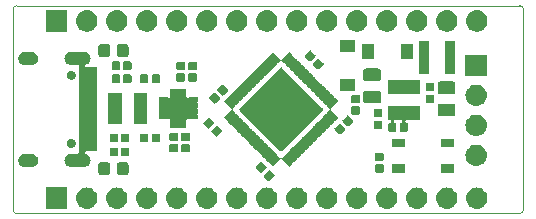
<source format=gts>
From 97d6a3fd7541c461134ae24122214eee08cf6a21 Mon Sep 17 00:00:00 2001
From: Jan--Henrik <janhenrik@janhenrik.org>
Date: Thu, 17 Oct 2019 01:23:50 +0200
Subject: removed old gerber

---
 gerber/OtterPill-F_Mask.gts | 6076 -------------------------------------------
 1 file changed, 6076 deletions(-)
 delete mode 100644 gerber/OtterPill-F_Mask.gts

(limited to 'gerber/OtterPill-F_Mask.gts')

diff --git a/gerber/OtterPill-F_Mask.gts b/gerber/OtterPill-F_Mask.gts
deleted file mode 100644
index 195715b..0000000
--- a/gerber/OtterPill-F_Mask.gts
+++ /dev/null
@@ -1,6076 +0,0 @@
-G04 #@! TF.GenerationSoftware,KiCad,Pcbnew,5.1.2*
-G04 #@! TF.CreationDate,2019-07-24T10:07:33+02:00*
-G04 #@! TF.ProjectId,OtterPill,4f747465-7250-4696-9c6c-2e6b69636164,rev?*
-G04 #@! TF.SameCoordinates,Original*
-G04 #@! TF.FileFunction,Soldermask,Top*
-G04 #@! TF.FilePolarity,Negative*
-%FSLAX46Y46*%
-G04 Gerber Fmt 4.6, Leading zero omitted, Abs format (unit mm)*
-G04 Created by KiCad (PCBNEW 5.1.2) date 2019-07-24 10:07:33*
-%MOMM*%
-%LPD*%
-G04 APERTURE LIST*
-%ADD10C,0.050000*%
-%ADD11C,0.100000*%
-G04 APERTURE END LIST*
-D10*
-X63200000Y-37100000D02*
-G75*
-G02X62900000Y-37400000I-300000J0D01*
-G01*
-X62900000Y-19800000D02*
-G75*
-G02X63200000Y-20100000I0J-300000D01*
-G01*
-X20000000Y-20100000D02*
-G75*
-G02X20300000Y-19800000I300000J0D01*
-G01*
-X20300000Y-37400000D02*
-G75*
-G02X20000000Y-37100000I0J300000D01*
-G01*
-X20000000Y-37100000D02*
-X20000000Y-20100000D01*
-X62900000Y-37400000D02*
-X20300000Y-37400000D01*
-X63200000Y-20100000D02*
-X63200000Y-37100000D01*
-X20300000Y-19800000D02*
-X62900000Y-19800000D01*
-D11*
-G36*
-X36510443Y-35205519D02*
-G01*
-X36576627Y-35212037D01*
-X36746466Y-35263557D01*
-X36902991Y-35347222D01*
-X36938729Y-35376552D01*
-X37040186Y-35459814D01*
-X37123448Y-35561271D01*
-X37152778Y-35597009D01*
-X37236443Y-35753534D01*
-X37287963Y-35923373D01*
-X37305359Y-36100000D01*
-X37287963Y-36276627D01*
-X37236443Y-36446466D01*
-X37152778Y-36602991D01*
-X37123448Y-36638729D01*
-X37040186Y-36740186D01*
-X36938729Y-36823448D01*
-X36902991Y-36852778D01*
-X36746466Y-36936443D01*
-X36576627Y-36987963D01*
-X36510443Y-36994481D01*
-X36444260Y-37001000D01*
-X36355740Y-37001000D01*
-X36289557Y-36994481D01*
-X36223373Y-36987963D01*
-X36053534Y-36936443D01*
-X35897009Y-36852778D01*
-X35861271Y-36823448D01*
-X35759814Y-36740186D01*
-X35676552Y-36638729D01*
-X35647222Y-36602991D01*
-X35563557Y-36446466D01*
-X35512037Y-36276627D01*
-X35494641Y-36100000D01*
-X35512037Y-35923373D01*
-X35563557Y-35753534D01*
-X35647222Y-35597009D01*
-X35676552Y-35561271D01*
-X35759814Y-35459814D01*
-X35861271Y-35376552D01*
-X35897009Y-35347222D01*
-X36053534Y-35263557D01*
-X36223373Y-35212037D01*
-X36289557Y-35205519D01*
-X36355740Y-35199000D01*
-X36444260Y-35199000D01*
-X36510443Y-35205519D01*
-X36510443Y-35205519D01*
-G37*
-G36*
-X41590443Y-35205519D02*
-G01*
-X41656627Y-35212037D01*
-X41826466Y-35263557D01*
-X41982991Y-35347222D01*
-X42018729Y-35376552D01*
-X42120186Y-35459814D01*
-X42203448Y-35561271D01*
-X42232778Y-35597009D01*
-X42316443Y-35753534D01*
-X42367963Y-35923373D01*
-X42385359Y-36100000D01*
-X42367963Y-36276627D01*
-X42316443Y-36446466D01*
-X42232778Y-36602991D01*
-X42203448Y-36638729D01*
-X42120186Y-36740186D01*
-X42018729Y-36823448D01*
-X41982991Y-36852778D01*
-X41826466Y-36936443D01*
-X41656627Y-36987963D01*
-X41590443Y-36994481D01*
-X41524260Y-37001000D01*
-X41435740Y-37001000D01*
-X41369557Y-36994481D01*
-X41303373Y-36987963D01*
-X41133534Y-36936443D01*
-X40977009Y-36852778D01*
-X40941271Y-36823448D01*
-X40839814Y-36740186D01*
-X40756552Y-36638729D01*
-X40727222Y-36602991D01*
-X40643557Y-36446466D01*
-X40592037Y-36276627D01*
-X40574641Y-36100000D01*
-X40592037Y-35923373D01*
-X40643557Y-35753534D01*
-X40727222Y-35597009D01*
-X40756552Y-35561271D01*
-X40839814Y-35459814D01*
-X40941271Y-35376552D01*
-X40977009Y-35347222D01*
-X41133534Y-35263557D01*
-X41303373Y-35212037D01*
-X41369557Y-35205519D01*
-X41435740Y-35199000D01*
-X41524260Y-35199000D01*
-X41590443Y-35205519D01*
-X41590443Y-35205519D01*
-G37*
-G36*
-X24601000Y-37001000D02*
-G01*
-X22799000Y-37001000D01*
-X22799000Y-35199000D01*
-X24601000Y-35199000D01*
-X24601000Y-37001000D01*
-X24601000Y-37001000D01*
-G37*
-G36*
-X26350443Y-35205519D02*
-G01*
-X26416627Y-35212037D01*
-X26586466Y-35263557D01*
-X26742991Y-35347222D01*
-X26778729Y-35376552D01*
-X26880186Y-35459814D01*
-X26963448Y-35561271D01*
-X26992778Y-35597009D01*
-X27076443Y-35753534D01*
-X27127963Y-35923373D01*
-X27145359Y-36100000D01*
-X27127963Y-36276627D01*
-X27076443Y-36446466D01*
-X26992778Y-36602991D01*
-X26963448Y-36638729D01*
-X26880186Y-36740186D01*
-X26778729Y-36823448D01*
-X26742991Y-36852778D01*
-X26586466Y-36936443D01*
-X26416627Y-36987963D01*
-X26350443Y-36994481D01*
-X26284260Y-37001000D01*
-X26195740Y-37001000D01*
-X26129557Y-36994481D01*
-X26063373Y-36987963D01*
-X25893534Y-36936443D01*
-X25737009Y-36852778D01*
-X25701271Y-36823448D01*
-X25599814Y-36740186D01*
-X25516552Y-36638729D01*
-X25487222Y-36602991D01*
-X25403557Y-36446466D01*
-X25352037Y-36276627D01*
-X25334641Y-36100000D01*
-X25352037Y-35923373D01*
-X25403557Y-35753534D01*
-X25487222Y-35597009D01*
-X25516552Y-35561271D01*
-X25599814Y-35459814D01*
-X25701271Y-35376552D01*
-X25737009Y-35347222D01*
-X25893534Y-35263557D01*
-X26063373Y-35212037D01*
-X26129557Y-35205519D01*
-X26195740Y-35199000D01*
-X26284260Y-35199000D01*
-X26350443Y-35205519D01*
-X26350443Y-35205519D01*
-G37*
-G36*
-X28890443Y-35205519D02*
-G01*
-X28956627Y-35212037D01*
-X29126466Y-35263557D01*
-X29282991Y-35347222D01*
-X29318729Y-35376552D01*
-X29420186Y-35459814D01*
-X29503448Y-35561271D01*
-X29532778Y-35597009D01*
-X29616443Y-35753534D01*
-X29667963Y-35923373D01*
-X29685359Y-36100000D01*
-X29667963Y-36276627D01*
-X29616443Y-36446466D01*
-X29532778Y-36602991D01*
-X29503448Y-36638729D01*
-X29420186Y-36740186D01*
-X29318729Y-36823448D01*
-X29282991Y-36852778D01*
-X29126466Y-36936443D01*
-X28956627Y-36987963D01*
-X28890443Y-36994481D01*
-X28824260Y-37001000D01*
-X28735740Y-37001000D01*
-X28669557Y-36994481D01*
-X28603373Y-36987963D01*
-X28433534Y-36936443D01*
-X28277009Y-36852778D01*
-X28241271Y-36823448D01*
-X28139814Y-36740186D01*
-X28056552Y-36638729D01*
-X28027222Y-36602991D01*
-X27943557Y-36446466D01*
-X27892037Y-36276627D01*
-X27874641Y-36100000D01*
-X27892037Y-35923373D01*
-X27943557Y-35753534D01*
-X28027222Y-35597009D01*
-X28056552Y-35561271D01*
-X28139814Y-35459814D01*
-X28241271Y-35376552D01*
-X28277009Y-35347222D01*
-X28433534Y-35263557D01*
-X28603373Y-35212037D01*
-X28669557Y-35205519D01*
-X28735740Y-35199000D01*
-X28824260Y-35199000D01*
-X28890443Y-35205519D01*
-X28890443Y-35205519D01*
-G37*
-G36*
-X31430443Y-35205519D02*
-G01*
-X31496627Y-35212037D01*
-X31666466Y-35263557D01*
-X31822991Y-35347222D01*
-X31858729Y-35376552D01*
-X31960186Y-35459814D01*
-X32043448Y-35561271D01*
-X32072778Y-35597009D01*
-X32156443Y-35753534D01*
-X32207963Y-35923373D01*
-X32225359Y-36100000D01*
-X32207963Y-36276627D01*
-X32156443Y-36446466D01*
-X32072778Y-36602991D01*
-X32043448Y-36638729D01*
-X31960186Y-36740186D01*
-X31858729Y-36823448D01*
-X31822991Y-36852778D01*
-X31666466Y-36936443D01*
-X31496627Y-36987963D01*
-X31430443Y-36994481D01*
-X31364260Y-37001000D01*
-X31275740Y-37001000D01*
-X31209557Y-36994481D01*
-X31143373Y-36987963D01*
-X30973534Y-36936443D01*
-X30817009Y-36852778D01*
-X30781271Y-36823448D01*
-X30679814Y-36740186D01*
-X30596552Y-36638729D01*
-X30567222Y-36602991D01*
-X30483557Y-36446466D01*
-X30432037Y-36276627D01*
-X30414641Y-36100000D01*
-X30432037Y-35923373D01*
-X30483557Y-35753534D01*
-X30567222Y-35597009D01*
-X30596552Y-35561271D01*
-X30679814Y-35459814D01*
-X30781271Y-35376552D01*
-X30817009Y-35347222D01*
-X30973534Y-35263557D01*
-X31143373Y-35212037D01*
-X31209557Y-35205519D01*
-X31275740Y-35199000D01*
-X31364260Y-35199000D01*
-X31430443Y-35205519D01*
-X31430443Y-35205519D01*
-G37*
-G36*
-X33970443Y-35205519D02*
-G01*
-X34036627Y-35212037D01*
-X34206466Y-35263557D01*
-X34362991Y-35347222D01*
-X34398729Y-35376552D01*
-X34500186Y-35459814D01*
-X34583448Y-35561271D01*
-X34612778Y-35597009D01*
-X34696443Y-35753534D01*
-X34747963Y-35923373D01*
-X34765359Y-36100000D01*
-X34747963Y-36276627D01*
-X34696443Y-36446466D01*
-X34612778Y-36602991D01*
-X34583448Y-36638729D01*
-X34500186Y-36740186D01*
-X34398729Y-36823448D01*
-X34362991Y-36852778D01*
-X34206466Y-36936443D01*
-X34036627Y-36987963D01*
-X33970443Y-36994481D01*
-X33904260Y-37001000D01*
-X33815740Y-37001000D01*
-X33749557Y-36994481D01*
-X33683373Y-36987963D01*
-X33513534Y-36936443D01*
-X33357009Y-36852778D01*
-X33321271Y-36823448D01*
-X33219814Y-36740186D01*
-X33136552Y-36638729D01*
-X33107222Y-36602991D01*
-X33023557Y-36446466D01*
-X32972037Y-36276627D01*
-X32954641Y-36100000D01*
-X32972037Y-35923373D01*
-X33023557Y-35753534D01*
-X33107222Y-35597009D01*
-X33136552Y-35561271D01*
-X33219814Y-35459814D01*
-X33321271Y-35376552D01*
-X33357009Y-35347222D01*
-X33513534Y-35263557D01*
-X33683373Y-35212037D01*
-X33749557Y-35205519D01*
-X33815740Y-35199000D01*
-X33904260Y-35199000D01*
-X33970443Y-35205519D01*
-X33970443Y-35205519D01*
-G37*
-G36*
-X39050443Y-35205519D02*
-G01*
-X39116627Y-35212037D01*
-X39286466Y-35263557D01*
-X39442991Y-35347222D01*
-X39478729Y-35376552D01*
-X39580186Y-35459814D01*
-X39663448Y-35561271D01*
-X39692778Y-35597009D01*
-X39776443Y-35753534D01*
-X39827963Y-35923373D01*
-X39845359Y-36100000D01*
-X39827963Y-36276627D01*
-X39776443Y-36446466D01*
-X39692778Y-36602991D01*
-X39663448Y-36638729D01*
-X39580186Y-36740186D01*
-X39478729Y-36823448D01*
-X39442991Y-36852778D01*
-X39286466Y-36936443D01*
-X39116627Y-36987963D01*
-X39050443Y-36994481D01*
-X38984260Y-37001000D01*
-X38895740Y-37001000D01*
-X38829557Y-36994481D01*
-X38763373Y-36987963D01*
-X38593534Y-36936443D01*
-X38437009Y-36852778D01*
-X38401271Y-36823448D01*
-X38299814Y-36740186D01*
-X38216552Y-36638729D01*
-X38187222Y-36602991D01*
-X38103557Y-36446466D01*
-X38052037Y-36276627D01*
-X38034641Y-36100000D01*
-X38052037Y-35923373D01*
-X38103557Y-35753534D01*
-X38187222Y-35597009D01*
-X38216552Y-35561271D01*
-X38299814Y-35459814D01*
-X38401271Y-35376552D01*
-X38437009Y-35347222D01*
-X38593534Y-35263557D01*
-X38763373Y-35212037D01*
-X38829557Y-35205519D01*
-X38895740Y-35199000D01*
-X38984260Y-35199000D01*
-X39050443Y-35205519D01*
-X39050443Y-35205519D01*
-G37*
-G36*
-X44130443Y-35205519D02*
-G01*
-X44196627Y-35212037D01*
-X44366466Y-35263557D01*
-X44522991Y-35347222D01*
-X44558729Y-35376552D01*
-X44660186Y-35459814D01*
-X44743448Y-35561271D01*
-X44772778Y-35597009D01*
-X44856443Y-35753534D01*
-X44907963Y-35923373D01*
-X44925359Y-36100000D01*
-X44907963Y-36276627D01*
-X44856443Y-36446466D01*
-X44772778Y-36602991D01*
-X44743448Y-36638729D01*
-X44660186Y-36740186D01*
-X44558729Y-36823448D01*
-X44522991Y-36852778D01*
-X44366466Y-36936443D01*
-X44196627Y-36987963D01*
-X44130443Y-36994481D01*
-X44064260Y-37001000D01*
-X43975740Y-37001000D01*
-X43909557Y-36994481D01*
-X43843373Y-36987963D01*
-X43673534Y-36936443D01*
-X43517009Y-36852778D01*
-X43481271Y-36823448D01*
-X43379814Y-36740186D01*
-X43296552Y-36638729D01*
-X43267222Y-36602991D01*
-X43183557Y-36446466D01*
-X43132037Y-36276627D01*
-X43114641Y-36100000D01*
-X43132037Y-35923373D01*
-X43183557Y-35753534D01*
-X43267222Y-35597009D01*
-X43296552Y-35561271D01*
-X43379814Y-35459814D01*
-X43481271Y-35376552D01*
-X43517009Y-35347222D01*
-X43673534Y-35263557D01*
-X43843373Y-35212037D01*
-X43909557Y-35205519D01*
-X43975740Y-35199000D01*
-X44064260Y-35199000D01*
-X44130443Y-35205519D01*
-X44130443Y-35205519D01*
-G37*
-G36*
-X46670443Y-35205519D02*
-G01*
-X46736627Y-35212037D01*
-X46906466Y-35263557D01*
-X47062991Y-35347222D01*
-X47098729Y-35376552D01*
-X47200186Y-35459814D01*
-X47283448Y-35561271D01*
-X47312778Y-35597009D01*
-X47396443Y-35753534D01*
-X47447963Y-35923373D01*
-X47465359Y-36100000D01*
-X47447963Y-36276627D01*
-X47396443Y-36446466D01*
-X47312778Y-36602991D01*
-X47283448Y-36638729D01*
-X47200186Y-36740186D01*
-X47098729Y-36823448D01*
-X47062991Y-36852778D01*
-X46906466Y-36936443D01*
-X46736627Y-36987963D01*
-X46670443Y-36994481D01*
-X46604260Y-37001000D01*
-X46515740Y-37001000D01*
-X46449557Y-36994481D01*
-X46383373Y-36987963D01*
-X46213534Y-36936443D01*
-X46057009Y-36852778D01*
-X46021271Y-36823448D01*
-X45919814Y-36740186D01*
-X45836552Y-36638729D01*
-X45807222Y-36602991D01*
-X45723557Y-36446466D01*
-X45672037Y-36276627D01*
-X45654641Y-36100000D01*
-X45672037Y-35923373D01*
-X45723557Y-35753534D01*
-X45807222Y-35597009D01*
-X45836552Y-35561271D01*
-X45919814Y-35459814D01*
-X46021271Y-35376552D01*
-X46057009Y-35347222D01*
-X46213534Y-35263557D01*
-X46383373Y-35212037D01*
-X46449557Y-35205519D01*
-X46515740Y-35199000D01*
-X46604260Y-35199000D01*
-X46670443Y-35205519D01*
-X46670443Y-35205519D01*
-G37*
-G36*
-X49210443Y-35205519D02*
-G01*
-X49276627Y-35212037D01*
-X49446466Y-35263557D01*
-X49602991Y-35347222D01*
-X49638729Y-35376552D01*
-X49740186Y-35459814D01*
-X49823448Y-35561271D01*
-X49852778Y-35597009D01*
-X49936443Y-35753534D01*
-X49987963Y-35923373D01*
-X50005359Y-36100000D01*
-X49987963Y-36276627D01*
-X49936443Y-36446466D01*
-X49852778Y-36602991D01*
-X49823448Y-36638729D01*
-X49740186Y-36740186D01*
-X49638729Y-36823448D01*
-X49602991Y-36852778D01*
-X49446466Y-36936443D01*
-X49276627Y-36987963D01*
-X49210443Y-36994481D01*
-X49144260Y-37001000D01*
-X49055740Y-37001000D01*
-X48989557Y-36994481D01*
-X48923373Y-36987963D01*
-X48753534Y-36936443D01*
-X48597009Y-36852778D01*
-X48561271Y-36823448D01*
-X48459814Y-36740186D01*
-X48376552Y-36638729D01*
-X48347222Y-36602991D01*
-X48263557Y-36446466D01*
-X48212037Y-36276627D01*
-X48194641Y-36100000D01*
-X48212037Y-35923373D01*
-X48263557Y-35753534D01*
-X48347222Y-35597009D01*
-X48376552Y-35561271D01*
-X48459814Y-35459814D01*
-X48561271Y-35376552D01*
-X48597009Y-35347222D01*
-X48753534Y-35263557D01*
-X48923373Y-35212037D01*
-X48989557Y-35205519D01*
-X49055740Y-35199000D01*
-X49144260Y-35199000D01*
-X49210443Y-35205519D01*
-X49210443Y-35205519D01*
-G37*
-G36*
-X51750443Y-35205519D02*
-G01*
-X51816627Y-35212037D01*
-X51986466Y-35263557D01*
-X52142991Y-35347222D01*
-X52178729Y-35376552D01*
-X52280186Y-35459814D01*
-X52363448Y-35561271D01*
-X52392778Y-35597009D01*
-X52476443Y-35753534D01*
-X52527963Y-35923373D01*
-X52545359Y-36100000D01*
-X52527963Y-36276627D01*
-X52476443Y-36446466D01*
-X52392778Y-36602991D01*
-X52363448Y-36638729D01*
-X52280186Y-36740186D01*
-X52178729Y-36823448D01*
-X52142991Y-36852778D01*
-X51986466Y-36936443D01*
-X51816627Y-36987963D01*
-X51750443Y-36994481D01*
-X51684260Y-37001000D01*
-X51595740Y-37001000D01*
-X51529557Y-36994481D01*
-X51463373Y-36987963D01*
-X51293534Y-36936443D01*
-X51137009Y-36852778D01*
-X51101271Y-36823448D01*
-X50999814Y-36740186D01*
-X50916552Y-36638729D01*
-X50887222Y-36602991D01*
-X50803557Y-36446466D01*
-X50752037Y-36276627D01*
-X50734641Y-36100000D01*
-X50752037Y-35923373D01*
-X50803557Y-35753534D01*
-X50887222Y-35597009D01*
-X50916552Y-35561271D01*
-X50999814Y-35459814D01*
-X51101271Y-35376552D01*
-X51137009Y-35347222D01*
-X51293534Y-35263557D01*
-X51463373Y-35212037D01*
-X51529557Y-35205519D01*
-X51595740Y-35199000D01*
-X51684260Y-35199000D01*
-X51750443Y-35205519D01*
-X51750443Y-35205519D01*
-G37*
-G36*
-X54290443Y-35205519D02*
-G01*
-X54356627Y-35212037D01*
-X54526466Y-35263557D01*
-X54682991Y-35347222D01*
-X54718729Y-35376552D01*
-X54820186Y-35459814D01*
-X54903448Y-35561271D01*
-X54932778Y-35597009D01*
-X55016443Y-35753534D01*
-X55067963Y-35923373D01*
-X55085359Y-36100000D01*
-X55067963Y-36276627D01*
-X55016443Y-36446466D01*
-X54932778Y-36602991D01*
-X54903448Y-36638729D01*
-X54820186Y-36740186D01*
-X54718729Y-36823448D01*
-X54682991Y-36852778D01*
-X54526466Y-36936443D01*
-X54356627Y-36987963D01*
-X54290443Y-36994481D01*
-X54224260Y-37001000D01*
-X54135740Y-37001000D01*
-X54069557Y-36994481D01*
-X54003373Y-36987963D01*
-X53833534Y-36936443D01*
-X53677009Y-36852778D01*
-X53641271Y-36823448D01*
-X53539814Y-36740186D01*
-X53456552Y-36638729D01*
-X53427222Y-36602991D01*
-X53343557Y-36446466D01*
-X53292037Y-36276627D01*
-X53274641Y-36100000D01*
-X53292037Y-35923373D01*
-X53343557Y-35753534D01*
-X53427222Y-35597009D01*
-X53456552Y-35561271D01*
-X53539814Y-35459814D01*
-X53641271Y-35376552D01*
-X53677009Y-35347222D01*
-X53833534Y-35263557D01*
-X54003373Y-35212037D01*
-X54069557Y-35205519D01*
-X54135740Y-35199000D01*
-X54224260Y-35199000D01*
-X54290443Y-35205519D01*
-X54290443Y-35205519D01*
-G37*
-G36*
-X56830443Y-35205519D02*
-G01*
-X56896627Y-35212037D01*
-X57066466Y-35263557D01*
-X57222991Y-35347222D01*
-X57258729Y-35376552D01*
-X57360186Y-35459814D01*
-X57443448Y-35561271D01*
-X57472778Y-35597009D01*
-X57556443Y-35753534D01*
-X57607963Y-35923373D01*
-X57625359Y-36100000D01*
-X57607963Y-36276627D01*
-X57556443Y-36446466D01*
-X57472778Y-36602991D01*
-X57443448Y-36638729D01*
-X57360186Y-36740186D01*
-X57258729Y-36823448D01*
-X57222991Y-36852778D01*
-X57066466Y-36936443D01*
-X56896627Y-36987963D01*
-X56830443Y-36994481D01*
-X56764260Y-37001000D01*
-X56675740Y-37001000D01*
-X56609557Y-36994481D01*
-X56543373Y-36987963D01*
-X56373534Y-36936443D01*
-X56217009Y-36852778D01*
-X56181271Y-36823448D01*
-X56079814Y-36740186D01*
-X55996552Y-36638729D01*
-X55967222Y-36602991D01*
-X55883557Y-36446466D01*
-X55832037Y-36276627D01*
-X55814641Y-36100000D01*
-X55832037Y-35923373D01*
-X55883557Y-35753534D01*
-X55967222Y-35597009D01*
-X55996552Y-35561271D01*
-X56079814Y-35459814D01*
-X56181271Y-35376552D01*
-X56217009Y-35347222D01*
-X56373534Y-35263557D01*
-X56543373Y-35212037D01*
-X56609557Y-35205519D01*
-X56675740Y-35199000D01*
-X56764260Y-35199000D01*
-X56830443Y-35205519D01*
-X56830443Y-35205519D01*
-G37*
-G36*
-X59370443Y-35205519D02*
-G01*
-X59436627Y-35212037D01*
-X59606466Y-35263557D01*
-X59762991Y-35347222D01*
-X59798729Y-35376552D01*
-X59900186Y-35459814D01*
-X59983448Y-35561271D01*
-X60012778Y-35597009D01*
-X60096443Y-35753534D01*
-X60147963Y-35923373D01*
-X60165359Y-36100000D01*
-X60147963Y-36276627D01*
-X60096443Y-36446466D01*
-X60012778Y-36602991D01*
-X59983448Y-36638729D01*
-X59900186Y-36740186D01*
-X59798729Y-36823448D01*
-X59762991Y-36852778D01*
-X59606466Y-36936443D01*
-X59436627Y-36987963D01*
-X59370443Y-36994481D01*
-X59304260Y-37001000D01*
-X59215740Y-37001000D01*
-X59149557Y-36994481D01*
-X59083373Y-36987963D01*
-X58913534Y-36936443D01*
-X58757009Y-36852778D01*
-X58721271Y-36823448D01*
-X58619814Y-36740186D01*
-X58536552Y-36638729D01*
-X58507222Y-36602991D01*
-X58423557Y-36446466D01*
-X58372037Y-36276627D01*
-X58354641Y-36100000D01*
-X58372037Y-35923373D01*
-X58423557Y-35753534D01*
-X58507222Y-35597009D01*
-X58536552Y-35561271D01*
-X58619814Y-35459814D01*
-X58721271Y-35376552D01*
-X58757009Y-35347222D01*
-X58913534Y-35263557D01*
-X59083373Y-35212037D01*
-X59149557Y-35205519D01*
-X59215740Y-35199000D01*
-X59304260Y-35199000D01*
-X59370443Y-35205519D01*
-X59370443Y-35205519D01*
-G37*
-G36*
-X41725010Y-33727385D02*
-G01*
-X41745629Y-33733640D01*
-X41764625Y-33743793D01*
-X41786046Y-33761373D01*
-X42110415Y-34085742D01*
-X42127995Y-34107163D01*
-X42138148Y-34126159D01*
-X42144403Y-34146778D01*
-X42146514Y-34168216D01*
-X42144403Y-34189654D01*
-X42138148Y-34210273D01*
-X42127995Y-34229269D01*
-X42110415Y-34250690D01*
-X41750690Y-34610415D01*
-X41729269Y-34627995D01*
-X41710273Y-34638148D01*
-X41689654Y-34644403D01*
-X41668216Y-34646514D01*
-X41646778Y-34644403D01*
-X41626159Y-34638148D01*
-X41607163Y-34627995D01*
-X41585742Y-34610415D01*
-X41261373Y-34286046D01*
-X41243793Y-34264625D01*
-X41233640Y-34245629D01*
-X41227385Y-34225010D01*
-X41225274Y-34203572D01*
-X41227385Y-34182134D01*
-X41233640Y-34161515D01*
-X41243793Y-34142519D01*
-X41261373Y-34121098D01*
-X41621098Y-33761373D01*
-X41642519Y-33743793D01*
-X41661515Y-33733640D01*
-X41682134Y-33727385D01*
-X41703572Y-33725274D01*
-X41725010Y-33727385D01*
-X41725010Y-33727385D01*
-G37*
-G36*
-X29629591Y-33078085D02*
-G01*
-X29663569Y-33088393D01*
-X29694890Y-33105134D01*
-X29722339Y-33127661D01*
-X29744866Y-33155110D01*
-X29761607Y-33186431D01*
-X29771915Y-33220409D01*
-X29776000Y-33261890D01*
-X29776000Y-33938110D01*
-X29771915Y-33979591D01*
-X29761607Y-34013569D01*
-X29744866Y-34044890D01*
-X29722339Y-34072339D01*
-X29694890Y-34094866D01*
-X29663569Y-34111607D01*
-X29629591Y-34121915D01*
-X29588110Y-34126000D01*
-X28986890Y-34126000D01*
-X28945409Y-34121915D01*
-X28911431Y-34111607D01*
-X28880110Y-34094866D01*
-X28852661Y-34072339D01*
-X28830134Y-34044890D01*
-X28813393Y-34013569D01*
-X28803085Y-33979591D01*
-X28799000Y-33938110D01*
-X28799000Y-33261890D01*
-X28803085Y-33220409D01*
-X28813393Y-33186431D01*
-X28830134Y-33155110D01*
-X28852661Y-33127661D01*
-X28880110Y-33105134D01*
-X28911431Y-33088393D01*
-X28945409Y-33078085D01*
-X28986890Y-33074000D01*
-X29588110Y-33074000D01*
-X29629591Y-33078085D01*
-X29629591Y-33078085D01*
-G37*
-G36*
-X28054591Y-33078085D02*
-G01*
-X28088569Y-33088393D01*
-X28119890Y-33105134D01*
-X28147339Y-33127661D01*
-X28169866Y-33155110D01*
-X28186607Y-33186431D01*
-X28196915Y-33220409D01*
-X28201000Y-33261890D01*
-X28201000Y-33938110D01*
-X28196915Y-33979591D01*
-X28186607Y-34013569D01*
-X28169866Y-34044890D01*
-X28147339Y-34072339D01*
-X28119890Y-34094866D01*
-X28088569Y-34111607D01*
-X28054591Y-34121915D01*
-X28013110Y-34126000D01*
-X27411890Y-34126000D01*
-X27370409Y-34121915D01*
-X27336431Y-34111607D01*
-X27305110Y-34094866D01*
-X27277661Y-34072339D01*
-X27255134Y-34044890D01*
-X27238393Y-34013569D01*
-X27228085Y-33979591D01*
-X27224000Y-33938110D01*
-X27224000Y-33261890D01*
-X27228085Y-33220409D01*
-X27238393Y-33186431D01*
-X27255134Y-33155110D01*
-X27277661Y-33127661D01*
-X27305110Y-33105134D01*
-X27336431Y-33088393D01*
-X27370409Y-33078085D01*
-X27411890Y-33074000D01*
-X28013110Y-33074000D01*
-X28054591Y-33078085D01*
-X28054591Y-33078085D01*
-G37*
-G36*
-X57351000Y-33963000D02*
-G01*
-X56199000Y-33963000D01*
-X56199000Y-33211000D01*
-X57351000Y-33211000D01*
-X57351000Y-33963000D01*
-X57351000Y-33963000D01*
-G37*
-G36*
-X53201000Y-33963000D02*
-G01*
-X52049000Y-33963000D01*
-X52049000Y-33211000D01*
-X53201000Y-33211000D01*
-X53201000Y-33963000D01*
-X53201000Y-33963000D01*
-G37*
-G36*
-X41039116Y-33041491D02*
-G01*
-X41059735Y-33047746D01*
-X41078731Y-33057899D01*
-X41100152Y-33075479D01*
-X41424521Y-33399848D01*
-X41442101Y-33421269D01*
-X41452254Y-33440265D01*
-X41458509Y-33460884D01*
-X41460620Y-33482322D01*
-X41458509Y-33503760D01*
-X41452254Y-33524379D01*
-X41442101Y-33543375D01*
-X41424521Y-33564796D01*
-X41064796Y-33924521D01*
-X41043375Y-33942101D01*
-X41024379Y-33952254D01*
-X41003760Y-33958509D01*
-X40982322Y-33960620D01*
-X40960884Y-33958509D01*
-X40940265Y-33952254D01*
-X40921269Y-33942101D01*
-X40899848Y-33924521D01*
-X40575479Y-33600152D01*
-X40557899Y-33578731D01*
-X40547746Y-33559735D01*
-X40541491Y-33539116D01*
-X40539380Y-33517678D01*
-X40541491Y-33496240D01*
-X40547746Y-33475621D01*
-X40557899Y-33456625D01*
-X40575479Y-33435204D01*
-X40935204Y-33075479D01*
-X40956625Y-33057899D01*
-X40975621Y-33047746D01*
-X40996240Y-33041491D01*
-X41017678Y-33039380D01*
-X41039116Y-33041491D01*
-X41039116Y-33041491D01*
-G37*
-G36*
-X51281938Y-33241716D02*
-G01*
-X51302557Y-33247971D01*
-X51321553Y-33258124D01*
-X51338208Y-33271792D01*
-X51351876Y-33288447D01*
-X51362029Y-33307443D01*
-X51368284Y-33328062D01*
-X51371000Y-33355640D01*
-X51371000Y-33814360D01*
-X51368284Y-33841938D01*
-X51362029Y-33862557D01*
-X51351876Y-33881553D01*
-X51338208Y-33898208D01*
-X51321553Y-33911876D01*
-X51302557Y-33922029D01*
-X51281938Y-33928284D01*
-X51254360Y-33931000D01*
-X50745640Y-33931000D01*
-X50718062Y-33928284D01*
-X50697443Y-33922029D01*
-X50678447Y-33911876D01*
-X50661792Y-33898208D01*
-X50648124Y-33881553D01*
-X50637971Y-33862557D01*
-X50631716Y-33841938D01*
-X50629000Y-33814360D01*
-X50629000Y-33355640D01*
-X50631716Y-33328062D01*
-X50637971Y-33307443D01*
-X50648124Y-33288447D01*
-X50661792Y-33271792D01*
-X50678447Y-33258124D01*
-X50697443Y-33247971D01*
-X50718062Y-33241716D01*
-X50745640Y-33239000D01*
-X51254360Y-33239000D01*
-X51281938Y-33241716D01*
-X51281938Y-33241716D01*
-G37*
-G36*
-X21683014Y-32346973D02*
-G01*
-X21786878Y-32378479D01*
-X21800275Y-32385640D01*
-X21882599Y-32429643D01*
-X21966500Y-32498499D01*
-X22035356Y-32582400D01*
-X22069685Y-32646625D01*
-X22086520Y-32678121D01*
-X22118026Y-32781985D01*
-X22128665Y-32890000D01*
-X22118026Y-32998015D01*
-X22086520Y-33101879D01*
-X22079103Y-33115755D01*
-X22035356Y-33197600D01*
-X21966500Y-33281501D01*
-X21882599Y-33350357D01*
-X21843978Y-33371000D01*
-X21786878Y-33401521D01*
-X21683014Y-33433027D01*
-X21602066Y-33441000D01*
-X20947932Y-33441000D01*
-X20866984Y-33433027D01*
-X20763120Y-33401521D01*
-X20706020Y-33371000D01*
-X20667399Y-33350357D01*
-X20583498Y-33281501D01*
-X20514642Y-33197600D01*
-X20470895Y-33115755D01*
-X20463478Y-33101879D01*
-X20431972Y-32998015D01*
-X20421333Y-32890000D01*
-X20431972Y-32781985D01*
-X20463478Y-32678121D01*
-X20480313Y-32646625D01*
-X20514642Y-32582400D01*
-X20583498Y-32498499D01*
-X20667399Y-32429643D01*
-X20749723Y-32385640D01*
-X20763120Y-32378479D01*
-X20866984Y-32346973D01*
-X20947932Y-32339000D01*
-X21602066Y-32339000D01*
-X21683014Y-32346973D01*
-X21683014Y-32346973D01*
-G37*
-G36*
-X26113014Y-23706973D02*
-G01*
-X26216878Y-23738479D01*
-X26240303Y-23751000D01*
-X26312599Y-23789643D01*
-X26396500Y-23858499D01*
-X26465356Y-23942400D01*
-X26494710Y-23997318D01*
-X26516520Y-24038121D01*
-X26548026Y-24141985D01*
-X26558665Y-24250000D01*
-X26548026Y-24358015D01*
-X26516520Y-24461879D01*
-X26504382Y-24484587D01*
-X26465356Y-24557600D01*
-X26396500Y-24641501D01*
-X26312599Y-24710357D01*
-X26244592Y-24746707D01*
-X26216878Y-24761521D01*
-X26174461Y-24774388D01*
-X26151831Y-24783762D01*
-X26131457Y-24797375D01*
-X26114130Y-24814702D01*
-X26100516Y-24835077D01*
-X26091138Y-24857716D01*
-X26086358Y-24881749D01*
-X26086358Y-24906253D01*
-X26091138Y-24930286D01*
-X26100516Y-24952925D01*
-X26114129Y-24973299D01*
-X26131456Y-24990626D01*
-X26151831Y-25004240D01*
-X26174470Y-25013618D01*
-X26198503Y-25018398D01*
-X26210755Y-25019000D01*
-X27145999Y-25019000D01*
-X27145999Y-32121000D01*
-X26210755Y-32121000D01*
-X26186369Y-32123402D01*
-X26162920Y-32130515D01*
-X26141309Y-32142066D01*
-X26122367Y-32157611D01*
-X26106822Y-32176553D01*
-X26095271Y-32198164D01*
-X26088158Y-32221613D01*
-X26085756Y-32245999D01*
-X26088158Y-32270385D01*
-X26095271Y-32293834D01*
-X26106822Y-32315445D01*
-X26122367Y-32334387D01*
-X26141309Y-32349932D01*
-X26162920Y-32361483D01*
-X26174452Y-32365609D01*
-X26216878Y-32378479D01*
-X26230275Y-32385640D01*
-X26312599Y-32429643D01*
-X26396500Y-32498499D01*
-X26465356Y-32582400D01*
-X26499685Y-32646625D01*
-X26516520Y-32678121D01*
-X26548026Y-32781985D01*
-X26558665Y-32890000D01*
-X26548026Y-32998015D01*
-X26516520Y-33101879D01*
-X26509103Y-33115755D01*
-X26465356Y-33197600D01*
-X26396500Y-33281501D01*
-X26312599Y-33350357D01*
-X26273978Y-33371000D01*
-X26216878Y-33401521D01*
-X26113014Y-33433027D01*
-X26032066Y-33441000D01*
-X24877932Y-33441000D01*
-X24796984Y-33433027D01*
-X24693120Y-33401521D01*
-X24636020Y-33371000D01*
-X24597399Y-33350357D01*
-X24513498Y-33281501D01*
-X24444642Y-33197600D01*
-X24400895Y-33115755D01*
-X24393478Y-33101879D01*
-X24361972Y-32998015D01*
-X24351333Y-32890000D01*
-X24361972Y-32781985D01*
-X24393478Y-32678121D01*
-X24410313Y-32646625D01*
-X24444642Y-32582400D01*
-X24513498Y-32498499D01*
-X24597399Y-32429643D01*
-X24679723Y-32385640D01*
-X24693120Y-32378479D01*
-X24796984Y-32346973D01*
-X24877932Y-32339000D01*
-X25469000Y-32339000D01*
-X25493386Y-32336598D01*
-X25516835Y-32329485D01*
-X25538446Y-32317934D01*
-X25557388Y-32302389D01*
-X25572933Y-32283447D01*
-X25584484Y-32261836D01*
-X25591597Y-32238387D01*
-X25593999Y-32214001D01*
-X25593999Y-24925999D01*
-X25591597Y-24901613D01*
-X25584484Y-24878164D01*
-X25572933Y-24856553D01*
-X25557388Y-24837611D01*
-X25538446Y-24822066D01*
-X25516835Y-24810515D01*
-X25493386Y-24803402D01*
-X25469000Y-24801000D01*
-X24877932Y-24801000D01*
-X24796984Y-24793027D01*
-X24693120Y-24761521D01*
-X24665406Y-24746707D01*
-X24597399Y-24710357D01*
-X24513498Y-24641501D01*
-X24444642Y-24557600D01*
-X24405616Y-24484587D01*
-X24393478Y-24461879D01*
-X24361972Y-24358015D01*
-X24351333Y-24250000D01*
-X24361972Y-24141985D01*
-X24393478Y-24038121D01*
-X24415288Y-23997318D01*
-X24444642Y-23942400D01*
-X24513498Y-23858499D01*
-X24597399Y-23789643D01*
-X24669695Y-23751000D01*
-X24693120Y-23738479D01*
-X24796984Y-23706973D01*
-X24877932Y-23699000D01*
-X26032066Y-23699000D01*
-X26113014Y-23706973D01*
-X26113014Y-23706973D01*
-G37*
-G36*
-X43411962Y-23756499D02*
-G01*
-X43416636Y-23757917D01*
-X43420938Y-23760216D01*
-X43429477Y-23767224D01*
-X43633638Y-23971385D01*
-X43640646Y-23979924D01*
-X43642945Y-23984226D01*
-X43644363Y-23988900D01*
-X43645171Y-23997102D01*
-X43649952Y-24021136D01*
-X43659330Y-24043774D01*
-X43672945Y-24064148D01*
-X43690272Y-24081475D01*
-X43710647Y-24095088D01*
-X43733286Y-24104465D01*
-X43757313Y-24109244D01*
-X43765515Y-24110052D01*
-X43770189Y-24111470D01*
-X43774491Y-24113769D01*
-X43783030Y-24120777D01*
-X43987191Y-24324938D01*
-X43994199Y-24333477D01*
-X43996498Y-24337779D01*
-X43997916Y-24342453D01*
-X43998724Y-24350656D01*
-X44003505Y-24374689D01*
-X44012883Y-24397328D01*
-X44026497Y-24417702D01*
-X44043825Y-24435028D01*
-X44064199Y-24448642D01*
-X44086838Y-24458018D01*
-X44110866Y-24462798D01*
-X44119069Y-24463606D01*
-X44123743Y-24465024D01*
-X44128045Y-24467323D01*
-X44136584Y-24474331D01*
-X44340745Y-24678492D01*
-X44347753Y-24687031D01*
-X44350052Y-24691333D01*
-X44351470Y-24696007D01*
-X44352278Y-24704209D01*
-X44357059Y-24728243D01*
-X44366437Y-24750881D01*
-X44380052Y-24771255D01*
-X44397379Y-24788582D01*
-X44417754Y-24802195D01*
-X44440393Y-24811572D01*
-X44464420Y-24816351D01*
-X44472622Y-24817159D01*
-X44477296Y-24818577D01*
-X44481598Y-24820876D01*
-X44490137Y-24827884D01*
-X44694298Y-25032045D01*
-X44701306Y-25040584D01*
-X44703605Y-25044886D01*
-X44705023Y-25049560D01*
-X44705831Y-25057762D01*
-X44710612Y-25081796D01*
-X44719990Y-25104434D01*
-X44733605Y-25124808D01*
-X44750932Y-25142135D01*
-X44771307Y-25155748D01*
-X44793946Y-25165125D01*
-X44817973Y-25169904D01*
-X44826175Y-25170712D01*
-X44830849Y-25172130D01*
-X44835151Y-25174429D01*
-X44843690Y-25181437D01*
-X45047851Y-25385598D01*
-X45054859Y-25394137D01*
-X45057158Y-25398439D01*
-X45058576Y-25403113D01*
-X45059384Y-25411316D01*
-X45064165Y-25435349D01*
-X45073543Y-25457988D01*
-X45087157Y-25478362D01*
-X45104485Y-25495688D01*
-X45124859Y-25509302D01*
-X45147498Y-25518678D01*
-X45171526Y-25523458D01*
-X45179729Y-25524266D01*
-X45184403Y-25525684D01*
-X45188705Y-25527983D01*
-X45197244Y-25534991D01*
-X45401405Y-25739152D01*
-X45408413Y-25747691D01*
-X45410712Y-25751993D01*
-X45412130Y-25756667D01*
-X45412938Y-25764869D01*
-X45417719Y-25788903D01*
-X45427097Y-25811541D01*
-X45440712Y-25831915D01*
-X45458039Y-25849242D01*
-X45478414Y-25862855D01*
-X45501053Y-25872232D01*
-X45525080Y-25877011D01*
-X45533282Y-25877819D01*
-X45537956Y-25879237D01*
-X45542258Y-25881536D01*
-X45550797Y-25888544D01*
-X45754958Y-26092705D01*
-X45761966Y-26101244D01*
-X45764265Y-26105546D01*
-X45765683Y-26110220D01*
-X45766491Y-26118423D01*
-X45771272Y-26142456D01*
-X45780650Y-26165095D01*
-X45794264Y-26185469D01*
-X45811592Y-26202795D01*
-X45831966Y-26216409D01*
-X45854605Y-26225785D01*
-X45878633Y-26230565D01*
-X45886836Y-26231373D01*
-X45891510Y-26232791D01*
-X45895812Y-26235090D01*
-X45904351Y-26242098D01*
-X46108512Y-26446259D01*
-X46115520Y-26454798D01*
-X46117819Y-26459100D01*
-X46119237Y-26463774D01*
-X46120045Y-26471976D01*
-X46124826Y-26496010D01*
-X46134204Y-26518648D01*
-X46147819Y-26539022D01*
-X46165146Y-26556349D01*
-X46185521Y-26569962D01*
-X46208160Y-26579339D01*
-X46232187Y-26584118D01*
-X46240389Y-26584926D01*
-X46245063Y-26586344D01*
-X46249365Y-26588643D01*
-X46257904Y-26595651D01*
-X46462065Y-26799812D01*
-X46469073Y-26808351D01*
-X46471372Y-26812653D01*
-X46472790Y-26817327D01*
-X46473598Y-26825529D01*
-X46478379Y-26849563D01*
-X46487757Y-26872201D01*
-X46501372Y-26892575D01*
-X46518699Y-26909902D01*
-X46539074Y-26923515D01*
-X46561713Y-26932892D01*
-X46585740Y-26937671D01*
-X46593942Y-26938479D01*
-X46598616Y-26939897D01*
-X46602918Y-26942196D01*
-X46611457Y-26949204D01*
-X46815618Y-27153365D01*
-X46822626Y-27161904D01*
-X46824925Y-27166206D01*
-X46826343Y-27170880D01*
-X46827151Y-27179083D01*
-X46831932Y-27203116D01*
-X46841310Y-27225755D01*
-X46854924Y-27246129D01*
-X46872252Y-27263455D01*
-X46892626Y-27277069D01*
-X46915265Y-27286445D01*
-X46939293Y-27291225D01*
-X46947496Y-27292033D01*
-X46952170Y-27293451D01*
-X46956472Y-27295750D01*
-X46965011Y-27302758D01*
-X47169172Y-27506919D01*
-X47176180Y-27515458D01*
-X47178479Y-27519760D01*
-X47179897Y-27524434D01*
-X47180705Y-27532636D01*
-X47185486Y-27556670D01*
-X47194864Y-27579308D01*
-X47208479Y-27599682D01*
-X47225806Y-27617009D01*
-X47246181Y-27630622D01*
-X47268820Y-27639999D01*
-X47292847Y-27644778D01*
-X47301049Y-27645586D01*
-X47305723Y-27647004D01*
-X47310025Y-27649303D01*
-X47318564Y-27656311D01*
-X47522725Y-27860472D01*
-X47529733Y-27869011D01*
-X47532032Y-27873313D01*
-X47533450Y-27877987D01*
-X47533928Y-27882842D01*
-X47533450Y-27887697D01*
-X47532032Y-27892371D01*
-X47529733Y-27896673D01*
-X47522725Y-27905212D01*
-X46926376Y-28501561D01*
-X46910831Y-28520503D01*
-X46899280Y-28542114D01*
-X46892167Y-28565563D01*
-X46889765Y-28589949D01*
-X46892167Y-28614335D01*
-X46899280Y-28637784D01*
-X46910831Y-28659395D01*
-X46926376Y-28678337D01*
-X47522725Y-29274686D01*
-X47529733Y-29283225D01*
-X47532032Y-29287527D01*
-X47533450Y-29292201D01*
-X47533928Y-29297056D01*
-X47533450Y-29301911D01*
-X47532032Y-29306585D01*
-X47529733Y-29310887D01*
-X47522725Y-29319426D01*
-X47318564Y-29523587D01*
-X47310025Y-29530595D01*
-X47305723Y-29532894D01*
-X47301049Y-29534312D01*
-X47292847Y-29535120D01*
-X47268813Y-29539901D01*
-X47246175Y-29549279D01*
-X47225801Y-29562894D01*
-X47208474Y-29580221D01*
-X47194861Y-29600596D01*
-X47185484Y-29623235D01*
-X47180705Y-29647262D01*
-X47179897Y-29655464D01*
-X47178479Y-29660138D01*
-X47176180Y-29664440D01*
-X47169174Y-29672977D01*
-X46965011Y-29877140D01*
-X46956472Y-29884148D01*
-X46952170Y-29886447D01*
-X46947496Y-29887865D01*
-X46939293Y-29888673D01*
-X46915260Y-29893454D01*
-X46892621Y-29902832D01*
-X46872247Y-29916446D01*
-X46854921Y-29933774D01*
-X46841307Y-29954148D01*
-X46831931Y-29976787D01*
-X46827151Y-30000815D01*
-X46826343Y-30009018D01*
-X46824925Y-30013692D01*
-X46822626Y-30017994D01*
-X46815618Y-30026533D01*
-X46611457Y-30230694D01*
-X46602918Y-30237702D01*
-X46598616Y-30240001D01*
-X46593942Y-30241419D01*
-X46585740Y-30242227D01*
-X46561706Y-30247008D01*
-X46539068Y-30256386D01*
-X46518694Y-30270001D01*
-X46501367Y-30287328D01*
-X46487754Y-30307703D01*
-X46478377Y-30330342D01*
-X46473598Y-30354369D01*
-X46472790Y-30362571D01*
-X46471372Y-30367245D01*
-X46469073Y-30371547D01*
-X46462065Y-30380086D01*
-X46257904Y-30584247D01*
-X46249365Y-30591255D01*
-X46245063Y-30593554D01*
-X46240389Y-30594972D01*
-X46232187Y-30595780D01*
-X46208153Y-30600561D01*
-X46185515Y-30609939D01*
-X46165141Y-30623554D01*
-X46147814Y-30640881D01*
-X46134201Y-30661256D01*
-X46124824Y-30683895D01*
-X46120045Y-30707922D01*
-X46119237Y-30716124D01*
-X46117819Y-30720798D01*
-X46115520Y-30725100D01*
-X46108512Y-30733639D01*
-X45904351Y-30937800D01*
-X45895812Y-30944808D01*
-X45891510Y-30947107D01*
-X45886836Y-30948525D01*
-X45878633Y-30949333D01*
-X45854600Y-30954114D01*
-X45831961Y-30963492D01*
-X45811587Y-30977106D01*
-X45794261Y-30994434D01*
-X45780647Y-31014808D01*
-X45771271Y-31037447D01*
-X45766491Y-31061475D01*
-X45765683Y-31069678D01*
-X45764265Y-31074352D01*
-X45761966Y-31078654D01*
-X45754958Y-31087193D01*
-X45550797Y-31291354D01*
-X45542258Y-31298362D01*
-X45537956Y-31300661D01*
-X45533282Y-31302079D01*
-X45525080Y-31302887D01*
-X45501046Y-31307668D01*
-X45478408Y-31317046D01*
-X45458034Y-31330661D01*
-X45440707Y-31347988D01*
-X45427094Y-31368363D01*
-X45417717Y-31391002D01*
-X45412938Y-31415029D01*
-X45412130Y-31423231D01*
-X45410712Y-31427905D01*
-X45408413Y-31432207D01*
-X45401405Y-31440746D01*
-X45197244Y-31644907D01*
-X45188705Y-31651915D01*
-X45184403Y-31654214D01*
-X45179729Y-31655632D01*
-X45171526Y-31656440D01*
-X45147493Y-31661221D01*
-X45124854Y-31670599D01*
-X45104480Y-31684213D01*
-X45087154Y-31701541D01*
-X45073540Y-31721915D01*
-X45064164Y-31744554D01*
-X45059384Y-31768582D01*
-X45058576Y-31776785D01*
-X45057158Y-31781459D01*
-X45054859Y-31785761D01*
-X45047851Y-31794300D01*
-X44843690Y-31998461D01*
-X44835151Y-32005469D01*
-X44830849Y-32007768D01*
-X44826175Y-32009186D01*
-X44817973Y-32009994D01*
-X44793939Y-32014775D01*
-X44771301Y-32024153D01*
-X44750927Y-32037768D01*
-X44733600Y-32055095D01*
-X44719987Y-32075470D01*
-X44710610Y-32098109D01*
-X44705831Y-32122136D01*
-X44705023Y-32130338D01*
-X44703605Y-32135012D01*
-X44701306Y-32139314D01*
-X44694298Y-32147853D01*
-X44490137Y-32352014D01*
-X44481598Y-32359022D01*
-X44477296Y-32361321D01*
-X44472622Y-32362739D01*
-X44464420Y-32363547D01*
-X44440386Y-32368328D01*
-X44417748Y-32377706D01*
-X44397374Y-32391321D01*
-X44380047Y-32408648D01*
-X44366434Y-32429023D01*
-X44357057Y-32451662D01*
-X44352278Y-32475689D01*
-X44351470Y-32483891D01*
-X44350052Y-32488565D01*
-X44347753Y-32492867D01*
-X44340745Y-32501406D01*
-X44136584Y-32705567D01*
-X44128045Y-32712575D01*
-X44123743Y-32714874D01*
-X44119069Y-32716292D01*
-X44110866Y-32717100D01*
-X44086833Y-32721881D01*
-X44064194Y-32731259D01*
-X44043820Y-32744873D01*
-X44026494Y-32762201D01*
-X44012880Y-32782575D01*
-X44003504Y-32805214D01*
-X43998724Y-32829242D01*
-X43997916Y-32837445D01*
-X43996498Y-32842119D01*
-X43994199Y-32846421D01*
-X43987191Y-32854960D01*
-X43783030Y-33059121D01*
-X43774491Y-33066129D01*
-X43770189Y-33068428D01*
-X43765515Y-33069846D01*
-X43757313Y-33070654D01*
-X43733279Y-33075435D01*
-X43710641Y-33084813D01*
-X43690267Y-33098428D01*
-X43672940Y-33115755D01*
-X43659327Y-33136130D01*
-X43649950Y-33158769D01*
-X43645171Y-33182796D01*
-X43644363Y-33190998D01*
-X43642945Y-33195672D01*
-X43640646Y-33199974D01*
-X43633638Y-33208513D01*
-X43429477Y-33412674D01*
-X43420938Y-33419682D01*
-X43416636Y-33421981D01*
-X43411962Y-33423399D01*
-X43407107Y-33423877D01*
-X43402252Y-33423399D01*
-X43397578Y-33421981D01*
-X43393276Y-33419682D01*
-X43384737Y-33412674D01*
-X42788388Y-32816325D01*
-X42769446Y-32800780D01*
-X42747835Y-32789229D01*
-X42724386Y-32782116D01*
-X42700000Y-32779714D01*
-X42675614Y-32782116D01*
-X42652165Y-32789229D01*
-X42630554Y-32800780D01*
-X42611612Y-32816325D01*
-X42015263Y-33412674D01*
-X42006724Y-33419682D01*
-X42002422Y-33421981D01*
-X41997748Y-33423399D01*
-X41992893Y-33423877D01*
-X41988038Y-33423399D01*
-X41983364Y-33421981D01*
-X41979062Y-33419682D01*
-X41970523Y-33412674D01*
-X41766362Y-33208513D01*
-X41759354Y-33199974D01*
-X41757055Y-33195672D01*
-X41755637Y-33190998D01*
-X41754829Y-33182796D01*
-X41750048Y-33158762D01*
-X41740670Y-33136124D01*
-X41727055Y-33115750D01*
-X41709728Y-33098423D01*
-X41689353Y-33084810D01*
-X41666714Y-33075433D01*
-X41642687Y-33070654D01*
-X41634485Y-33069846D01*
-X41629811Y-33068428D01*
-X41625509Y-33066129D01*
-X41616970Y-33059121D01*
-X41412809Y-32854960D01*
-X41405801Y-32846421D01*
-X41403502Y-32842119D01*
-X41402084Y-32837445D01*
-X41401276Y-32829242D01*
-X41396495Y-32805209D01*
-X41387117Y-32782570D01*
-X41373503Y-32762196D01*
-X41356175Y-32744870D01*
-X41335801Y-32731256D01*
-X41313162Y-32721880D01*
-X41289134Y-32717100D01*
-X41280931Y-32716292D01*
-X41276257Y-32714874D01*
-X41271955Y-32712575D01*
-X41263416Y-32705567D01*
-X41059255Y-32501406D01*
-X41052247Y-32492867D01*
-X41049948Y-32488565D01*
-X41048530Y-32483891D01*
-X41047722Y-32475689D01*
-X41042941Y-32451655D01*
-X41033563Y-32429017D01*
-X41019948Y-32408643D01*
-X41002621Y-32391316D01*
-X40982246Y-32377703D01*
-X40959607Y-32368326D01*
-X40935580Y-32363547D01*
-X40927378Y-32362739D01*
-X40922704Y-32361321D01*
-X40918402Y-32359022D01*
-X40909863Y-32352014D01*
-X40705702Y-32147853D01*
-X40698694Y-32139314D01*
-X40696395Y-32135012D01*
-X40694977Y-32130338D01*
-X40694169Y-32122136D01*
-X40689388Y-32098102D01*
-X40680010Y-32075464D01*
-X40666395Y-32055090D01*
-X40649068Y-32037763D01*
-X40628693Y-32024150D01*
-X40606054Y-32014773D01*
-X40582027Y-32009994D01*
-X40573825Y-32009186D01*
-X40569151Y-32007768D01*
-X40564849Y-32005469D01*
-X40556310Y-31998461D01*
-X40352149Y-31794300D01*
-X40345141Y-31785761D01*
-X40342842Y-31781459D01*
-X40341424Y-31776785D01*
-X40340616Y-31768582D01*
-X40335835Y-31744549D01*
-X40326457Y-31721910D01*
-X40312843Y-31701536D01*
-X40295515Y-31684210D01*
-X40275141Y-31670596D01*
-X40252502Y-31661220D01*
-X40228474Y-31656440D01*
-X40220271Y-31655632D01*
-X40215597Y-31654214D01*
-X40211295Y-31651915D01*
-X40202756Y-31644907D01*
-X39998595Y-31440746D01*
-X39991587Y-31432207D01*
-X39989288Y-31427905D01*
-X39987870Y-31423231D01*
-X39987062Y-31415029D01*
-X39982281Y-31390995D01*
-X39972903Y-31368357D01*
-X39959288Y-31347983D01*
-X39941961Y-31330656D01*
-X39921586Y-31317043D01*
-X39898947Y-31307666D01*
-X39874920Y-31302887D01*
-X39866718Y-31302079D01*
-X39862044Y-31300661D01*
-X39857742Y-31298362D01*
-X39849203Y-31291354D01*
-X39645042Y-31087193D01*
-X39638034Y-31078654D01*
-X39635735Y-31074352D01*
-X39634317Y-31069678D01*
-X39633509Y-31061475D01*
-X39628728Y-31037442D01*
-X39619350Y-31014803D01*
-X39605736Y-30994429D01*
-X39588408Y-30977103D01*
-X39568034Y-30963489D01*
-X39545395Y-30954113D01*
-X39521367Y-30949333D01*
-X39513164Y-30948525D01*
-X39508490Y-30947107D01*
-X39504188Y-30944808D01*
-X39495649Y-30937800D01*
-X39291488Y-30733639D01*
-X39284480Y-30725100D01*
-X39282181Y-30720798D01*
-X39280763Y-30716124D01*
-X39279955Y-30707922D01*
-X39275174Y-30683888D01*
-X39265796Y-30661250D01*
-X39252181Y-30640876D01*
-X39234854Y-30623549D01*
-X39214479Y-30609936D01*
-X39191840Y-30600559D01*
-X39167813Y-30595780D01*
-X39159611Y-30594972D01*
-X39154937Y-30593554D01*
-X39150635Y-30591255D01*
-X39142096Y-30584247D01*
-X38937935Y-30380086D01*
-X38930927Y-30371547D01*
-X38928628Y-30367245D01*
-X38927210Y-30362571D01*
-X38926402Y-30354369D01*
-X38921621Y-30330335D01*
-X38912243Y-30307697D01*
-X38898628Y-30287323D01*
-X38881301Y-30269996D01*
-X38860926Y-30256383D01*
-X38838287Y-30247006D01*
-X38814260Y-30242227D01*
-X38806058Y-30241419D01*
-X38801384Y-30240001D01*
-X38797082Y-30237702D01*
-X38788543Y-30230694D01*
-X38584382Y-30026533D01*
-X38577374Y-30017994D01*
-X38575075Y-30013692D01*
-X38573657Y-30009018D01*
-X38572849Y-30000815D01*
-X38568068Y-29976782D01*
-X38558690Y-29954143D01*
-X38545076Y-29933769D01*
-X38527748Y-29916443D01*
-X38507374Y-29902829D01*
-X38484735Y-29893453D01*
-X38460707Y-29888673D01*
-X38452504Y-29887865D01*
-X38447830Y-29886447D01*
-X38443528Y-29884148D01*
-X38434989Y-29877140D01*
-X38230826Y-29672977D01*
-X38223820Y-29664440D01*
-X38221521Y-29660138D01*
-X38220103Y-29655464D01*
-X38219295Y-29647262D01*
-X38214514Y-29623228D01*
-X38205136Y-29600590D01*
-X38191521Y-29580216D01*
-X38174194Y-29562889D01*
-X38153819Y-29549276D01*
-X38131180Y-29539899D01*
-X38107153Y-29535120D01*
-X38098951Y-29534312D01*
-X38094277Y-29532894D01*
-X38089975Y-29530595D01*
-X38081436Y-29523587D01*
-X37877275Y-29319426D01*
-X37870267Y-29310887D01*
-X37867968Y-29306585D01*
-X37866550Y-29301911D01*
-X37866072Y-29297056D01*
-X37866550Y-29292201D01*
-X37867968Y-29287527D01*
-X37870267Y-29283225D01*
-X37877275Y-29274686D01*
-X38473624Y-28678337D01*
-X38489169Y-28659395D01*
-X38500720Y-28637784D01*
-X38507833Y-28614335D01*
-X38510235Y-28589949D01*
-X38581261Y-28589949D01*
-X38583663Y-28614335D01*
-X38590776Y-28637784D01*
-X38602327Y-28659395D01*
-X38617872Y-28678337D01*
-X38772279Y-28832744D01*
-X38779287Y-28841283D01*
-X38781586Y-28845585D01*
-X38783004Y-28850259D01*
-X38783812Y-28858461D01*
-X38788593Y-28882495D01*
-X38797971Y-28905133D01*
-X38811586Y-28925507D01*
-X38828913Y-28942834D01*
-X38849288Y-28956447D01*
-X38871927Y-28965824D01*
-X38895954Y-28970603D01*
-X38904156Y-28971411D01*
-X38908830Y-28972829D01*
-X38913132Y-28975128D01*
-X38921671Y-28982136D01*
-X39125832Y-29186297D01*
-X39132840Y-29194836D01*
-X39135139Y-29199138D01*
-X39136557Y-29203812D01*
-X39137365Y-29212015D01*
-X39142146Y-29236048D01*
-X39151524Y-29258687D01*
-X39165138Y-29279061D01*
-X39182466Y-29296387D01*
-X39202840Y-29310001D01*
-X39225479Y-29319377D01*
-X39249507Y-29324157D01*
-X39257710Y-29324965D01*
-X39262384Y-29326383D01*
-X39266686Y-29328682D01*
-X39275225Y-29335690D01*
-X39479386Y-29539851D01*
-X39486394Y-29548390D01*
-X39488693Y-29552692D01*
-X39490111Y-29557366D01*
-X39490919Y-29565568D01*
-X39495700Y-29589602D01*
-X39505078Y-29612240D01*
-X39518693Y-29632614D01*
-X39536020Y-29649941D01*
-X39556395Y-29663554D01*
-X39579034Y-29672931D01*
-X39603061Y-29677710D01*
-X39611263Y-29678518D01*
-X39615937Y-29679936D01*
-X39620239Y-29682235D01*
-X39628778Y-29689243D01*
-X39832939Y-29893404D01*
-X39839947Y-29901943D01*
-X39842246Y-29906245D01*
-X39843664Y-29910919D01*
-X39844472Y-29919121D01*
-X39849253Y-29943155D01*
-X39858631Y-29965793D01*
-X39872246Y-29986167D01*
-X39889573Y-30003494D01*
-X39909948Y-30017107D01*
-X39932587Y-30026484D01*
-X39956614Y-30031263D01*
-X39964816Y-30032071D01*
-X39969490Y-30033489D01*
-X39973792Y-30035788D01*
-X39982331Y-30042796D01*
-X40186492Y-30246957D01*
-X40193500Y-30255496D01*
-X40195799Y-30259798D01*
-X40197217Y-30264472D01*
-X40198025Y-30272675D01*
-X40202806Y-30296708D01*
-X40212184Y-30319347D01*
-X40225798Y-30339721D01*
-X40243126Y-30357047D01*
-X40263500Y-30370661D01*
-X40286139Y-30380037D01*
-X40310167Y-30384817D01*
-X40318370Y-30385625D01*
-X40323044Y-30387043D01*
-X40327346Y-30389342D01*
-X40335885Y-30396350D01*
-X40540046Y-30600511D01*
-X40547054Y-30609050D01*
-X40549353Y-30613352D01*
-X40550771Y-30618026D01*
-X40551579Y-30626228D01*
-X40556360Y-30650262D01*
-X40565738Y-30672900D01*
-X40579353Y-30693274D01*
-X40596680Y-30710601D01*
-X40617055Y-30724214D01*
-X40639694Y-30733591D01*
-X40663721Y-30738370D01*
-X40671923Y-30739178D01*
-X40676597Y-30740596D01*
-X40680899Y-30742895D01*
-X40689438Y-30749903D01*
-X40893599Y-30954064D01*
-X40900607Y-30962603D01*
-X40902906Y-30966905D01*
-X40904324Y-30971579D01*
-X40905132Y-30979782D01*
-X40909913Y-31003815D01*
-X40919291Y-31026454D01*
-X40932905Y-31046828D01*
-X40950233Y-31064154D01*
-X40970607Y-31077768D01*
-X40993246Y-31087144D01*
-X41017274Y-31091924D01*
-X41025477Y-31092732D01*
-X41030151Y-31094150D01*
-X41034453Y-31096449D01*
-X41042992Y-31103457D01*
-X41247153Y-31307618D01*
-X41254161Y-31316157D01*
-X41256460Y-31320459D01*
-X41257878Y-31325133D01*
-X41258686Y-31333335D01*
-X41263467Y-31357369D01*
-X41272845Y-31380007D01*
-X41286460Y-31400381D01*
-X41303787Y-31417708D01*
-X41324162Y-31431321D01*
-X41346801Y-31440698D01*
-X41370828Y-31445477D01*
-X41379030Y-31446285D01*
-X41383704Y-31447703D01*
-X41388006Y-31450002D01*
-X41396545Y-31457010D01*
-X41600706Y-31661171D01*
-X41607714Y-31669710D01*
-X41610013Y-31674012D01*
-X41611431Y-31678686D01*
-X41612239Y-31686888D01*
-X41617020Y-31710922D01*
-X41626398Y-31733560D01*
-X41640013Y-31753934D01*
-X41657340Y-31771261D01*
-X41677715Y-31784874D01*
-X41700354Y-31794251D01*
-X41724381Y-31799030D01*
-X41732583Y-31799838D01*
-X41737257Y-31801256D01*
-X41741559Y-31803555D01*
-X41750098Y-31810563D01*
-X41954259Y-32014724D01*
-X41961267Y-32023263D01*
-X41963566Y-32027565D01*
-X41964984Y-32032239D01*
-X41965792Y-32040442D01*
-X41970573Y-32064475D01*
-X41979951Y-32087114D01*
-X41993565Y-32107488D01*
-X42010893Y-32124814D01*
-X42031267Y-32138428D01*
-X42053906Y-32147804D01*
-X42077934Y-32152584D01*
-X42086137Y-32153392D01*
-X42090811Y-32154810D01*
-X42095113Y-32157109D01*
-X42103652Y-32164117D01*
-X42307813Y-32368278D01*
-X42314821Y-32376817D01*
-X42317120Y-32381119D01*
-X42318538Y-32385793D01*
-X42319346Y-32393995D01*
-X42324127Y-32418029D01*
-X42333505Y-32440667D01*
-X42347120Y-32461041D01*
-X42364447Y-32478368D01*
-X42384822Y-32491981D01*
-X42407461Y-32501358D01*
-X42431488Y-32506137D01*
-X42439690Y-32506945D01*
-X42444364Y-32508363D01*
-X42448666Y-32510662D01*
-X42457205Y-32517670D01*
-X42611612Y-32672077D01*
-X42630554Y-32687622D01*
-X42652165Y-32699173D01*
-X42675614Y-32706286D01*
-X42700000Y-32708688D01*
-X42724386Y-32706286D01*
-X42747835Y-32699173D01*
-X42769446Y-32687622D01*
-X42788388Y-32672077D01*
-X42942795Y-32517670D01*
-X42951334Y-32510662D01*
-X42955636Y-32508363D01*
-X42960310Y-32506945D01*
-X42968512Y-32506137D01*
-X42992546Y-32501356D01*
-X43015184Y-32491978D01*
-X43035558Y-32478363D01*
-X43052885Y-32461036D01*
-X43066498Y-32440661D01*
-X43075875Y-32418022D01*
-X43080654Y-32393995D01*
-X43081462Y-32385793D01*
-X43082880Y-32381119D01*
-X43085179Y-32376817D01*
-X43092187Y-32368278D01*
-X43296348Y-32164117D01*
-X43304887Y-32157109D01*
-X43309189Y-32154810D01*
-X43313863Y-32153392D01*
-X43322066Y-32152584D01*
-X43346099Y-32147803D01*
-X43368738Y-32138425D01*
-X43389112Y-32124811D01*
-X43406438Y-32107483D01*
-X43420052Y-32087109D01*
-X43429428Y-32064470D01*
-X43434208Y-32040442D01*
-X43435016Y-32032239D01*
-X43436434Y-32027565D01*
-X43438733Y-32023263D01*
-X43445741Y-32014724D01*
-X43649902Y-31810563D01*
-X43658441Y-31803555D01*
-X43662743Y-31801256D01*
-X43667417Y-31799838D01*
-X43675619Y-31799030D01*
-X43699653Y-31794249D01*
-X43722291Y-31784871D01*
-X43742665Y-31771256D01*
-X43759992Y-31753929D01*
-X43773605Y-31733554D01*
-X43782982Y-31710915D01*
-X43787761Y-31686888D01*
-X43788569Y-31678686D01*
-X43789987Y-31674012D01*
-X43792286Y-31669710D01*
-X43799294Y-31661171D01*
-X44003455Y-31457010D01*
-X44011994Y-31450002D01*
-X44016296Y-31447703D01*
-X44020970Y-31446285D01*
-X44029172Y-31445477D01*
-X44053206Y-31440696D01*
-X44075844Y-31431318D01*
-X44096218Y-31417703D01*
-X44113545Y-31400376D01*
-X44127158Y-31380001D01*
-X44136535Y-31357362D01*
-X44141314Y-31333335D01*
-X44142122Y-31325133D01*
-X44143540Y-31320459D01*
-X44145839Y-31316157D01*
-X44152847Y-31307618D01*
-X44357008Y-31103457D01*
-X44365547Y-31096449D01*
-X44369849Y-31094150D01*
-X44374523Y-31092732D01*
-X44382726Y-31091924D01*
-X44406759Y-31087143D01*
-X44429398Y-31077765D01*
-X44449772Y-31064151D01*
-X44467098Y-31046823D01*
-X44480712Y-31026449D01*
-X44490088Y-31003810D01*
-X44494868Y-30979782D01*
-X44495676Y-30971579D01*
-X44497094Y-30966905D01*
-X44499393Y-30962603D01*
-X44506401Y-30954064D01*
-X44710562Y-30749903D01*
-X44719101Y-30742895D01*
-X44723403Y-30740596D01*
-X44728077Y-30739178D01*
-X44736279Y-30738370D01*
-X44760313Y-30733589D01*
-X44782951Y-30724211D01*
-X44803325Y-30710596D01*
-X44820652Y-30693269D01*
-X44834265Y-30672894D01*
-X44843642Y-30650255D01*
-X44848421Y-30626228D01*
-X44849229Y-30618026D01*
-X44850647Y-30613352D01*
-X44852946Y-30609050D01*
-X44859954Y-30600511D01*
-X45064115Y-30396350D01*
-X45072654Y-30389342D01*
-X45076956Y-30387043D01*
-X45081630Y-30385625D01*
-X45089833Y-30384817D01*
-X45113866Y-30380036D01*
-X45136505Y-30370658D01*
-X45156879Y-30357044D01*
-X45174205Y-30339716D01*
-X45187819Y-30319342D01*
-X45197195Y-30296703D01*
-X45201975Y-30272675D01*
-X45202783Y-30264472D01*
-X45204201Y-30259798D01*
-X45206500Y-30255496D01*
-X45213508Y-30246957D01*
-X45417669Y-30042796D01*
-X45426208Y-30035788D01*
-X45430510Y-30033489D01*
-X45435184Y-30032071D01*
-X45443386Y-30031263D01*
-X45467420Y-30026482D01*
-X45490058Y-30017104D01*
-X45510432Y-30003489D01*
-X45527759Y-29986162D01*
-X45541372Y-29965787D01*
-X45550749Y-29943148D01*
-X45555528Y-29919121D01*
-X45556336Y-29910919D01*
-X45557754Y-29906245D01*
-X45560053Y-29901943D01*
-X45567061Y-29893404D01*
-X45771222Y-29689243D01*
-X45779761Y-29682235D01*
-X45784063Y-29679936D01*
-X45788737Y-29678518D01*
-X45796939Y-29677710D01*
-X45820973Y-29672929D01*
-X45843611Y-29663551D01*
-X45863985Y-29649936D01*
-X45881312Y-29632609D01*
-X45894925Y-29612234D01*
-X45904302Y-29589595D01*
-X45909081Y-29565568D01*
-X45909889Y-29557366D01*
-X45911307Y-29552692D01*
-X45913606Y-29548390D01*
-X45920614Y-29539851D01*
-X46124775Y-29335690D01*
-X46133314Y-29328682D01*
-X46137616Y-29326383D01*
-X46142290Y-29324965D01*
-X46150493Y-29324157D01*
-X46174526Y-29319376D01*
-X46197165Y-29309998D01*
-X46217539Y-29296384D01*
-X46234865Y-29279056D01*
-X46248479Y-29258682D01*
-X46257855Y-29236043D01*
-X46262635Y-29212015D01*
-X46263443Y-29203812D01*
-X46264861Y-29199138D01*
-X46267160Y-29194836D01*
-X46274168Y-29186297D01*
-X46478329Y-28982136D01*
-X46486868Y-28975128D01*
-X46491170Y-28972829D01*
-X46495844Y-28971411D01*
-X46504046Y-28970603D01*
-X46528080Y-28965822D01*
-X46550718Y-28956444D01*
-X46571092Y-28942829D01*
-X46588419Y-28925502D01*
-X46602032Y-28905127D01*
-X46611409Y-28882488D01*
-X46616188Y-28858461D01*
-X46616996Y-28850259D01*
-X46618414Y-28845585D01*
-X46620713Y-28841283D01*
-X46627721Y-28832744D01*
-X46782128Y-28678337D01*
-X46797673Y-28659395D01*
-X46809224Y-28637784D01*
-X46816337Y-28614335D01*
-X46818739Y-28589949D01*
-X46816337Y-28565563D01*
-X46809224Y-28542114D01*
-X46797673Y-28520503D01*
-X46782128Y-28501561D01*
-X46627721Y-28347154D01*
-X46620713Y-28338615D01*
-X46618414Y-28334313D01*
-X46616996Y-28329639D01*
-X46616188Y-28321437D01*
-X46611407Y-28297403D01*
-X46602029Y-28274765D01*
-X46588414Y-28254391D01*
-X46571087Y-28237064D01*
-X46550712Y-28223451D01*
-X46528073Y-28214074D01*
-X46504046Y-28209295D01*
-X46495844Y-28208487D01*
-X46491170Y-28207069D01*
-X46486868Y-28204770D01*
-X46478329Y-28197762D01*
-X46274168Y-27993601D01*
-X46267160Y-27985062D01*
-X46264861Y-27980760D01*
-X46263443Y-27976086D01*
-X46262635Y-27967883D01*
-X46257854Y-27943850D01*
-X46248476Y-27921211D01*
-X46234862Y-27900837D01*
-X46217534Y-27883511D01*
-X46197160Y-27869897D01*
-X46174521Y-27860521D01*
-X46150493Y-27855741D01*
-X46142290Y-27854933D01*
-X46137616Y-27853515D01*
-X46133314Y-27851216D01*
-X46124775Y-27844208D01*
-X45920614Y-27640047D01*
-X45913606Y-27631508D01*
-X45911307Y-27627206D01*
-X45909889Y-27622532D01*
-X45909081Y-27614330D01*
-X45904300Y-27590296D01*
-X45894922Y-27567658D01*
-X45881307Y-27547284D01*
-X45863980Y-27529957D01*
-X45843605Y-27516344D01*
-X45820966Y-27506967D01*
-X45796939Y-27502188D01*
-X45788737Y-27501380D01*
-X45784063Y-27499962D01*
-X45779761Y-27497663D01*
-X45771222Y-27490655D01*
-X45567061Y-27286494D01*
-X45560053Y-27277955D01*
-X45557754Y-27273653D01*
-X45556336Y-27268979D01*
-X45555528Y-27260777D01*
-X45550747Y-27236743D01*
-X45541369Y-27214105D01*
-X45527754Y-27193731D01*
-X45510427Y-27176404D01*
-X45490052Y-27162791D01*
-X45467413Y-27153414D01*
-X45443386Y-27148635D01*
-X45435184Y-27147827D01*
-X45430510Y-27146409D01*
-X45426208Y-27144110D01*
-X45417669Y-27137102D01*
-X45213508Y-26932941D01*
-X45206500Y-26924402D01*
-X45204201Y-26920100D01*
-X45202783Y-26915426D01*
-X45201975Y-26907223D01*
-X45197194Y-26883190D01*
-X45187816Y-26860551D01*
-X45174202Y-26840177D01*
-X45156874Y-26822851D01*
-X45136500Y-26809237D01*
-X45113861Y-26799861D01*
-X45089833Y-26795081D01*
-X45081630Y-26794273D01*
-X45076956Y-26792855D01*
-X45072654Y-26790556D01*
-X45064115Y-26783548D01*
-X44859954Y-26579387D01*
-X44852946Y-26570848D01*
-X44850647Y-26566546D01*
-X44849229Y-26561872D01*
-X44848421Y-26553670D01*
-X44843640Y-26529636D01*
-X44834262Y-26506998D01*
-X44820647Y-26486624D01*
-X44803320Y-26469297D01*
-X44782945Y-26455684D01*
-X44760306Y-26446307D01*
-X44736279Y-26441528D01*
-X44728077Y-26440720D01*
-X44723403Y-26439302D01*
-X44719101Y-26437003D01*
-X44710562Y-26429995D01*
-X44506401Y-26225834D01*
-X44499393Y-26217295D01*
-X44497094Y-26212993D01*
-X44495676Y-26208319D01*
-X44494868Y-26200116D01*
-X44490087Y-26176083D01*
-X44480709Y-26153444D01*
-X44467095Y-26133070D01*
-X44449767Y-26115744D01*
-X44429393Y-26102130D01*
-X44406754Y-26092754D01*
-X44382726Y-26087974D01*
-X44374523Y-26087166D01*
-X44369849Y-26085748D01*
-X44365547Y-26083449D01*
-X44357008Y-26076441D01*
-X44152847Y-25872280D01*
-X44145839Y-25863741D01*
-X44143540Y-25859439D01*
-X44142122Y-25854765D01*
-X44141314Y-25846563D01*
-X44136533Y-25822529D01*
-X44127155Y-25799891D01*
-X44113540Y-25779517D01*
-X44096213Y-25762190D01*
-X44075838Y-25748577D01*
-X44053199Y-25739200D01*
-X44029172Y-25734421D01*
-X44020970Y-25733613D01*
-X44016296Y-25732195D01*
-X44011994Y-25729896D01*
-X44003455Y-25722888D01*
-X43799294Y-25518727D01*
-X43792286Y-25510188D01*
-X43789987Y-25505886D01*
-X43788569Y-25501212D01*
-X43787761Y-25493010D01*
-X43782980Y-25468976D01*
-X43773602Y-25446338D01*
-X43759987Y-25425964D01*
-X43742660Y-25408637D01*
-X43722285Y-25395024D01*
-X43699646Y-25385647D01*
-X43675619Y-25380868D01*
-X43667417Y-25380060D01*
-X43662743Y-25378642D01*
-X43658441Y-25376343D01*
-X43649902Y-25369335D01*
-X43445741Y-25165174D01*
-X43438733Y-25156635D01*
-X43436434Y-25152333D01*
-X43435016Y-25147659D01*
-X43434208Y-25139456D01*
-X43429427Y-25115423D01*
-X43420049Y-25092784D01*
-X43406435Y-25072410D01*
-X43389107Y-25055084D01*
-X43368733Y-25041470D01*
-X43346094Y-25032094D01*
-X43322066Y-25027314D01*
-X43313863Y-25026506D01*
-X43309189Y-25025088D01*
-X43304887Y-25022789D01*
-X43296348Y-25015781D01*
-X43092187Y-24811620D01*
-X43085179Y-24803081D01*
-X43082880Y-24798779D01*
-X43081462Y-24794105D01*
-X43080654Y-24785903D01*
-X43075873Y-24761869D01*
-X43066495Y-24739231D01*
-X43052880Y-24718857D01*
-X43035553Y-24701530D01*
-X43015178Y-24687917D01*
-X42992539Y-24678540D01*
-X42968512Y-24673761D01*
-X42960310Y-24672953D01*
-X42955636Y-24671535D01*
-X42951334Y-24669236D01*
-X42942795Y-24662228D01*
-X42788388Y-24507821D01*
-X42769446Y-24492276D01*
-X42747835Y-24480725D01*
-X42724386Y-24473612D01*
-X42700000Y-24471210D01*
-X42675614Y-24473612D01*
-X42652165Y-24480725D01*
-X42630554Y-24492276D01*
-X42611612Y-24507821D01*
-X42457205Y-24662228D01*
-X42448666Y-24669236D01*
-X42444364Y-24671535D01*
-X42439690Y-24672953D01*
-X42431488Y-24673761D01*
-X42407454Y-24678542D01*
-X42384816Y-24687920D01*
-X42364442Y-24701535D01*
-X42347115Y-24718862D01*
-X42333502Y-24739237D01*
-X42324125Y-24761876D01*
-X42319346Y-24785903D01*
-X42318538Y-24794105D01*
-X42317120Y-24798779D01*
-X42314821Y-24803081D01*
-X42307813Y-24811620D01*
-X42103652Y-25015781D01*
-X42095113Y-25022789D01*
-X42090811Y-25025088D01*
-X42086137Y-25026506D01*
-X42077934Y-25027314D01*
-X42053901Y-25032095D01*
-X42031262Y-25041473D01*
-X42010888Y-25055087D01*
-X41993562Y-25072415D01*
-X41979948Y-25092789D01*
-X41970572Y-25115428D01*
-X41965792Y-25139456D01*
-X41964984Y-25147659D01*
-X41963566Y-25152333D01*
-X41961267Y-25156635D01*
-X41954259Y-25165174D01*
-X41750098Y-25369335D01*
-X41741559Y-25376343D01*
-X41737257Y-25378642D01*
-X41732583Y-25380060D01*
-X41724381Y-25380868D01*
-X41700347Y-25385649D01*
-X41677709Y-25395027D01*
-X41657335Y-25408642D01*
-X41640008Y-25425969D01*
-X41626395Y-25446344D01*
-X41617018Y-25468983D01*
-X41612239Y-25493010D01*
-X41611431Y-25501212D01*
-X41610013Y-25505886D01*
-X41607714Y-25510188D01*
-X41600706Y-25518727D01*
-X41396545Y-25722888D01*
-X41388006Y-25729896D01*
-X41383704Y-25732195D01*
-X41379030Y-25733613D01*
-X41370828Y-25734421D01*
-X41346794Y-25739202D01*
-X41324156Y-25748580D01*
-X41303782Y-25762195D01*
-X41286455Y-25779522D01*
-X41272842Y-25799897D01*
-X41263465Y-25822536D01*
-X41258686Y-25846563D01*
-X41257878Y-25854765D01*
-X41256460Y-25859439D01*
-X41254161Y-25863741D01*
-X41247153Y-25872280D01*
-X41042992Y-26076441D01*
-X41034453Y-26083449D01*
-X41030151Y-26085748D01*
-X41025477Y-26087166D01*
-X41017274Y-26087974D01*
-X40993241Y-26092755D01*
-X40970602Y-26102133D01*
-X40950228Y-26115747D01*
-X40932902Y-26133075D01*
-X40919288Y-26153449D01*
-X40909912Y-26176088D01*
-X40905132Y-26200116D01*
-X40904324Y-26208319D01*
-X40902906Y-26212993D01*
-X40900607Y-26217295D01*
-X40893599Y-26225834D01*
-X40689438Y-26429995D01*
-X40680899Y-26437003D01*
-X40676597Y-26439302D01*
-X40671923Y-26440720D01*
-X40663721Y-26441528D01*
-X40639687Y-26446309D01*
-X40617049Y-26455687D01*
-X40596675Y-26469302D01*
-X40579348Y-26486629D01*
-X40565735Y-26507004D01*
-X40556358Y-26529643D01*
-X40551579Y-26553670D01*
-X40550771Y-26561872D01*
-X40549353Y-26566546D01*
-X40547054Y-26570848D01*
-X40540046Y-26579387D01*
-X40335885Y-26783548D01*
-X40327346Y-26790556D01*
-X40323044Y-26792855D01*
-X40318370Y-26794273D01*
-X40310167Y-26795081D01*
-X40286134Y-26799862D01*
-X40263495Y-26809240D01*
-X40243121Y-26822854D01*
-X40225795Y-26840182D01*
-X40212181Y-26860556D01*
-X40202805Y-26883195D01*
-X40198025Y-26907223D01*
-X40197217Y-26915426D01*
-X40195799Y-26920100D01*
-X40193500Y-26924402D01*
-X40186492Y-26932941D01*
-X39982331Y-27137102D01*
-X39973792Y-27144110D01*
-X39969490Y-27146409D01*
-X39964816Y-27147827D01*
-X39956614Y-27148635D01*
-X39932580Y-27153416D01*
-X39909942Y-27162794D01*
-X39889568Y-27176409D01*
-X39872241Y-27193736D01*
-X39858628Y-27214111D01*
-X39849251Y-27236750D01*
-X39844472Y-27260777D01*
-X39843664Y-27268979D01*
-X39842246Y-27273653D01*
-X39839947Y-27277955D01*
-X39832939Y-27286494D01*
-X39628778Y-27490655D01*
-X39620239Y-27497663D01*
-X39615937Y-27499962D01*
-X39611263Y-27501380D01*
-X39603061Y-27502188D01*
-X39579027Y-27506969D01*
-X39556389Y-27516347D01*
-X39536015Y-27529962D01*
-X39518688Y-27547289D01*
-X39505075Y-27567664D01*
-X39495698Y-27590303D01*
-X39490919Y-27614330D01*
-X39490111Y-27622532D01*
-X39488693Y-27627206D01*
-X39486394Y-27631508D01*
-X39479386Y-27640047D01*
-X39275225Y-27844208D01*
-X39266686Y-27851216D01*
-X39262384Y-27853515D01*
-X39257710Y-27854933D01*
-X39249507Y-27855741D01*
-X39225474Y-27860522D01*
-X39202835Y-27869900D01*
-X39182461Y-27883514D01*
-X39165135Y-27900842D01*
-X39151521Y-27921216D01*
-X39142145Y-27943855D01*
-X39137365Y-27967883D01*
-X39136557Y-27976086D01*
-X39135139Y-27980760D01*
-X39132840Y-27985062D01*
-X39125832Y-27993601D01*
-X38921671Y-28197762D01*
-X38913132Y-28204770D01*
-X38908830Y-28207069D01*
-X38904156Y-28208487D01*
-X38895954Y-28209295D01*
-X38871920Y-28214076D01*
-X38849282Y-28223454D01*
-X38828908Y-28237069D01*
-X38811581Y-28254396D01*
-X38797968Y-28274771D01*
-X38788591Y-28297410D01*
-X38783812Y-28321437D01*
-X38783004Y-28329639D01*
-X38781586Y-28334313D01*
-X38779287Y-28338615D01*
-X38772279Y-28347154D01*
-X38617872Y-28501561D01*
-X38602327Y-28520503D01*
-X38590776Y-28542114D01*
-X38583663Y-28565563D01*
-X38581261Y-28589949D01*
-X38510235Y-28589949D01*
-X38507833Y-28565563D01*
-X38500720Y-28542114D01*
-X38489169Y-28520503D01*
-X38473624Y-28501561D01*
-X37877275Y-27905212D01*
-X37870267Y-27896673D01*
-X37867968Y-27892371D01*
-X37866550Y-27887697D01*
-X37866072Y-27882842D01*
-X37866550Y-27877987D01*
-X37867968Y-27873313D01*
-X37870267Y-27869011D01*
-X37877275Y-27860472D01*
-X38081436Y-27656311D01*
-X38089975Y-27649303D01*
-X38094277Y-27647004D01*
-X38098951Y-27645586D01*
-X38107153Y-27644778D01*
-X38131187Y-27639997D01*
-X38153825Y-27630619D01*
-X38174199Y-27617004D01*
-X38191526Y-27599677D01*
-X38205139Y-27579302D01*
-X38214516Y-27556663D01*
-X38219295Y-27532636D01*
-X38220103Y-27524434D01*
-X38221521Y-27519760D01*
-X38223820Y-27515458D01*
-X38230828Y-27506919D01*
-X38434989Y-27302758D01*
-X38443528Y-27295750D01*
-X38447830Y-27293451D01*
-X38452504Y-27292033D01*
-X38460707Y-27291225D01*
-X38484740Y-27286444D01*
-X38507379Y-27277066D01*
-X38527753Y-27263452D01*
-X38545079Y-27246124D01*
-X38558693Y-27225750D01*
-X38568069Y-27203111D01*
-X38572849Y-27179083D01*
-X38573657Y-27170880D01*
-X38575075Y-27166206D01*
-X38577374Y-27161904D01*
-X38584382Y-27153365D01*
-X38788543Y-26949204D01*
-X38797082Y-26942196D01*
-X38801384Y-26939897D01*
-X38806058Y-26938479D01*
-X38814260Y-26937671D01*
-X38838294Y-26932890D01*
-X38860932Y-26923512D01*
-X38881306Y-26909897D01*
-X38898633Y-26892570D01*
-X38912246Y-26872195D01*
-X38921623Y-26849556D01*
-X38926402Y-26825529D01*
-X38927210Y-26817327D01*
-X38928628Y-26812653D01*
-X38930927Y-26808351D01*
-X38937935Y-26799812D01*
-X39142096Y-26595651D01*
-X39150635Y-26588643D01*
-X39154937Y-26586344D01*
-X39159611Y-26584926D01*
-X39167813Y-26584118D01*
-X39191847Y-26579337D01*
-X39214485Y-26569959D01*
-X39234859Y-26556344D01*
-X39252186Y-26539017D01*
-X39265799Y-26518642D01*
-X39275176Y-26496003D01*
-X39279955Y-26471976D01*
-X39280763Y-26463774D01*
-X39282181Y-26459100D01*
-X39284480Y-26454798D01*
-X39291488Y-26446259D01*
-X39495649Y-26242098D01*
-X39504188Y-26235090D01*
-X39508490Y-26232791D01*
-X39513164Y-26231373D01*
-X39521367Y-26230565D01*
-X39545400Y-26225784D01*
-X39568039Y-26216406D01*
-X39588413Y-26202792D01*
-X39605739Y-26185464D01*
-X39619353Y-26165090D01*
-X39628729Y-26142451D01*
-X39633509Y-26118423D01*
-X39634317Y-26110220D01*
-X39635735Y-26105546D01*
-X39638034Y-26101244D01*
-X39645042Y-26092705D01*
-X39849203Y-25888544D01*
-X39857742Y-25881536D01*
-X39862044Y-25879237D01*
-X39866718Y-25877819D01*
-X39874920Y-25877011D01*
-X39898954Y-25872230D01*
-X39921592Y-25862852D01*
-X39941966Y-25849237D01*
-X39959293Y-25831910D01*
-X39972906Y-25811535D01*
-X39982283Y-25788896D01*
-X39987062Y-25764869D01*
-X39987870Y-25756667D01*
-X39989288Y-25751993D01*
-X39991587Y-25747691D01*
-X39998595Y-25739152D01*
-X40202756Y-25534991D01*
-X40211295Y-25527983D01*
-X40215597Y-25525684D01*
-X40220271Y-25524266D01*
-X40228474Y-25523458D01*
-X40252507Y-25518677D01*
-X40275146Y-25509299D01*
-X40295520Y-25495685D01*
-X40312846Y-25478357D01*
-X40326460Y-25457983D01*
-X40335836Y-25435344D01*
-X40340616Y-25411316D01*
-X40341424Y-25403113D01*
-X40342842Y-25398439D01*
-X40345141Y-25394137D01*
-X40352149Y-25385598D01*
-X40556310Y-25181437D01*
-X40564849Y-25174429D01*
-X40569151Y-25172130D01*
-X40573825Y-25170712D01*
-X40582027Y-25169904D01*
-X40606061Y-25165123D01*
-X40628699Y-25155745D01*
-X40649073Y-25142130D01*
-X40666400Y-25124803D01*
-X40680013Y-25104428D01*
-X40689390Y-25081789D01*
-X40694169Y-25057762D01*
-X40694977Y-25049560D01*
-X40696395Y-25044886D01*
-X40698694Y-25040584D01*
-X40705702Y-25032045D01*
-X40909863Y-24827884D01*
-X40918402Y-24820876D01*
-X40922704Y-24818577D01*
-X40927378Y-24817159D01*
-X40935580Y-24816351D01*
-X40959614Y-24811570D01*
-X40982252Y-24802192D01*
-X41002626Y-24788577D01*
-X41019953Y-24771250D01*
-X41033566Y-24750875D01*
-X41042943Y-24728236D01*
-X41047722Y-24704209D01*
-X41048530Y-24696007D01*
-X41049948Y-24691333D01*
-X41052247Y-24687031D01*
-X41059255Y-24678492D01*
-X41263416Y-24474331D01*
-X41271955Y-24467323D01*
-X41276257Y-24465024D01*
-X41280931Y-24463606D01*
-X41289134Y-24462798D01*
-X41313167Y-24458017D01*
-X41335806Y-24448639D01*
-X41356180Y-24435025D01*
-X41373506Y-24417697D01*
-X41387120Y-24397323D01*
-X41396496Y-24374684D01*
-X41401276Y-24350656D01*
-X41402084Y-24342453D01*
-X41403502Y-24337779D01*
-X41405801Y-24333477D01*
-X41412809Y-24324938D01*
-X41616970Y-24120777D01*
-X41625509Y-24113769D01*
-X41629811Y-24111470D01*
-X41634485Y-24110052D01*
-X41642687Y-24109244D01*
-X41666721Y-24104463D01*
-X41689359Y-24095085D01*
-X41709733Y-24081470D01*
-X41727060Y-24064143D01*
-X41740673Y-24043768D01*
-X41750050Y-24021129D01*
-X41754829Y-23997102D01*
-X41755637Y-23988900D01*
-X41757055Y-23984226D01*
-X41759354Y-23979924D01*
-X41766362Y-23971385D01*
-X41970523Y-23767224D01*
-X41979062Y-23760216D01*
-X41983364Y-23757917D01*
-X41988038Y-23756499D01*
-X41992893Y-23756021D01*
-X41997748Y-23756499D01*
-X42002422Y-23757917D01*
-X42006724Y-23760216D01*
-X42015263Y-23767224D01*
-X42611612Y-24363573D01*
-X42630554Y-24379118D01*
-X42652165Y-24390669D01*
-X42675614Y-24397782D01*
-X42700000Y-24400184D01*
-X42724386Y-24397782D01*
-X42747835Y-24390669D01*
-X42769446Y-24379118D01*
-X42788388Y-24363573D01*
-X43384737Y-23767224D01*
-X43393276Y-23760216D01*
-X43397578Y-23757917D01*
-X43402252Y-23756499D01*
-X43407107Y-23756021D01*
-X43411962Y-23756499D01*
-X43411962Y-23756499D01*
-G37*
-G36*
-X42722479Y-25033092D02*
-G01*
-X42744102Y-25039651D01*
-X42764020Y-25050298D01*
-X42786250Y-25068541D01*
-X42862334Y-25144625D01*
-X42862345Y-25144634D01*
-X46145315Y-28427604D01*
-X46145324Y-28427615D01*
-X46221408Y-28503699D01*
-X46239651Y-28525929D01*
-X46250298Y-28545847D01*
-X46256857Y-28567470D01*
-X46259071Y-28589949D01*
-X46256857Y-28612428D01*
-X46250298Y-28634051D01*
-X46239651Y-28653969D01*
-X46221408Y-28676199D01*
-X46145324Y-28752283D01*
-X46145315Y-28752294D01*
-X42862345Y-32035264D01*
-X42862334Y-32035273D01*
-X42786250Y-32111357D01*
-X42764020Y-32129600D01*
-X42744102Y-32140247D01*
-X42722479Y-32146806D01*
-X42700000Y-32149020D01*
-X42677521Y-32146806D01*
-X42655898Y-32140247D01*
-X42635980Y-32129600D01*
-X42613750Y-32111357D01*
-X42537666Y-32035273D01*
-X42537655Y-32035264D01*
-X39254685Y-28752294D01*
-X39254676Y-28752283D01*
-X39178592Y-28676199D01*
-X39160349Y-28653969D01*
-X39149702Y-28634051D01*
-X39143143Y-28612428D01*
-X39140929Y-28589949D01*
-X39143143Y-28567470D01*
-X39149702Y-28545847D01*
-X39160349Y-28525929D01*
-X39178592Y-28503699D01*
-X39254676Y-28427615D01*
-X39254685Y-28427604D01*
-X42537655Y-25144634D01*
-X42537666Y-25144625D01*
-X42613750Y-25068541D01*
-X42635980Y-25050298D01*
-X42655898Y-25039651D01*
-X42677521Y-25033092D01*
-X42700000Y-25030878D01*
-X42722479Y-25033092D01*
-X42722479Y-25033092D01*
-G37*
-G36*
-X59310443Y-31575519D02*
-G01*
-X59376627Y-31582037D01*
-X59546466Y-31633557D01*
-X59702991Y-31717222D01*
-X59728618Y-31738254D01*
-X59840186Y-31829814D01*
-X59912608Y-31918062D01*
-X59952778Y-31967009D01*
-X59990597Y-32037763D01*
-X60036373Y-32123402D01*
-X60036443Y-32123534D01*
-X60087963Y-32293373D01*
-X60105359Y-32470000D01*
-X60087963Y-32646627D01*
-X60036443Y-32816466D01*
-X60036442Y-32816468D01*
-X60025229Y-32837445D01*
-X59952778Y-32972991D01*
-X59932243Y-32998013D01*
-X59840186Y-33110186D01*
-X59768550Y-33168975D01*
-X59702991Y-33222778D01*
-X59546466Y-33306443D01*
-X59376627Y-33357963D01*
-X59310443Y-33364481D01*
-X59244260Y-33371000D01*
-X59155740Y-33371000D01*
-X59089557Y-33364481D01*
-X59023373Y-33357963D01*
-X58853534Y-33306443D01*
-X58697009Y-33222778D01*
-X58631450Y-33168975D01*
-X58559814Y-33110186D01*
-X58467757Y-32998013D01*
-X58447222Y-32972991D01*
-X58374771Y-32837445D01*
-X58363558Y-32816468D01*
-X58363557Y-32816466D01*
-X58312037Y-32646627D01*
-X58294641Y-32470000D01*
-X58312037Y-32293373D01*
-X58363557Y-32123534D01*
-X58363628Y-32123402D01*
-X58409403Y-32037763D01*
-X58447222Y-31967009D01*
-X58487392Y-31918062D01*
-X58559814Y-31829814D01*
-X58671382Y-31738254D01*
-X58697009Y-31717222D01*
-X58853534Y-31633557D01*
-X59023373Y-31582037D01*
-X59089557Y-31575519D01*
-X59155740Y-31569000D01*
-X59244260Y-31569000D01*
-X59310443Y-31575519D01*
-X59310443Y-31575519D01*
-G37*
-G36*
-X51281938Y-32271716D02*
-G01*
-X51302557Y-32277971D01*
-X51321553Y-32288124D01*
-X51338208Y-32301792D01*
-X51351876Y-32318447D01*
-X51362029Y-32337443D01*
-X51368284Y-32358062D01*
-X51371000Y-32385640D01*
-X51371000Y-32844360D01*
-X51368284Y-32871938D01*
-X51362029Y-32892557D01*
-X51351876Y-32911553D01*
-X51338208Y-32928208D01*
-X51321553Y-32941876D01*
-X51302557Y-32952029D01*
-X51281938Y-32958284D01*
-X51254360Y-32961000D01*
-X50745640Y-32961000D01*
-X50718062Y-32958284D01*
-X50697443Y-32952029D01*
-X50678447Y-32941876D01*
-X50661792Y-32928208D01*
-X50648124Y-32911553D01*
-X50637971Y-32892557D01*
-X50631716Y-32871938D01*
-X50629000Y-32844360D01*
-X50629000Y-32385640D01*
-X50631716Y-32358062D01*
-X50637971Y-32337443D01*
-X50648124Y-32318447D01*
-X50661792Y-32301792D01*
-X50678447Y-32288124D01*
-X50697443Y-32277971D01*
-X50718062Y-32271716D01*
-X50745640Y-32269000D01*
-X51254360Y-32269000D01*
-X51281938Y-32271716D01*
-X51281938Y-32271716D01*
-G37*
-G36*
-X29741938Y-31831716D02*
-G01*
-X29762557Y-31837971D01*
-X29781553Y-31848124D01*
-X29798208Y-31861792D01*
-X29811876Y-31878447D01*
-X29822029Y-31897443D01*
-X29828284Y-31918062D01*
-X29831000Y-31945640D01*
-X29831000Y-32454360D01*
-X29828284Y-32481938D01*
-X29822029Y-32502557D01*
-X29811876Y-32521553D01*
-X29798208Y-32538208D01*
-X29781553Y-32551876D01*
-X29762557Y-32562029D01*
-X29741938Y-32568284D01*
-X29714360Y-32571000D01*
-X29255640Y-32571000D01*
-X29228062Y-32568284D01*
-X29207443Y-32562029D01*
-X29188447Y-32551876D01*
-X29171792Y-32538208D01*
-X29158124Y-32521553D01*
-X29147971Y-32502557D01*
-X29141716Y-32481938D01*
-X29139000Y-32454360D01*
-X29139000Y-31945640D01*
-X29141716Y-31918062D01*
-X29147971Y-31897443D01*
-X29158124Y-31878447D01*
-X29171792Y-31861792D01*
-X29188447Y-31848124D01*
-X29207443Y-31837971D01*
-X29228062Y-31831716D01*
-X29255640Y-31829000D01*
-X29714360Y-31829000D01*
-X29741938Y-31831716D01*
-X29741938Y-31831716D01*
-G37*
-G36*
-X28771938Y-31831716D02*
-G01*
-X28792557Y-31837971D01*
-X28811553Y-31848124D01*
-X28828208Y-31861792D01*
-X28841876Y-31878447D01*
-X28852029Y-31897443D01*
-X28858284Y-31918062D01*
-X28861000Y-31945640D01*
-X28861000Y-32454360D01*
-X28858284Y-32481938D01*
-X28852029Y-32502557D01*
-X28841876Y-32521553D01*
-X28828208Y-32538208D01*
-X28811553Y-32551876D01*
-X28792557Y-32562029D01*
-X28771938Y-32568284D01*
-X28744360Y-32571000D01*
-X28285640Y-32571000D01*
-X28258062Y-32568284D01*
-X28237443Y-32562029D01*
-X28218447Y-32551876D01*
-X28201792Y-32538208D01*
-X28188124Y-32521553D01*
-X28177971Y-32502557D01*
-X28171716Y-32481938D01*
-X28169000Y-32454360D01*
-X28169000Y-31945640D01*
-X28171716Y-31918062D01*
-X28177971Y-31897443D01*
-X28188124Y-31878447D01*
-X28201792Y-31861792D01*
-X28218447Y-31848124D01*
-X28237443Y-31837971D01*
-X28258062Y-31831716D01*
-X28285640Y-31829000D01*
-X28744360Y-31829000D01*
-X28771938Y-31831716D01*
-X28771938Y-31831716D01*
-G37*
-G36*
-X34881938Y-31541716D02*
-G01*
-X34902557Y-31547971D01*
-X34921553Y-31558124D01*
-X34938208Y-31571792D01*
-X34951876Y-31588447D01*
-X34962029Y-31607443D01*
-X34968284Y-31628062D01*
-X34971000Y-31655640D01*
-X34971000Y-32114360D01*
-X34968284Y-32141938D01*
-X34962029Y-32162557D01*
-X34951876Y-32181553D01*
-X34938208Y-32198208D01*
-X34921553Y-32211876D01*
-X34902557Y-32222029D01*
-X34881938Y-32228284D01*
-X34854360Y-32231000D01*
-X34345640Y-32231000D01*
-X34318062Y-32228284D01*
-X34297443Y-32222029D01*
-X34278447Y-32211876D01*
-X34261792Y-32198208D01*
-X34248124Y-32181553D01*
-X34237971Y-32162557D01*
-X34231716Y-32141938D01*
-X34229000Y-32114360D01*
-X34229000Y-31655640D01*
-X34231716Y-31628062D01*
-X34237971Y-31607443D01*
-X34248124Y-31588447D01*
-X34261792Y-31571792D01*
-X34278447Y-31558124D01*
-X34297443Y-31547971D01*
-X34318062Y-31541716D01*
-X34345640Y-31539000D01*
-X34854360Y-31539000D01*
-X34881938Y-31541716D01*
-X34881938Y-31541716D01*
-G37*
-G36*
-X33881938Y-31541716D02*
-G01*
-X33902557Y-31547971D01*
-X33921553Y-31558124D01*
-X33938208Y-31571792D01*
-X33951876Y-31588447D01*
-X33962029Y-31607443D01*
-X33968284Y-31628062D01*
-X33971000Y-31655640D01*
-X33971000Y-32114360D01*
-X33968284Y-32141938D01*
-X33962029Y-32162557D01*
-X33951876Y-32181553D01*
-X33938208Y-32198208D01*
-X33921553Y-32211876D01*
-X33902557Y-32222029D01*
-X33881938Y-32228284D01*
-X33854360Y-32231000D01*
-X33345640Y-32231000D01*
-X33318062Y-32228284D01*
-X33297443Y-32222029D01*
-X33278447Y-32211876D01*
-X33261792Y-32198208D01*
-X33248124Y-32181553D01*
-X33237971Y-32162557D01*
-X33231716Y-32141938D01*
-X33229000Y-32114360D01*
-X33229000Y-31655640D01*
-X33231716Y-31628062D01*
-X33237971Y-31607443D01*
-X33248124Y-31588447D01*
-X33261792Y-31571792D01*
-X33278447Y-31558124D01*
-X33297443Y-31547971D01*
-X33318062Y-31541716D01*
-X33345640Y-31539000D01*
-X33854360Y-31539000D01*
-X33881938Y-31541716D01*
-X33881938Y-31541716D01*
-G37*
-G36*
-X25034671Y-31098449D02*
-G01*
-X25034673Y-31098450D01*
-X25034674Y-31098450D01*
-X25103102Y-31126793D01*
-X25164685Y-31167942D01*
-X25217057Y-31220314D01*
-X25258206Y-31281897D01*
-X25281530Y-31338208D01*
-X25286550Y-31350328D01*
-X25300999Y-31422966D01*
-X25300999Y-31497034D01*
-X25286684Y-31569000D01*
-X25286549Y-31569675D01*
-X25258206Y-31638103D01*
-X25217057Y-31699686D01*
-X25164685Y-31752058D01*
-X25103102Y-31793207D01*
-X25034674Y-31821550D01*
-X25034673Y-31821550D01*
-X25034671Y-31821551D01*
-X24962033Y-31836000D01*
-X24887965Y-31836000D01*
-X24815327Y-31821551D01*
-X24815325Y-31821550D01*
-X24815324Y-31821550D01*
-X24746896Y-31793207D01*
-X24685313Y-31752058D01*
-X24632941Y-31699686D01*
-X24591792Y-31638103D01*
-X24563449Y-31569675D01*
-X24563315Y-31569000D01*
-X24548999Y-31497034D01*
-X24548999Y-31422966D01*
-X24563448Y-31350328D01*
-X24568468Y-31338208D01*
-X24591792Y-31281897D01*
-X24632941Y-31220314D01*
-X24685313Y-31167942D01*
-X24746896Y-31126793D01*
-X24815324Y-31098450D01*
-X24815325Y-31098450D01*
-X24815327Y-31098449D01*
-X24887965Y-31084000D01*
-X24962033Y-31084000D01*
-X25034671Y-31098449D01*
-X25034671Y-31098449D01*
-G37*
-G36*
-X57351000Y-31813000D02*
-G01*
-X56199000Y-31813000D01*
-X56199000Y-31061000D01*
-X57351000Y-31061000D01*
-X57351000Y-31813000D01*
-X57351000Y-31813000D01*
-G37*
-G36*
-X53201000Y-31813000D02*
-G01*
-X52049000Y-31813000D01*
-X52049000Y-31061000D01*
-X53201000Y-31061000D01*
-X53201000Y-31813000D01*
-X53201000Y-31813000D01*
-G37*
-G36*
-X31371938Y-30631716D02*
-G01*
-X31392557Y-30637971D01*
-X31411553Y-30648124D01*
-X31428208Y-30661792D01*
-X31441876Y-30678447D01*
-X31452029Y-30697443D01*
-X31458284Y-30718062D01*
-X31461000Y-30745640D01*
-X31461000Y-31254360D01*
-X31458284Y-31281938D01*
-X31452029Y-31302557D01*
-X31441876Y-31321553D01*
-X31428208Y-31338208D01*
-X31411553Y-31351876D01*
-X31392557Y-31362029D01*
-X31371938Y-31368284D01*
-X31344360Y-31371000D01*
-X30885640Y-31371000D01*
-X30858062Y-31368284D01*
-X30837443Y-31362029D01*
-X30818447Y-31351876D01*
-X30801792Y-31338208D01*
-X30788124Y-31321553D01*
-X30777971Y-31302557D01*
-X30771716Y-31281938D01*
-X30769000Y-31254360D01*
-X30769000Y-30745640D01*
-X30771716Y-30718062D01*
-X30777971Y-30697443D01*
-X30788124Y-30678447D01*
-X30801792Y-30661792D01*
-X30818447Y-30648124D01*
-X30837443Y-30637971D01*
-X30858062Y-30631716D01*
-X30885640Y-30629000D01*
-X31344360Y-30629000D01*
-X31371938Y-30631716D01*
-X31371938Y-30631716D01*
-G37*
-G36*
-X28771938Y-30631716D02*
-G01*
-X28792557Y-30637971D01*
-X28811553Y-30648124D01*
-X28828208Y-30661792D01*
-X28841876Y-30678447D01*
-X28852029Y-30697443D01*
-X28858284Y-30718062D01*
-X28861000Y-30745640D01*
-X28861000Y-31254360D01*
-X28858284Y-31281938D01*
-X28852029Y-31302557D01*
-X28841876Y-31321553D01*
-X28828208Y-31338208D01*
-X28811553Y-31351876D01*
-X28792557Y-31362029D01*
-X28771938Y-31368284D01*
-X28744360Y-31371000D01*
-X28285640Y-31371000D01*
-X28258062Y-31368284D01*
-X28237443Y-31362029D01*
-X28218447Y-31351876D01*
-X28201792Y-31338208D01*
-X28188124Y-31321553D01*
-X28177971Y-31302557D01*
-X28171716Y-31281938D01*
-X28169000Y-31254360D01*
-X28169000Y-30745640D01*
-X28171716Y-30718062D01*
-X28177971Y-30697443D01*
-X28188124Y-30678447D01*
-X28201792Y-30661792D01*
-X28218447Y-30648124D01*
-X28237443Y-30637971D01*
-X28258062Y-30631716D01*
-X28285640Y-30629000D01*
-X28744360Y-30629000D01*
-X28771938Y-30631716D01*
-X28771938Y-30631716D01*
-G37*
-G36*
-X29741938Y-30631716D02*
-G01*
-X29762557Y-30637971D01*
-X29781553Y-30648124D01*
-X29798208Y-30661792D01*
-X29811876Y-30678447D01*
-X29822029Y-30697443D01*
-X29828284Y-30718062D01*
-X29831000Y-30745640D01*
-X29831000Y-31254360D01*
-X29828284Y-31281938D01*
-X29822029Y-31302557D01*
-X29811876Y-31321553D01*
-X29798208Y-31338208D01*
-X29781553Y-31351876D01*
-X29762557Y-31362029D01*
-X29741938Y-31368284D01*
-X29714360Y-31371000D01*
-X29255640Y-31371000D01*
-X29228062Y-31368284D01*
-X29207443Y-31362029D01*
-X29188447Y-31351876D01*
-X29171792Y-31338208D01*
-X29158124Y-31321553D01*
-X29147971Y-31302557D01*
-X29141716Y-31281938D01*
-X29139000Y-31254360D01*
-X29139000Y-30745640D01*
-X29141716Y-30718062D01*
-X29147971Y-30697443D01*
-X29158124Y-30678447D01*
-X29171792Y-30661792D01*
-X29188447Y-30648124D01*
-X29207443Y-30637971D01*
-X29228062Y-30631716D01*
-X29255640Y-30629000D01*
-X29714360Y-30629000D01*
-X29741938Y-30631716D01*
-X29741938Y-30631716D01*
-G37*
-G36*
-X32341938Y-30631716D02*
-G01*
-X32362557Y-30637971D01*
-X32381553Y-30648124D01*
-X32398208Y-30661792D01*
-X32411876Y-30678447D01*
-X32422029Y-30697443D01*
-X32428284Y-30718062D01*
-X32431000Y-30745640D01*
-X32431000Y-31254360D01*
-X32428284Y-31281938D01*
-X32422029Y-31302557D01*
-X32411876Y-31321553D01*
-X32398208Y-31338208D01*
-X32381553Y-31351876D01*
-X32362557Y-31362029D01*
-X32341938Y-31368284D01*
-X32314360Y-31371000D01*
-X31855640Y-31371000D01*
-X31828062Y-31368284D01*
-X31807443Y-31362029D01*
-X31788447Y-31351876D01*
-X31771792Y-31338208D01*
-X31758124Y-31321553D01*
-X31747971Y-31302557D01*
-X31741716Y-31281938D01*
-X31739000Y-31254360D01*
-X31739000Y-30745640D01*
-X31741716Y-30718062D01*
-X31747971Y-30697443D01*
-X31758124Y-30678447D01*
-X31771792Y-30661792D01*
-X31788447Y-30648124D01*
-X31807443Y-30637971D01*
-X31828062Y-30631716D01*
-X31855640Y-30629000D01*
-X32314360Y-30629000D01*
-X32341938Y-30631716D01*
-X32341938Y-30631716D01*
-G37*
-G36*
-X33881938Y-30571716D02*
-G01*
-X33902557Y-30577971D01*
-X33921553Y-30588124D01*
-X33938208Y-30601792D01*
-X33951876Y-30618447D01*
-X33962029Y-30637443D01*
-X33968284Y-30658062D01*
-X33971000Y-30685640D01*
-X33971000Y-31144360D01*
-X33968284Y-31171938D01*
-X33962029Y-31192557D01*
-X33951876Y-31211553D01*
-X33938208Y-31228208D01*
-X33921553Y-31241876D01*
-X33902557Y-31252029D01*
-X33881938Y-31258284D01*
-X33854360Y-31261000D01*
-X33345640Y-31261000D01*
-X33318062Y-31258284D01*
-X33297443Y-31252029D01*
-X33278447Y-31241876D01*
-X33261792Y-31228208D01*
-X33248124Y-31211553D01*
-X33237971Y-31192557D01*
-X33231716Y-31171938D01*
-X33229000Y-31144360D01*
-X33229000Y-30685640D01*
-X33231716Y-30658062D01*
-X33237971Y-30637443D01*
-X33248124Y-30618447D01*
-X33261792Y-30601792D01*
-X33278447Y-30588124D01*
-X33297443Y-30577971D01*
-X33318062Y-30571716D01*
-X33345640Y-30569000D01*
-X33854360Y-30569000D01*
-X33881938Y-30571716D01*
-X33881938Y-30571716D01*
-G37*
-G36*
-X34881938Y-30571716D02*
-G01*
-X34902557Y-30577971D01*
-X34921553Y-30588124D01*
-X34938208Y-30601792D01*
-X34951876Y-30618447D01*
-X34962029Y-30637443D01*
-X34968284Y-30658062D01*
-X34971000Y-30685640D01*
-X34971000Y-31144360D01*
-X34968284Y-31171938D01*
-X34962029Y-31192557D01*
-X34951876Y-31211553D01*
-X34938208Y-31228208D01*
-X34921553Y-31241876D01*
-X34902557Y-31252029D01*
-X34881938Y-31258284D01*
-X34854360Y-31261000D01*
-X34345640Y-31261000D01*
-X34318062Y-31258284D01*
-X34297443Y-31252029D01*
-X34278447Y-31241876D01*
-X34261792Y-31228208D01*
-X34248124Y-31211553D01*
-X34237971Y-31192557D01*
-X34231716Y-31171938D01*
-X34229000Y-31144360D01*
-X34229000Y-30685640D01*
-X34231716Y-30658062D01*
-X34237971Y-30637443D01*
-X34248124Y-30618447D01*
-X34261792Y-30601792D01*
-X34278447Y-30588124D01*
-X34297443Y-30577971D01*
-X34318062Y-30571716D01*
-X34345640Y-30569000D01*
-X34854360Y-30569000D01*
-X34881938Y-30571716D01*
-X34881938Y-30571716D01*
-G37*
-G36*
-X37282063Y-29984438D02*
-G01*
-X37302682Y-29990693D01*
-X37321678Y-30000846D01*
-X37343099Y-30018426D01*
-X37667468Y-30342795D01*
-X37685048Y-30364216D01*
-X37695201Y-30383212D01*
-X37701456Y-30403831D01*
-X37703567Y-30425269D01*
-X37701456Y-30446707D01*
-X37695201Y-30467326D01*
-X37685048Y-30486322D01*
-X37667468Y-30507743D01*
-X37307743Y-30867468D01*
-X37286322Y-30885048D01*
-X37267326Y-30895201D01*
-X37246707Y-30901456D01*
-X37225269Y-30903567D01*
-X37203831Y-30901456D01*
-X37183212Y-30895201D01*
-X37164216Y-30885048D01*
-X37142795Y-30867468D01*
-X36818426Y-30543099D01*
-X36800846Y-30521678D01*
-X36790693Y-30502682D01*
-X36784438Y-30482063D01*
-X36782327Y-30460625D01*
-X36784438Y-30439187D01*
-X36790693Y-30418568D01*
-X36800846Y-30399572D01*
-X36818426Y-30378151D01*
-X37178151Y-30018426D01*
-X37199572Y-30000846D01*
-X37218568Y-29990693D01*
-X37239187Y-29984438D01*
-X37260625Y-29982327D01*
-X37282063Y-29984438D01*
-X37282063Y-29984438D01*
-G37*
-G36*
-X59310443Y-29035519D02*
-G01*
-X59376627Y-29042037D01*
-X59546466Y-29093557D01*
-X59546468Y-29093558D01*
-X59555796Y-29098544D01*
-X59702991Y-29177222D01*
-X59735391Y-29203812D01*
-X59840186Y-29289814D01*
-X59910662Y-29375691D01*
-X59952778Y-29427009D01*
-X59952779Y-29427011D01*
-X60035320Y-29581432D01*
-X60036443Y-29583534D01*
-X60087963Y-29753373D01*
-X60105359Y-29930000D01*
-X60087963Y-30106627D01*
-X60038404Y-30270001D01*
-X60036442Y-30276468D01*
-X60011014Y-30324040D01*
-X59952778Y-30432991D01*
-X59950140Y-30436205D01*
-X59840186Y-30570186D01*
-X59752473Y-30642169D01*
-X59702991Y-30682778D01*
-X59636980Y-30718062D01*
-X59558223Y-30760159D01*
-X59546466Y-30766443D01*
-X59376627Y-30817963D01*
-X59310443Y-30824481D01*
-X59244260Y-30831000D01*
-X59155740Y-30831000D01*
-X59089557Y-30824481D01*
-X59023373Y-30817963D01*
-X58853534Y-30766443D01*
-X58841778Y-30760159D01*
-X58763020Y-30718062D01*
-X58697009Y-30682778D01*
-X58647527Y-30642169D01*
-X58559814Y-30570186D01*
-X58449860Y-30436205D01*
-X58447222Y-30432991D01*
-X58388986Y-30324040D01*
-X58363558Y-30276468D01*
-X58361596Y-30270001D01*
-X58312037Y-30106627D01*
-X58294641Y-29930000D01*
-X58312037Y-29753373D01*
-X58363557Y-29583534D01*
-X58364681Y-29581432D01*
-X58447221Y-29427011D01*
-X58447222Y-29427009D01*
-X58489338Y-29375691D01*
-X58559814Y-29289814D01*
-X58664609Y-29203812D01*
-X58697009Y-29177222D01*
-X58844204Y-29098544D01*
-X58853532Y-29093558D01*
-X58853534Y-29093557D01*
-X59023373Y-29042037D01*
-X59089557Y-29035519D01*
-X59155740Y-29029000D01*
-X59244260Y-29029000D01*
-X59310443Y-29035519D01*
-X59310443Y-29035519D01*
-G37*
-G36*
-X47660813Y-29784438D02*
-G01*
-X47681432Y-29790693D01*
-X47700428Y-29800846D01*
-X47721849Y-29818426D01*
-X48081574Y-30178151D01*
-X48099154Y-30199572D01*
-X48109307Y-30218568D01*
-X48115562Y-30239187D01*
-X48117673Y-30260625D01*
-X48115562Y-30282063D01*
-X48109307Y-30302682D01*
-X48099154Y-30321678D01*
-X48081574Y-30343099D01*
-X47757205Y-30667468D01*
-X47735784Y-30685048D01*
-X47716788Y-30695201D01*
-X47696169Y-30701456D01*
-X47674731Y-30703567D01*
-X47653293Y-30701456D01*
-X47632674Y-30695201D01*
-X47613678Y-30685048D01*
-X47592257Y-30667468D01*
-X47232532Y-30307743D01*
-X47214952Y-30286322D01*
-X47204799Y-30267326D01*
-X47198544Y-30246707D01*
-X47196433Y-30225269D01*
-X47198544Y-30203831D01*
-X47204799Y-30183212D01*
-X47214952Y-30164216D01*
-X47232532Y-30142795D01*
-X47556901Y-29818426D01*
-X47578322Y-29800846D01*
-X47597318Y-29790693D01*
-X47617937Y-29784438D01*
-X47639375Y-29782327D01*
-X47660813Y-29784438D01*
-X47660813Y-29784438D01*
-G37*
-G36*
-X54426000Y-29481000D02*
-G01*
-X53340786Y-29481000D01*
-X53316400Y-29483402D01*
-X53292951Y-29490515D01*
-X53271340Y-29502066D01*
-X53252398Y-29517611D01*
-X53236853Y-29536553D01*
-X53225302Y-29558164D01*
-X53218189Y-29581613D01*
-X53215787Y-29605999D01*
-X53218189Y-29630385D01*
-X53225302Y-29653834D01*
-X53236853Y-29675445D01*
-X53252398Y-29694387D01*
-X53271340Y-29709932D01*
-X53292951Y-29721483D01*
-X53316400Y-29728596D01*
-X53328534Y-29730396D01*
-X53341938Y-29731716D01*
-X53362557Y-29737971D01*
-X53381553Y-29748124D01*
-X53398208Y-29761792D01*
-X53411876Y-29778447D01*
-X53422029Y-29797443D01*
-X53428284Y-29818062D01*
-X53431000Y-29845640D01*
-X53431000Y-30354360D01*
-X53428284Y-30381938D01*
-X53422029Y-30402557D01*
-X53411876Y-30421553D01*
-X53398208Y-30438208D01*
-X53381553Y-30451876D01*
-X53362557Y-30462029D01*
-X53341938Y-30468284D01*
-X53314360Y-30471000D01*
-X52855640Y-30471000D01*
-X52828062Y-30468284D01*
-X52807443Y-30462029D01*
-X52788447Y-30451876D01*
-X52771792Y-30438208D01*
-X52758124Y-30421553D01*
-X52747971Y-30402557D01*
-X52741716Y-30381938D01*
-X52739000Y-30354360D01*
-X52739000Y-29845640D01*
-X52741716Y-29818062D01*
-X52747971Y-29797443D01*
-X52758124Y-29778447D01*
-X52771792Y-29761792D01*
-X52788447Y-29748124D01*
-X52807443Y-29737971D01*
-X52828062Y-29731716D01*
-X52841466Y-29730396D01*
-X52865499Y-29725616D01*
-X52888138Y-29716238D01*
-X52908512Y-29702625D01*
-X52925839Y-29685298D01*
-X52939453Y-29664924D01*
-X52948830Y-29642285D01*
-X52953611Y-29618251D01*
-X52953611Y-29593747D01*
-X52948831Y-29569714D01*
-X52939453Y-29547075D01*
-X52925840Y-29526701D01*
-X52908513Y-29509374D01*
-X52888139Y-29495760D01*
-X52865500Y-29486383D01*
-X52841466Y-29481602D01*
-X52829214Y-29481000D01*
-X52370786Y-29481000D01*
-X52346400Y-29483402D01*
-X52322951Y-29490515D01*
-X52301340Y-29502066D01*
-X52282398Y-29517611D01*
-X52266853Y-29536553D01*
-X52255302Y-29558164D01*
-X52248189Y-29581613D01*
-X52245787Y-29605999D01*
-X52248189Y-29630385D01*
-X52255302Y-29653834D01*
-X52266853Y-29675445D01*
-X52282398Y-29694387D01*
-X52301340Y-29709932D01*
-X52322951Y-29721483D01*
-X52346400Y-29728596D01*
-X52358534Y-29730396D01*
-X52371938Y-29731716D01*
-X52392557Y-29737971D01*
-X52411553Y-29748124D01*
-X52428208Y-29761792D01*
-X52441876Y-29778447D01*
-X52452029Y-29797443D01*
-X52458284Y-29818062D01*
-X52461000Y-29845640D01*
-X52461000Y-30354360D01*
-X52458284Y-30381938D01*
-X52452029Y-30402557D01*
-X52441876Y-30421553D01*
-X52428208Y-30438208D01*
-X52411553Y-30451876D01*
-X52392557Y-30462029D01*
-X52371938Y-30468284D01*
-X52344360Y-30471000D01*
-X51885640Y-30471000D01*
-X51858062Y-30468284D01*
-X51837443Y-30462029D01*
-X51818447Y-30451876D01*
-X51801792Y-30438208D01*
-X51788124Y-30421553D01*
-X51777971Y-30402557D01*
-X51771716Y-30381938D01*
-X51769000Y-30354360D01*
-X51769000Y-29845640D01*
-X51771716Y-29818062D01*
-X51777971Y-29797443D01*
-X51788124Y-29778447D01*
-X51801792Y-29761792D01*
-X51818447Y-29748124D01*
-X51837443Y-29737971D01*
-X51858062Y-29731716D01*
-X51871466Y-29730396D01*
-X51895499Y-29725616D01*
-X51918138Y-29716238D01*
-X51938512Y-29702625D01*
-X51955839Y-29685298D01*
-X51969453Y-29664924D01*
-X51978830Y-29642285D01*
-X51983611Y-29618251D01*
-X51983611Y-29593747D01*
-X51978831Y-29569714D01*
-X51969453Y-29547075D01*
-X51955840Y-29526701D01*
-X51938513Y-29509374D01*
-X51918139Y-29495760D01*
-X51895500Y-29486383D01*
-X51871466Y-29481602D01*
-X51859214Y-29481000D01*
-X51774000Y-29481000D01*
-X51774000Y-28319000D01*
-X54426000Y-28319000D01*
-X54426000Y-29481000D01*
-X54426000Y-29481000D01*
-G37*
-G36*
-X51181938Y-29541716D02*
-G01*
-X51202557Y-29547971D01*
-X51221553Y-29558124D01*
-X51238208Y-29571792D01*
-X51251876Y-29588447D01*
-X51262029Y-29607443D01*
-X51268284Y-29628062D01*
-X51271000Y-29655640D01*
-X51271000Y-30114360D01*
-X51268284Y-30141938D01*
-X51262029Y-30162557D01*
-X51251876Y-30181553D01*
-X51238208Y-30198208D01*
-X51221553Y-30211876D01*
-X51202557Y-30222029D01*
-X51181938Y-30228284D01*
-X51154360Y-30231000D01*
-X50645640Y-30231000D01*
-X50618062Y-30228284D01*
-X50597443Y-30222029D01*
-X50578447Y-30211876D01*
-X50561792Y-30198208D01*
-X50548124Y-30181553D01*
-X50537971Y-30162557D01*
-X50531716Y-30141938D01*
-X50529000Y-30114360D01*
-X50529000Y-29655640D01*
-X50531716Y-29628062D01*
-X50537971Y-29607443D01*
-X50548124Y-29588447D01*
-X50561792Y-29571792D01*
-X50578447Y-29558124D01*
-X50597443Y-29547971D01*
-X50618062Y-29541716D01*
-X50645640Y-29539000D01*
-X51154360Y-29539000D01*
-X51181938Y-29541716D01*
-X51181938Y-29541716D01*
-G37*
-G36*
-X36596169Y-29298544D02*
-G01*
-X36616788Y-29304799D01*
-X36635784Y-29314952D01*
-X36657205Y-29332532D01*
-X36981574Y-29656901D01*
-X36999154Y-29678322D01*
-X37009307Y-29697318D01*
-X37015562Y-29717937D01*
-X37017673Y-29739375D01*
-X37015562Y-29760813D01*
-X37009307Y-29781432D01*
-X36999154Y-29800428D01*
-X36981574Y-29821849D01*
-X36621849Y-30181574D01*
-X36600428Y-30199154D01*
-X36581432Y-30209307D01*
-X36560813Y-30215562D01*
-X36539375Y-30217673D01*
-X36517937Y-30215562D01*
-X36497318Y-30209307D01*
-X36478322Y-30199154D01*
-X36456901Y-30181574D01*
-X36132532Y-29857205D01*
-X36114952Y-29835784D01*
-X36104799Y-29816788D01*
-X36098544Y-29796169D01*
-X36096433Y-29774731D01*
-X36098544Y-29753293D01*
-X36104799Y-29732674D01*
-X36114952Y-29713678D01*
-X36132532Y-29692257D01*
-X36492257Y-29332532D01*
-X36513678Y-29314952D01*
-X36532674Y-29304799D01*
-X36553293Y-29298544D01*
-X36574731Y-29296433D01*
-X36596169Y-29298544D01*
-X36596169Y-29298544D01*
-G37*
-G36*
-X33655355Y-26850083D02*
-G01*
-X33660029Y-26851501D01*
-X33664330Y-26853800D01*
-X33670702Y-26859029D01*
-X33691076Y-26872643D01*
-X33713715Y-26882020D01*
-X33737749Y-26886800D01*
-X33762253Y-26886800D01*
-X33786286Y-26882019D01*
-X33808925Y-26872642D01*
-X33829298Y-26859029D01*
-X33835670Y-26853800D01*
-X33839971Y-26851501D01*
-X33844645Y-26850083D01*
-X33855641Y-26849000D01*
-X34144359Y-26849000D01*
-X34155355Y-26850083D01*
-X34160029Y-26851501D01*
-X34164330Y-26853800D01*
-X34170702Y-26859029D01*
-X34191076Y-26872643D01*
-X34213715Y-26882020D01*
-X34237749Y-26886800D01*
-X34262253Y-26886800D01*
-X34286286Y-26882019D01*
-X34308925Y-26872642D01*
-X34329298Y-26859029D01*
-X34335670Y-26853800D01*
-X34339971Y-26851501D01*
-X34344645Y-26850083D01*
-X34355641Y-26849000D01*
-X34644359Y-26849000D01*
-X34655355Y-26850083D01*
-X34660029Y-26851501D01*
-X34664331Y-26853800D01*
-X34668104Y-26856896D01*
-X34671200Y-26860669D01*
-X34673499Y-26864971D01*
-X34674917Y-26869645D01*
-X34676000Y-26880641D01*
-X34676000Y-27486583D01*
-X34678402Y-27510969D01*
-X34685515Y-27534418D01*
-X34697066Y-27556029D01*
-X34712611Y-27574971D01*
-X34731553Y-27590516D01*
-X34753164Y-27602067D01*
-X34776613Y-27609180D01*
-X34800999Y-27611582D01*
-X34825385Y-27609180D01*
-X34848834Y-27602067D01*
-X34880296Y-27583209D01*
-X34885667Y-27578802D01*
-X34889971Y-27576501D01*
-X34894645Y-27575083D01*
-X34905641Y-27574000D01*
-X35619359Y-27574000D01*
-X35630355Y-27575083D01*
-X35635029Y-27576501D01*
-X35639331Y-27578800D01*
-X35643104Y-27581896D01*
-X35646200Y-27585669D01*
-X35648499Y-27589971D01*
-X35649917Y-27594645D01*
-X35651000Y-27605641D01*
-X35651000Y-27894359D01*
-X35649917Y-27905355D01*
-X35648499Y-27910029D01*
-X35646200Y-27914330D01*
-X35640971Y-27920702D01*
-X35627357Y-27941076D01*
-X35617980Y-27963715D01*
-X35613200Y-27987749D01*
-X35613200Y-28012253D01*
-X35617981Y-28036286D01*
-X35627358Y-28058925D01*
-X35640971Y-28079298D01*
-X35646200Y-28085670D01*
-X35648499Y-28089971D01*
-X35649917Y-28094645D01*
-X35651000Y-28105641D01*
-X35651000Y-28394359D01*
-X35649917Y-28405355D01*
-X35648499Y-28410029D01*
-X35646200Y-28414330D01*
-X35640971Y-28420702D01*
-X35627357Y-28441076D01*
-X35617980Y-28463715D01*
-X35613200Y-28487749D01*
-X35613200Y-28512253D01*
-X35617981Y-28536286D01*
-X35627358Y-28558925D01*
-X35640971Y-28579298D01*
-X35646200Y-28585670D01*
-X35648499Y-28589971D01*
-X35649917Y-28594645D01*
-X35651000Y-28605641D01*
-X35651000Y-28894359D01*
-X35649917Y-28905355D01*
-X35648499Y-28910029D01*
-X35646200Y-28914330D01*
-X35640971Y-28920702D01*
-X35627357Y-28941076D01*
-X35617980Y-28963715D01*
-X35613200Y-28987749D01*
-X35613200Y-29012253D01*
-X35617981Y-29036286D01*
-X35627358Y-29058925D01*
-X35640971Y-29079298D01*
-X35646200Y-29085670D01*
-X35648499Y-29089971D01*
-X35649917Y-29094645D01*
-X35651000Y-29105641D01*
-X35651000Y-29394359D01*
-X35649917Y-29405355D01*
-X35648499Y-29410029D01*
-X35646200Y-29414331D01*
-X35643104Y-29418104D01*
-X35639331Y-29421200D01*
-X35635029Y-29423499D01*
-X35630355Y-29424917D01*
-X35619359Y-29426000D01*
-X34905641Y-29426000D01*
-X34894645Y-29424917D01*
-X34889971Y-29423499D01*
-X34885667Y-29421198D01*
-X34880296Y-29416791D01*
-X34859922Y-29403177D01*
-X34837283Y-29393800D01*
-X34813250Y-29389020D01*
-X34788746Y-29389020D01*
-X34764712Y-29393801D01*
-X34742074Y-29403178D01*
-X34721699Y-29416792D01*
-X34704373Y-29434120D01*
-X34690759Y-29454494D01*
-X34681382Y-29477133D01*
-X34676000Y-29513417D01*
-X34676000Y-30119359D01*
-X34674917Y-30130355D01*
-X34673499Y-30135029D01*
-X34671200Y-30139331D01*
-X34668104Y-30143104D01*
-X34664331Y-30146200D01*
-X34660029Y-30148499D01*
-X34655355Y-30149917D01*
-X34644359Y-30151000D01*
-X34355641Y-30151000D01*
-X34344645Y-30149917D01*
-X34339971Y-30148499D01*
-X34335670Y-30146200D01*
-X34329298Y-30140971D01*
-X34308924Y-30127357D01*
-X34286285Y-30117980D01*
-X34262251Y-30113200D01*
-X34237747Y-30113200D01*
-X34213714Y-30117981D01*
-X34191075Y-30127358D01*
-X34170702Y-30140971D01*
-X34164330Y-30146200D01*
-X34160029Y-30148499D01*
-X34155355Y-30149917D01*
-X34144359Y-30151000D01*
-X33855641Y-30151000D01*
-X33844645Y-30149917D01*
-X33839971Y-30148499D01*
-X33835670Y-30146200D01*
-X33829298Y-30140971D01*
-X33808924Y-30127357D01*
-X33786285Y-30117980D01*
-X33762251Y-30113200D01*
-X33737747Y-30113200D01*
-X33713714Y-30117981D01*
-X33691075Y-30127358D01*
-X33670702Y-30140971D01*
-X33664330Y-30146200D01*
-X33660029Y-30148499D01*
-X33655355Y-30149917D01*
-X33644359Y-30151000D01*
-X33355641Y-30151000D01*
-X33344645Y-30149917D01*
-X33339971Y-30148499D01*
-X33335669Y-30146200D01*
-X33331896Y-30143104D01*
-X33328800Y-30139331D01*
-X33326501Y-30135029D01*
-X33325083Y-30130355D01*
-X33324000Y-30119359D01*
-X33324000Y-29513417D01*
-X33321598Y-29489031D01*
-X33314485Y-29465582D01*
-X33302934Y-29443971D01*
-X33287389Y-29425029D01*
-X33268447Y-29409484D01*
-X33246836Y-29397933D01*
-X33223387Y-29390820D01*
-X33199001Y-29388418D01*
-X33174615Y-29390820D01*
-X33151166Y-29397933D01*
-X33119704Y-29416791D01*
-X33114333Y-29421198D01*
-X33110029Y-29423499D01*
-X33105355Y-29424917D01*
-X33094359Y-29426000D01*
-X32380641Y-29426000D01*
-X32369645Y-29424917D01*
-X32364971Y-29423499D01*
-X32360669Y-29421200D01*
-X32356896Y-29418104D01*
-X32353800Y-29414331D01*
-X32351501Y-29410029D01*
-X32350083Y-29405355D01*
-X32349000Y-29394359D01*
-X32349000Y-29105641D01*
-X32350083Y-29094645D01*
-X32351501Y-29089971D01*
-X32353800Y-29085670D01*
-X32359029Y-29079298D01*
-X32372643Y-29058924D01*
-X32382020Y-29036285D01*
-X32386800Y-29012251D01*
-X32386800Y-28987747D01*
-X32382019Y-28963714D01*
-X32372642Y-28941075D01*
-X32359029Y-28920702D01*
-X32353800Y-28914330D01*
-X32351501Y-28910029D01*
-X32350083Y-28905355D01*
-X32349000Y-28894359D01*
-X32349000Y-28605641D01*
-X32350083Y-28594645D01*
-X32351501Y-28589971D01*
-X32353800Y-28585670D01*
-X32359029Y-28579298D01*
-X32372643Y-28558924D01*
-X32382020Y-28536285D01*
-X32386800Y-28512251D01*
-X32386800Y-28487747D01*
-X32382019Y-28463714D01*
-X32372642Y-28441075D01*
-X32359029Y-28420702D01*
-X32353800Y-28414330D01*
-X32351501Y-28410029D01*
-X32350083Y-28405355D01*
-X32349000Y-28394359D01*
-X32349000Y-28105641D01*
-X32350083Y-28094645D01*
-X32351501Y-28089971D01*
-X32353800Y-28085670D01*
-X32359029Y-28079298D01*
-X32372643Y-28058924D01*
-X32382020Y-28036285D01*
-X32386800Y-28012251D01*
-X32386800Y-27987747D01*
-X32382019Y-27963714D01*
-X32372642Y-27941075D01*
-X32359029Y-27920702D01*
-X32353800Y-27914330D01*
-X32351501Y-27910029D01*
-X32350083Y-27905355D01*
-X32349000Y-27894359D01*
-X32349000Y-27605641D01*
-X32350083Y-27594645D01*
-X32351501Y-27589971D01*
-X32353800Y-27585669D01*
-X32356896Y-27581896D01*
-X32360669Y-27578800D01*
-X32364971Y-27576501D01*
-X32369645Y-27575083D01*
-X32380641Y-27574000D01*
-X33094359Y-27574000D01*
-X33105355Y-27575083D01*
-X33110029Y-27576501D01*
-X33114333Y-27578802D01*
-X33119704Y-27583209D01*
-X33140078Y-27596823D01*
-X33162717Y-27606200D01*
-X33186750Y-27610980D01*
-X33211254Y-27610980D01*
-X33235288Y-27606199D01*
-X33257926Y-27596822D01*
-X33278301Y-27583208D01*
-X33295627Y-27565880D01*
-X33309241Y-27545506D01*
-X33318618Y-27522867D01*
-X33324000Y-27486583D01*
-X33324000Y-26880641D01*
-X33325083Y-26869645D01*
-X33326501Y-26864971D01*
-X33328800Y-26860669D01*
-X33331896Y-26856896D01*
-X33335669Y-26853800D01*
-X33339971Y-26851501D01*
-X33344645Y-26850083D01*
-X33355641Y-26849000D01*
-X33644359Y-26849000D01*
-X33655355Y-26850083D01*
-X33655355Y-26850083D01*
-G37*
-G36*
-X48346707Y-29098544D02*
-G01*
-X48367326Y-29104799D01*
-X48386322Y-29114952D01*
-X48407743Y-29132532D01*
-X48767468Y-29492257D01*
-X48785048Y-29513678D01*
-X48795201Y-29532674D01*
-X48801456Y-29553293D01*
-X48803567Y-29574731D01*
-X48801456Y-29596169D01*
-X48795201Y-29616788D01*
-X48785048Y-29635784D01*
-X48767468Y-29657205D01*
-X48443099Y-29981574D01*
-X48421678Y-29999154D01*
-X48402682Y-30009307D01*
-X48382063Y-30015562D01*
-X48360625Y-30017673D01*
-X48339187Y-30015562D01*
-X48318568Y-30009307D01*
-X48299572Y-29999154D01*
-X48278151Y-29981574D01*
-X47918426Y-29621849D01*
-X47900846Y-29600428D01*
-X47890693Y-29581432D01*
-X47884438Y-29560813D01*
-X47882327Y-29539375D01*
-X47884438Y-29517937D01*
-X47890693Y-29497318D01*
-X47900846Y-29478322D01*
-X47918426Y-29456901D01*
-X48242795Y-29132532D01*
-X48264216Y-29114952D01*
-X48283212Y-29104799D01*
-X48303831Y-29098544D01*
-X48325269Y-29096433D01*
-X48346707Y-29098544D01*
-X48346707Y-29098544D01*
-G37*
-G36*
-X29181000Y-29826000D02*
-G01*
-X28019000Y-29826000D01*
-X28019000Y-27174000D01*
-X29181000Y-27174000D01*
-X29181000Y-29826000D01*
-X29181000Y-29826000D01*
-G37*
-G36*
-X31381000Y-29826000D02*
-G01*
-X30219000Y-29826000D01*
-X30219000Y-27174000D01*
-X31381000Y-27174000D01*
-X31381000Y-29826000D01*
-X31381000Y-29826000D01*
-G37*
-G36*
-X51181938Y-28571716D02*
-G01*
-X51202557Y-28577971D01*
-X51221553Y-28588124D01*
-X51238208Y-28601792D01*
-X51251876Y-28618447D01*
-X51262029Y-28637443D01*
-X51268284Y-28658062D01*
-X51271000Y-28685640D01*
-X51271000Y-29144360D01*
-X51268284Y-29171938D01*
-X51262029Y-29192557D01*
-X51251876Y-29211553D01*
-X51238208Y-29228208D01*
-X51221553Y-29241876D01*
-X51202557Y-29252029D01*
-X51181938Y-29258284D01*
-X51154360Y-29261000D01*
-X50645640Y-29261000D01*
-X50618062Y-29258284D01*
-X50597443Y-29252029D01*
-X50578447Y-29241876D01*
-X50561792Y-29228208D01*
-X50548124Y-29211553D01*
-X50537971Y-29192557D01*
-X50531716Y-29171938D01*
-X50529000Y-29144360D01*
-X50529000Y-28685640D01*
-X50531716Y-28658062D01*
-X50537971Y-28637443D01*
-X50548124Y-28618447D01*
-X50561792Y-28601792D01*
-X50578447Y-28588124D01*
-X50597443Y-28577971D01*
-X50618062Y-28571716D01*
-X50645640Y-28569000D01*
-X51154360Y-28569000D01*
-X51181938Y-28571716D01*
-X51181938Y-28571716D01*
-G37*
-G36*
-X57284468Y-28103565D02*
-G01*
-X57323138Y-28115296D01*
-X57358777Y-28134346D01*
-X57390017Y-28159983D01*
-X57415654Y-28191223D01*
-X57434704Y-28226862D01*
-X57446435Y-28265532D01*
-X57451000Y-28311888D01*
-X57451000Y-28963112D01*
-X57446435Y-29009468D01*
-X57434704Y-29048138D01*
-X57415654Y-29083777D01*
-X57390017Y-29115017D01*
-X57358777Y-29140654D01*
-X57323138Y-29159704D01*
-X57284468Y-29171435D01*
-X57238112Y-29176000D01*
-X56161888Y-29176000D01*
-X56115532Y-29171435D01*
-X56076862Y-29159704D01*
-X56041223Y-29140654D01*
-X56009983Y-29115017D01*
-X55984346Y-29083777D01*
-X55965296Y-29048138D01*
-X55953565Y-29009468D01*
-X55949000Y-28963112D01*
-X55949000Y-28311888D01*
-X55953565Y-28265532D01*
-X55965296Y-28226862D01*
-X55984346Y-28191223D01*
-X56009983Y-28159983D01*
-X56041223Y-28134346D01*
-X56076862Y-28115296D01*
-X56115532Y-28103565D01*
-X56161888Y-28099000D01*
-X57238112Y-28099000D01*
-X57284468Y-28103565D01*
-X57284468Y-28103565D01*
-G37*
-G36*
-X49281938Y-28341716D02*
-G01*
-X49302557Y-28347971D01*
-X49321553Y-28358124D01*
-X49338208Y-28371792D01*
-X49351876Y-28388447D01*
-X49362029Y-28407443D01*
-X49368284Y-28428062D01*
-X49371000Y-28455640D01*
-X49371000Y-28914360D01*
-X49368284Y-28941938D01*
-X49362029Y-28962557D01*
-X49351876Y-28981553D01*
-X49338208Y-28998208D01*
-X49321553Y-29011876D01*
-X49302557Y-29022029D01*
-X49281938Y-29028284D01*
-X49254360Y-29031000D01*
-X48745640Y-29031000D01*
-X48718062Y-29028284D01*
-X48697443Y-29022029D01*
-X48678447Y-29011876D01*
-X48661792Y-28998208D01*
-X48648124Y-28981553D01*
-X48637971Y-28962557D01*
-X48631716Y-28941938D01*
-X48629000Y-28914360D01*
-X48629000Y-28455640D01*
-X48631716Y-28428062D01*
-X48637971Y-28407443D01*
-X48648124Y-28388447D01*
-X48661792Y-28371792D01*
-X48678447Y-28358124D01*
-X48697443Y-28347971D01*
-X48718062Y-28341716D01*
-X48745640Y-28339000D01*
-X49254360Y-28339000D01*
-X49281938Y-28341716D01*
-X49281938Y-28341716D01*
-G37*
-G36*
-X59287410Y-26493250D02*
-G01*
-X59376627Y-26502037D01*
-X59546466Y-26553557D01*
-X59546468Y-26553558D01*
-X59552939Y-26557017D01*
-X59702991Y-26637222D01*
-X59738729Y-26666552D01*
-X59840186Y-26749814D01*
-X59913665Y-26839350D01*
-X59952778Y-26887009D01*
-X59980768Y-26939375D01*
-X60016156Y-27005579D01*
-X60036443Y-27043534D01*
-X60087963Y-27213373D01*
-X60105359Y-27390000D01*
-X60087963Y-27566627D01*
-X60036443Y-27736466D01*
-X59952778Y-27892991D01*
-X59935265Y-27914330D01*
-X59840186Y-28030186D01*
-X59750030Y-28104174D01*
-X59702991Y-28142778D01*
-X59546466Y-28226443D01*
-X59376627Y-28277963D01*
-X59310443Y-28284481D01*
-X59244260Y-28291000D01*
-X59155740Y-28291000D01*
-X59089557Y-28284481D01*
-X59023373Y-28277963D01*
-X58853534Y-28226443D01*
-X58697009Y-28142778D01*
-X58649970Y-28104174D01*
-X58559814Y-28030186D01*
-X58464735Y-27914330D01*
-X58447222Y-27892991D01*
-X58363557Y-27736466D01*
-X58312037Y-27566627D01*
-X58294641Y-27390000D01*
-X58312037Y-27213373D01*
-X58363557Y-27043534D01*
-X58383845Y-27005579D01*
-X58419232Y-26939375D01*
-X58447222Y-26887009D01*
-X58486335Y-26839350D01*
-X58559814Y-26749814D01*
-X58661271Y-26666552D01*
-X58697009Y-26637222D01*
-X58847061Y-26557017D01*
-X58853532Y-26553558D01*
-X58853534Y-26553557D01*
-X59023373Y-26502037D01*
-X59112590Y-26493250D01*
-X59155740Y-26489000D01*
-X59244260Y-26489000D01*
-X59287410Y-26493250D01*
-X59287410Y-26493250D01*
-G37*
-G36*
-X37060813Y-27184438D02*
-G01*
-X37081432Y-27190693D01*
-X37100428Y-27200846D01*
-X37121849Y-27218426D01*
-X37481574Y-27578151D01*
-X37499154Y-27599572D01*
-X37509307Y-27618568D01*
-X37515562Y-27639187D01*
-X37517673Y-27660625D01*
-X37515562Y-27682063D01*
-X37509307Y-27702682D01*
-X37499154Y-27721678D01*
-X37481574Y-27743099D01*
-X37157205Y-28067468D01*
-X37135784Y-28085048D01*
-X37116788Y-28095201D01*
-X37096169Y-28101456D01*
-X37074731Y-28103567D01*
-X37053293Y-28101456D01*
-X37032674Y-28095201D01*
-X37013678Y-28085048D01*
-X36992257Y-28067468D01*
-X36632532Y-27707743D01*
-X36614952Y-27686322D01*
-X36604799Y-27667326D01*
-X36598544Y-27646707D01*
-X36596433Y-27625269D01*
-X36598544Y-27603831D01*
-X36604800Y-27583209D01*
-X36614952Y-27564216D01*
-X36632532Y-27542795D01*
-X36956901Y-27218426D01*
-X36978322Y-27200846D01*
-X36997318Y-27190693D01*
-X37017937Y-27184438D01*
-X37039375Y-27182327D01*
-X37060813Y-27184438D01*
-X37060813Y-27184438D01*
-G37*
-G36*
-X50984468Y-27003565D02*
-G01*
-X51023138Y-27015296D01*
-X51058777Y-27034346D01*
-X51090017Y-27059983D01*
-X51115654Y-27091223D01*
-X51134704Y-27126862D01*
-X51146435Y-27165532D01*
-X51151000Y-27211888D01*
-X51151000Y-27863112D01*
-X51146435Y-27909468D01*
-X51134704Y-27948138D01*
-X51115654Y-27983777D01*
-X51090017Y-28015017D01*
-X51058777Y-28040654D01*
-X51023138Y-28059704D01*
-X50984468Y-28071435D01*
-X50938112Y-28076000D01*
-X49861888Y-28076000D01*
-X49815532Y-28071435D01*
-X49776862Y-28059704D01*
-X49741223Y-28040654D01*
-X49709983Y-28015017D01*
-X49684346Y-27983777D01*
-X49665296Y-27948138D01*
-X49653565Y-27909468D01*
-X49649000Y-27863112D01*
-X49649000Y-27211888D01*
-X49653565Y-27165532D01*
-X49665296Y-27126862D01*
-X49684346Y-27091223D01*
-X49709983Y-27059983D01*
-X49741223Y-27034346D01*
-X49776862Y-27015296D01*
-X49815532Y-27003565D01*
-X49861888Y-26999000D01*
-X50938112Y-26999000D01*
-X50984468Y-27003565D01*
-X50984468Y-27003565D01*
-G37*
-G36*
-X49281938Y-27371716D02*
-G01*
-X49302557Y-27377971D01*
-X49321553Y-27388124D01*
-X49338208Y-27401792D01*
-X49351876Y-27418447D01*
-X49362029Y-27437443D01*
-X49368284Y-27458062D01*
-X49371000Y-27485640D01*
-X49371000Y-27944360D01*
-X49368284Y-27971938D01*
-X49362029Y-27992557D01*
-X49351876Y-28011553D01*
-X49338208Y-28028208D01*
-X49321553Y-28041876D01*
-X49302557Y-28052029D01*
-X49281938Y-28058284D01*
-X49254360Y-28061000D01*
-X48745640Y-28061000D01*
-X48718062Y-28058284D01*
-X48697443Y-28052029D01*
-X48678447Y-28041876D01*
-X48661792Y-28028208D01*
-X48648124Y-28011553D01*
-X48637971Y-27992557D01*
-X48631716Y-27971938D01*
-X48629000Y-27944360D01*
-X48629000Y-27485640D01*
-X48631716Y-27458062D01*
-X48637971Y-27437443D01*
-X48648124Y-27418447D01*
-X48661792Y-27401792D01*
-X48678447Y-27388124D01*
-X48697443Y-27377971D01*
-X48718062Y-27371716D01*
-X48745640Y-27369000D01*
-X49254360Y-27369000D01*
-X49281938Y-27371716D01*
-X49281938Y-27371716D01*
-G37*
-G36*
-X55581938Y-27341716D02*
-G01*
-X55602557Y-27347971D01*
-X55621553Y-27358124D01*
-X55638208Y-27371792D01*
-X55651876Y-27388447D01*
-X55662029Y-27407443D01*
-X55668284Y-27428062D01*
-X55671000Y-27455640D01*
-X55671000Y-27914360D01*
-X55668284Y-27941938D01*
-X55662029Y-27962557D01*
-X55651876Y-27981553D01*
-X55638208Y-27998208D01*
-X55621553Y-28011876D01*
-X55602557Y-28022029D01*
-X55581938Y-28028284D01*
-X55554360Y-28031000D01*
-X55045640Y-28031000D01*
-X55018062Y-28028284D01*
-X54997443Y-28022029D01*
-X54978447Y-28011876D01*
-X54961792Y-27998208D01*
-X54948124Y-27981553D01*
-X54937971Y-27962557D01*
-X54931716Y-27941938D01*
-X54929000Y-27914360D01*
-X54929000Y-27455640D01*
-X54931716Y-27428062D01*
-X54937971Y-27407443D01*
-X54948124Y-27388447D01*
-X54961792Y-27371792D01*
-X54978447Y-27358124D01*
-X54997443Y-27347971D01*
-X55018062Y-27341716D01*
-X55045640Y-27339000D01*
-X55554360Y-27339000D01*
-X55581938Y-27341716D01*
-X55581938Y-27341716D01*
-G37*
-G36*
-X37746707Y-26498544D02*
-G01*
-X37767326Y-26504799D01*
-X37786322Y-26514952D01*
-X37807743Y-26532532D01*
-X38167468Y-26892257D01*
-X38185048Y-26913678D01*
-X38195201Y-26932674D01*
-X38201456Y-26953293D01*
-X38203567Y-26974731D01*
-X38201456Y-26996169D01*
-X38195201Y-27016788D01*
-X38185048Y-27035784D01*
-X38167468Y-27057205D01*
-X37843099Y-27381574D01*
-X37821678Y-27399154D01*
-X37802682Y-27409307D01*
-X37782063Y-27415562D01*
-X37760625Y-27417673D01*
-X37739187Y-27415562D01*
-X37718568Y-27409307D01*
-X37699572Y-27399154D01*
-X37678151Y-27381574D01*
-X37318426Y-27021849D01*
-X37300846Y-27000428D01*
-X37290693Y-26981432D01*
-X37284438Y-26960813D01*
-X37282327Y-26939375D01*
-X37284438Y-26917937D01*
-X37290693Y-26897318D01*
-X37300846Y-26878322D01*
-X37318426Y-26856901D01*
-X37642795Y-26532532D01*
-X37664216Y-26514952D01*
-X37683212Y-26504799D01*
-X37703831Y-26498544D01*
-X37725269Y-26496433D01*
-X37746707Y-26498544D01*
-X37746707Y-26498544D01*
-G37*
-G36*
-X57284468Y-26228565D02*
-G01*
-X57323138Y-26240296D01*
-X57358777Y-26259346D01*
-X57390017Y-26284983D01*
-X57415654Y-26316223D01*
-X57434704Y-26351862D01*
-X57446435Y-26390532D01*
-X57451000Y-26436888D01*
-X57451000Y-27088112D01*
-X57446435Y-27134468D01*
-X57434704Y-27173138D01*
-X57415654Y-27208777D01*
-X57390017Y-27240017D01*
-X57358777Y-27265654D01*
-X57323138Y-27284704D01*
-X57284468Y-27296435D01*
-X57238112Y-27301000D01*
-X56161888Y-27301000D01*
-X56115532Y-27296435D01*
-X56076862Y-27284704D01*
-X56041223Y-27265654D01*
-X56009983Y-27240017D01*
-X55984346Y-27208777D01*
-X55965296Y-27173138D01*
-X55953565Y-27134468D01*
-X55949000Y-27088112D01*
-X55949000Y-26436888D01*
-X55953565Y-26390532D01*
-X55965296Y-26351862D01*
-X55984346Y-26316223D01*
-X56009983Y-26284983D01*
-X56041223Y-26259346D01*
-X56076862Y-26240296D01*
-X56115532Y-26228565D01*
-X56161888Y-26224000D01*
-X57238112Y-26224000D01*
-X57284468Y-26228565D01*
-X57284468Y-26228565D01*
-G37*
-G36*
-X54426000Y-27281000D02*
-G01*
-X51774000Y-27281000D01*
-X51774000Y-26119000D01*
-X54426000Y-26119000D01*
-X54426000Y-27281000D01*
-X54426000Y-27281000D01*
-G37*
-G36*
-X55581938Y-26371716D02*
-G01*
-X55602557Y-26377971D01*
-X55621553Y-26388124D01*
-X55638208Y-26401792D01*
-X55651876Y-26418447D01*
-X55662029Y-26437443D01*
-X55668284Y-26458062D01*
-X55671000Y-26485640D01*
-X55671000Y-26944360D01*
-X55668284Y-26971938D01*
-X55662029Y-26992557D01*
-X55651876Y-27011553D01*
-X55638208Y-27028208D01*
-X55621553Y-27041876D01*
-X55602557Y-27052029D01*
-X55581938Y-27058284D01*
-X55554360Y-27061000D01*
-X55045640Y-27061000D01*
-X55018062Y-27058284D01*
-X54997443Y-27052029D01*
-X54978447Y-27041876D01*
-X54961792Y-27028208D01*
-X54948124Y-27011553D01*
-X54937971Y-26992557D01*
-X54931716Y-26971938D01*
-X54929000Y-26944360D01*
-X54929000Y-26485640D01*
-X54931716Y-26458062D01*
-X54937971Y-26437443D01*
-X54948124Y-26418447D01*
-X54961792Y-26401792D01*
-X54978447Y-26388124D01*
-X54997443Y-26377971D01*
-X55018062Y-26371716D01*
-X55045640Y-26369000D01*
-X55554360Y-26369000D01*
-X55581938Y-26371716D01*
-X55581938Y-26371716D01*
-G37*
-G36*
-X48951000Y-27051000D02*
-G01*
-X47649000Y-27051000D01*
-X47649000Y-26049000D01*
-X48951000Y-26049000D01*
-X48951000Y-27051000D01*
-X48951000Y-27051000D01*
-G37*
-G36*
-X29941938Y-25631716D02*
-G01*
-X29962557Y-25637971D01*
-X29981553Y-25648124D01*
-X29998208Y-25661792D01*
-X30011876Y-25678447D01*
-X30022029Y-25697443D01*
-X30028284Y-25718062D01*
-X30031000Y-25745640D01*
-X30031000Y-26254360D01*
-X30028284Y-26281938D01*
-X30022029Y-26302557D01*
-X30011876Y-26321553D01*
-X29998208Y-26338208D01*
-X29981553Y-26351876D01*
-X29962557Y-26362029D01*
-X29941938Y-26368284D01*
-X29914360Y-26371000D01*
-X29455640Y-26371000D01*
-X29428062Y-26368284D01*
-X29407443Y-26362029D01*
-X29388447Y-26351876D01*
-X29371792Y-26338208D01*
-X29358124Y-26321553D01*
-X29347971Y-26302557D01*
-X29341716Y-26281938D01*
-X29339000Y-26254360D01*
-X29339000Y-25745640D01*
-X29341716Y-25718062D01*
-X29347971Y-25697443D01*
-X29358124Y-25678447D01*
-X29371792Y-25661792D01*
-X29388447Y-25648124D01*
-X29407443Y-25637971D01*
-X29428062Y-25631716D01*
-X29455640Y-25629000D01*
-X29914360Y-25629000D01*
-X29941938Y-25631716D01*
-X29941938Y-25631716D01*
-G37*
-G36*
-X32341938Y-25631716D02*
-G01*
-X32362557Y-25637971D01*
-X32381553Y-25648124D01*
-X32398208Y-25661792D01*
-X32411876Y-25678447D01*
-X32422029Y-25697443D01*
-X32428284Y-25718062D01*
-X32431000Y-25745640D01*
-X32431000Y-26254360D01*
-X32428284Y-26281938D01*
-X32422029Y-26302557D01*
-X32411876Y-26321553D01*
-X32398208Y-26338208D01*
-X32381553Y-26351876D01*
-X32362557Y-26362029D01*
-X32341938Y-26368284D01*
-X32314360Y-26371000D01*
-X31855640Y-26371000D01*
-X31828062Y-26368284D01*
-X31807443Y-26362029D01*
-X31788447Y-26351876D01*
-X31771792Y-26338208D01*
-X31758124Y-26321553D01*
-X31747971Y-26302557D01*
-X31741716Y-26281938D01*
-X31739000Y-26254360D01*
-X31739000Y-25745640D01*
-X31741716Y-25718062D01*
-X31747971Y-25697443D01*
-X31758124Y-25678447D01*
-X31771792Y-25661792D01*
-X31788447Y-25648124D01*
-X31807443Y-25637971D01*
-X31828062Y-25631716D01*
-X31855640Y-25629000D01*
-X32314360Y-25629000D01*
-X32341938Y-25631716D01*
-X32341938Y-25631716D01*
-G37*
-G36*
-X31371938Y-25631716D02*
-G01*
-X31392557Y-25637971D01*
-X31411553Y-25648124D01*
-X31428208Y-25661792D01*
-X31441876Y-25678447D01*
-X31452029Y-25697443D01*
-X31458284Y-25718062D01*
-X31461000Y-25745640D01*
-X31461000Y-26254360D01*
-X31458284Y-26281938D01*
-X31452029Y-26302557D01*
-X31441876Y-26321553D01*
-X31428208Y-26338208D01*
-X31411553Y-26351876D01*
-X31392557Y-26362029D01*
-X31371938Y-26368284D01*
-X31344360Y-26371000D01*
-X30885640Y-26371000D01*
-X30858062Y-26368284D01*
-X30837443Y-26362029D01*
-X30818447Y-26351876D01*
-X30801792Y-26338208D01*
-X30788124Y-26321553D01*
-X30777971Y-26302557D01*
-X30771716Y-26281938D01*
-X30769000Y-26254360D01*
-X30769000Y-25745640D01*
-X30771716Y-25718062D01*
-X30777971Y-25697443D01*
-X30788124Y-25678447D01*
-X30801792Y-25661792D01*
-X30818447Y-25648124D01*
-X30837443Y-25637971D01*
-X30858062Y-25631716D01*
-X30885640Y-25629000D01*
-X31344360Y-25629000D01*
-X31371938Y-25631716D01*
-X31371938Y-25631716D01*
-G37*
-G36*
-X28971938Y-25631716D02*
-G01*
-X28992557Y-25637971D01*
-X29011553Y-25648124D01*
-X29028208Y-25661792D01*
-X29041876Y-25678447D01*
-X29052029Y-25697443D01*
-X29058284Y-25718062D01*
-X29061000Y-25745640D01*
-X29061000Y-26254360D01*
-X29058284Y-26281938D01*
-X29052029Y-26302557D01*
-X29041876Y-26321553D01*
-X29028208Y-26338208D01*
-X29011553Y-26351876D01*
-X28992557Y-26362029D01*
-X28971938Y-26368284D01*
-X28944360Y-26371000D01*
-X28485640Y-26371000D01*
-X28458062Y-26368284D01*
-X28437443Y-26362029D01*
-X28418447Y-26351876D01*
-X28401792Y-26338208D01*
-X28388124Y-26321553D01*
-X28377971Y-26302557D01*
-X28371716Y-26281938D01*
-X28369000Y-26254360D01*
-X28369000Y-25745640D01*
-X28371716Y-25718062D01*
-X28377971Y-25697443D01*
-X28388124Y-25678447D01*
-X28401792Y-25661792D01*
-X28418447Y-25648124D01*
-X28437443Y-25637971D01*
-X28458062Y-25631716D01*
-X28485640Y-25629000D01*
-X28944360Y-25629000D01*
-X28971938Y-25631716D01*
-X28971938Y-25631716D01*
-G37*
-G36*
-X34481938Y-25541716D02*
-G01*
-X34502557Y-25547971D01*
-X34521553Y-25558124D01*
-X34538208Y-25571792D01*
-X34551876Y-25588447D01*
-X34562029Y-25607443D01*
-X34568284Y-25628062D01*
-X34571000Y-25655640D01*
-X34571000Y-26114360D01*
-X34568284Y-26141938D01*
-X34562029Y-26162557D01*
-X34551876Y-26181553D01*
-X34538208Y-26198208D01*
-X34521553Y-26211876D01*
-X34502557Y-26222029D01*
-X34481938Y-26228284D01*
-X34454360Y-26231000D01*
-X33945640Y-26231000D01*
-X33918062Y-26228284D01*
-X33897443Y-26222029D01*
-X33878447Y-26211876D01*
-X33861792Y-26198208D01*
-X33848124Y-26181553D01*
-X33837971Y-26162557D01*
-X33831716Y-26141938D01*
-X33829000Y-26114360D01*
-X33829000Y-25655640D01*
-X33831716Y-25628062D01*
-X33837971Y-25607443D01*
-X33848124Y-25588447D01*
-X33861792Y-25571792D01*
-X33878447Y-25558124D01*
-X33897443Y-25547971D01*
-X33918062Y-25541716D01*
-X33945640Y-25539000D01*
-X34454360Y-25539000D01*
-X34481938Y-25541716D01*
-X34481938Y-25541716D01*
-G37*
-G36*
-X35481938Y-25541715D02*
-G01*
-X35502557Y-25547970D01*
-X35521553Y-25558123D01*
-X35538208Y-25571791D01*
-X35551876Y-25588446D01*
-X35562029Y-25607442D01*
-X35568284Y-25628061D01*
-X35571000Y-25655639D01*
-X35571000Y-26114359D01*
-X35568284Y-26141937D01*
-X35562029Y-26162556D01*
-X35551876Y-26181552D01*
-X35538208Y-26198207D01*
-X35521553Y-26211875D01*
-X35502557Y-26222028D01*
-X35481938Y-26228283D01*
-X35454360Y-26230999D01*
-X34945640Y-26230999D01*
-X34918062Y-26228283D01*
-X34897443Y-26222028D01*
-X34878447Y-26211875D01*
-X34861792Y-26198207D01*
-X34848124Y-26181552D01*
-X34837971Y-26162556D01*
-X34831716Y-26141937D01*
-X34829000Y-26114359D01*
-X34829000Y-25655639D01*
-X34831716Y-25628061D01*
-X34837971Y-25607442D01*
-X34848124Y-25588446D01*
-X34861792Y-25571791D01*
-X34878447Y-25558123D01*
-X34897443Y-25547970D01*
-X34918062Y-25541715D01*
-X34945640Y-25538999D01*
-X35454360Y-25538999D01*
-X35481938Y-25541715D01*
-X35481938Y-25541715D01*
-G37*
-G36*
-X50984468Y-25128565D02*
-G01*
-X51023138Y-25140296D01*
-X51058777Y-25159346D01*
-X51090017Y-25184983D01*
-X51115654Y-25216223D01*
-X51134704Y-25251862D01*
-X51146435Y-25290532D01*
-X51151000Y-25336888D01*
-X51151000Y-25988112D01*
-X51146435Y-26034468D01*
-X51134704Y-26073138D01*
-X51115654Y-26108777D01*
-X51090017Y-26140017D01*
-X51058777Y-26165654D01*
-X51023138Y-26184704D01*
-X50984468Y-26196435D01*
-X50938112Y-26201000D01*
-X49861888Y-26201000D01*
-X49815532Y-26196435D01*
-X49776862Y-26184704D01*
-X49741223Y-26165654D01*
-X49709983Y-26140017D01*
-X49684346Y-26108777D01*
-X49665296Y-26073138D01*
-X49653565Y-26034468D01*
-X49649000Y-25988112D01*
-X49649000Y-25336888D01*
-X49653565Y-25290532D01*
-X49665296Y-25251862D01*
-X49684346Y-25216223D01*
-X49709983Y-25184983D01*
-X49741223Y-25159346D01*
-X49776862Y-25140296D01*
-X49815532Y-25128565D01*
-X49861888Y-25124000D01*
-X50938112Y-25124000D01*
-X50984468Y-25128565D01*
-X50984468Y-25128565D01*
-G37*
-G36*
-X25034671Y-25318449D02*
-G01*
-X25034673Y-25318450D01*
-X25034674Y-25318450D01*
-X25103102Y-25346793D01*
-X25164685Y-25387942D01*
-X25217057Y-25440314D01*
-X25258206Y-25501897D01*
-X25286549Y-25570325D01*
-X25286550Y-25570328D01*
-X25300999Y-25642966D01*
-X25300999Y-25717034D01*
-X25288735Y-25778690D01*
-X25286549Y-25789675D01*
-X25258206Y-25858103D01*
-X25217057Y-25919686D01*
-X25164685Y-25972058D01*
-X25103102Y-26013207D01*
-X25034674Y-26041550D01*
-X25034673Y-26041550D01*
-X25034671Y-26041551D01*
-X24962033Y-26056000D01*
-X24887965Y-26056000D01*
-X24815327Y-26041551D01*
-X24815325Y-26041550D01*
-X24815324Y-26041550D01*
-X24746896Y-26013207D01*
-X24685313Y-25972058D01*
-X24632941Y-25919686D01*
-X24591792Y-25858103D01*
-X24563449Y-25789675D01*
-X24561264Y-25778690D01*
-X24548999Y-25717034D01*
-X24548999Y-25642966D01*
-X24563448Y-25570328D01*
-X24563449Y-25570325D01*
-X24591792Y-25501897D01*
-X24632941Y-25440314D01*
-X24685313Y-25387942D01*
-X24746896Y-25346793D01*
-X24815324Y-25318450D01*
-X24815325Y-25318450D01*
-X24815327Y-25318449D01*
-X24887965Y-25304000D01*
-X24962033Y-25304000D01*
-X25034671Y-25318449D01*
-X25034671Y-25318449D01*
-G37*
-G36*
-X60101000Y-25751000D02*
-G01*
-X58299000Y-25751000D01*
-X58299000Y-23949000D01*
-X60101000Y-23949000D01*
-X60101000Y-25751000D01*
-X60101000Y-25751000D01*
-G37*
-G36*
-X57451000Y-25601000D02*
-G01*
-X56549000Y-25601000D01*
-X56549000Y-22799000D01*
-X57451000Y-22799000D01*
-X57451000Y-25601000D01*
-X57451000Y-25601000D01*
-G37*
-G36*
-X55251000Y-25601000D02*
-G01*
-X54349000Y-25601000D01*
-X54349000Y-22799000D01*
-X55251000Y-22799000D01*
-X55251000Y-25601000D01*
-X55251000Y-25601000D01*
-G37*
-G36*
-X29941938Y-24531716D02*
-G01*
-X29962557Y-24537971D01*
-X29981553Y-24548124D01*
-X29998208Y-24561792D01*
-X30011876Y-24578447D01*
-X30022029Y-24597443D01*
-X30028284Y-24618062D01*
-X30031000Y-24645640D01*
-X30031000Y-25154360D01*
-X30028284Y-25181938D01*
-X30022029Y-25202557D01*
-X30011876Y-25221553D01*
-X29998208Y-25238208D01*
-X29981553Y-25251876D01*
-X29962557Y-25262029D01*
-X29941938Y-25268284D01*
-X29914360Y-25271000D01*
-X29455640Y-25271000D01*
-X29428062Y-25268284D01*
-X29407443Y-25262029D01*
-X29388447Y-25251876D01*
-X29371792Y-25238208D01*
-X29358124Y-25221553D01*
-X29347971Y-25202557D01*
-X29341716Y-25181938D01*
-X29339000Y-25154360D01*
-X29339000Y-24645640D01*
-X29341716Y-24618062D01*
-X29347971Y-24597443D01*
-X29358124Y-24578447D01*
-X29371792Y-24561792D01*
-X29388447Y-24548124D01*
-X29407443Y-24537971D01*
-X29428062Y-24531716D01*
-X29455640Y-24529000D01*
-X29914360Y-24529000D01*
-X29941938Y-24531716D01*
-X29941938Y-24531716D01*
-G37*
-G36*
-X28971938Y-24531716D02*
-G01*
-X28992557Y-24537971D01*
-X29011553Y-24548124D01*
-X29028208Y-24561792D01*
-X29041876Y-24578447D01*
-X29052029Y-24597443D01*
-X29058284Y-24618062D01*
-X29061000Y-24645640D01*
-X29061000Y-25154360D01*
-X29058284Y-25181938D01*
-X29052029Y-25202557D01*
-X29041876Y-25221553D01*
-X29028208Y-25238208D01*
-X29011553Y-25251876D01*
-X28992557Y-25262029D01*
-X28971938Y-25268284D01*
-X28944360Y-25271000D01*
-X28485640Y-25271000D01*
-X28458062Y-25268284D01*
-X28437443Y-25262029D01*
-X28418447Y-25251876D01*
-X28401792Y-25238208D01*
-X28388124Y-25221553D01*
-X28377971Y-25202557D01*
-X28371716Y-25181938D01*
-X28369000Y-25154360D01*
-X28369000Y-24645640D01*
-X28371716Y-24618062D01*
-X28377971Y-24597443D01*
-X28388124Y-24578447D01*
-X28401792Y-24561792D01*
-X28418447Y-24548124D01*
-X28437443Y-24537971D01*
-X28458062Y-24531716D01*
-X28485640Y-24529000D01*
-X28944360Y-24529000D01*
-X28971938Y-24531716D01*
-X28971938Y-24531716D01*
-G37*
-G36*
-X34481938Y-24571716D02*
-G01*
-X34502557Y-24577971D01*
-X34521553Y-24588124D01*
-X34538208Y-24601792D01*
-X34551876Y-24618447D01*
-X34562029Y-24637443D01*
-X34568284Y-24658062D01*
-X34571000Y-24685640D01*
-X34571000Y-25144360D01*
-X34568284Y-25171938D01*
-X34562029Y-25192557D01*
-X34551876Y-25211553D01*
-X34538208Y-25228208D01*
-X34521553Y-25241876D01*
-X34502557Y-25252029D01*
-X34481938Y-25258284D01*
-X34454360Y-25261000D01*
-X33945640Y-25261000D01*
-X33918062Y-25258284D01*
-X33897443Y-25252029D01*
-X33878447Y-25241876D01*
-X33861792Y-25228208D01*
-X33848124Y-25211553D01*
-X33837971Y-25192557D01*
-X33831716Y-25171938D01*
-X33829000Y-25144360D01*
-X33829000Y-24685640D01*
-X33831716Y-24658062D01*
-X33837971Y-24637443D01*
-X33848124Y-24618447D01*
-X33861792Y-24601792D01*
-X33878447Y-24588124D01*
-X33897443Y-24577971D01*
-X33918062Y-24571716D01*
-X33945640Y-24569000D01*
-X34454360Y-24569000D01*
-X34481938Y-24571716D01*
-X34481938Y-24571716D01*
-G37*
-G36*
-X35481938Y-24571715D02*
-G01*
-X35502557Y-24577970D01*
-X35521553Y-24588123D01*
-X35538208Y-24601791D01*
-X35551876Y-24618446D01*
-X35562029Y-24637442D01*
-X35568284Y-24658061D01*
-X35571000Y-24685639D01*
-X35571000Y-25144359D01*
-X35568284Y-25171937D01*
-X35562029Y-25192556D01*
-X35551876Y-25211552D01*
-X35538208Y-25228207D01*
-X35521553Y-25241875D01*
-X35502557Y-25252028D01*
-X35481938Y-25258283D01*
-X35454360Y-25260999D01*
-X34945640Y-25260999D01*
-X34918062Y-25258283D01*
-X34897443Y-25252028D01*
-X34878447Y-25241875D01*
-X34861792Y-25228207D01*
-X34848124Y-25211552D01*
-X34837971Y-25192556D01*
-X34831716Y-25171937D01*
-X34829000Y-25144359D01*
-X34829000Y-24685639D01*
-X34831716Y-24658061D01*
-X34837971Y-24637442D01*
-X34848124Y-24618446D01*
-X34861792Y-24601791D01*
-X34878447Y-24588123D01*
-X34897443Y-24577970D01*
-X34918062Y-24571715D01*
-X34945640Y-24568999D01*
-X35454360Y-24568999D01*
-X35481938Y-24571715D01*
-X35481938Y-24571715D01*
-G37*
-G36*
-X45882063Y-24284438D02*
-G01*
-X45902682Y-24290693D01*
-X45921678Y-24300846D01*
-X45943099Y-24318426D01*
-X46267468Y-24642795D01*
-X46285048Y-24664216D01*
-X46295201Y-24683212D01*
-X46301456Y-24703831D01*
-X46303567Y-24725269D01*
-X46301456Y-24746707D01*
-X46295202Y-24767324D01*
-X46285048Y-24786322D01*
-X46267468Y-24807743D01*
-X45907743Y-25167468D01*
-X45886322Y-25185048D01*
-X45867326Y-25195201D01*
-X45846707Y-25201456D01*
-X45825269Y-25203567D01*
-X45803831Y-25201456D01*
-X45783212Y-25195201D01*
-X45764216Y-25185048D01*
-X45742795Y-25167468D01*
-X45418426Y-24843099D01*
-X45400846Y-24821678D01*
-X45390693Y-24802682D01*
-X45384438Y-24782063D01*
-X45382327Y-24760625D01*
-X45384438Y-24739187D01*
-X45390693Y-24718568D01*
-X45400846Y-24699572D01*
-X45418426Y-24678151D01*
-X45778151Y-24318426D01*
-X45799572Y-24300846D01*
-X45818568Y-24290693D01*
-X45839187Y-24284438D01*
-X45860625Y-24282327D01*
-X45882063Y-24284438D01*
-X45882063Y-24284438D01*
-G37*
-G36*
-X21683014Y-23706973D02*
-G01*
-X21786878Y-23738479D01*
-X21810303Y-23751000D01*
-X21882599Y-23789643D01*
-X21966500Y-23858499D01*
-X22035356Y-23942400D01*
-X22064710Y-23997318D01*
-X22086520Y-24038121D01*
-X22118026Y-24141985D01*
-X22128665Y-24250000D01*
-X22118026Y-24358015D01*
-X22086520Y-24461879D01*
-X22074382Y-24484587D01*
-X22035356Y-24557600D01*
-X21966500Y-24641501D01*
-X21882599Y-24710357D01*
-X21814592Y-24746707D01*
-X21786878Y-24761521D01*
-X21683014Y-24793027D01*
-X21602066Y-24801000D01*
-X20947932Y-24801000D01*
-X20866984Y-24793027D01*
-X20763120Y-24761521D01*
-X20735406Y-24746707D01*
-X20667399Y-24710357D01*
-X20583498Y-24641501D01*
-X20514642Y-24557600D01*
-X20475616Y-24484587D01*
-X20463478Y-24461879D01*
-X20431972Y-24358015D01*
-X20421333Y-24250000D01*
-X20431972Y-24141985D01*
-X20463478Y-24038121D01*
-X20485288Y-23997318D01*
-X20514642Y-23942400D01*
-X20583498Y-23858499D01*
-X20667399Y-23789643D01*
-X20739695Y-23751000D01*
-X20763120Y-23738479D01*
-X20866984Y-23706973D01*
-X20947932Y-23699000D01*
-X21602066Y-23699000D01*
-X21683014Y-23706973D01*
-X21683014Y-23706973D01*
-G37*
-G36*
-X45196169Y-23598544D02*
-G01*
-X45216788Y-23604799D01*
-X45235784Y-23614952D01*
-X45257205Y-23632532D01*
-X45581574Y-23956901D01*
-X45599154Y-23978322D01*
-X45609307Y-23997318D01*
-X45615562Y-24017937D01*
-X45617673Y-24039375D01*
-X45615562Y-24060813D01*
-X45609307Y-24081432D01*
-X45599154Y-24100428D01*
-X45581574Y-24121849D01*
-X45221849Y-24481574D01*
-X45200428Y-24499154D01*
-X45181432Y-24509307D01*
-X45160813Y-24515562D01*
-X45139375Y-24517673D01*
-X45117937Y-24515562D01*
-X45097318Y-24509307D01*
-X45078322Y-24499154D01*
-X45056901Y-24481574D01*
-X44732532Y-24157205D01*
-X44714952Y-24135784D01*
-X44704799Y-24116788D01*
-X44698544Y-24096169D01*
-X44696433Y-24074731D01*
-X44698544Y-24053293D01*
-X44704799Y-24032674D01*
-X44714952Y-24013678D01*
-X44732532Y-23992257D01*
-X45092257Y-23632532D01*
-X45113678Y-23614952D01*
-X45132674Y-23604799D01*
-X45153293Y-23598544D01*
-X45174731Y-23596433D01*
-X45196169Y-23598544D01*
-X45196169Y-23598544D01*
-G37*
-G36*
-X50551000Y-24351000D02*
-G01*
-X49549000Y-24351000D01*
-X49549000Y-23049000D01*
-X50551000Y-23049000D01*
-X50551000Y-24351000D01*
-X50551000Y-24351000D01*
-G37*
-G36*
-X53851000Y-24351000D02*
-G01*
-X52849000Y-24351000D01*
-X52849000Y-23049000D01*
-X53851000Y-23049000D01*
-X53851000Y-24351000D01*
-X53851000Y-24351000D01*
-G37*
-G36*
-X28054591Y-23078085D02*
-G01*
-X28088569Y-23088393D01*
-X28119890Y-23105134D01*
-X28147339Y-23127661D01*
-X28169866Y-23155110D01*
-X28186607Y-23186431D01*
-X28196915Y-23220409D01*
-X28201000Y-23261890D01*
-X28201000Y-23938110D01*
-X28196915Y-23979591D01*
-X28186607Y-24013569D01*
-X28169866Y-24044890D01*
-X28147339Y-24072339D01*
-X28119890Y-24094866D01*
-X28088569Y-24111607D01*
-X28054591Y-24121915D01*
-X28013110Y-24126000D01*
-X27411890Y-24126000D01*
-X27370409Y-24121915D01*
-X27336431Y-24111607D01*
-X27305110Y-24094866D01*
-X27277661Y-24072339D01*
-X27255134Y-24044890D01*
-X27238393Y-24013569D01*
-X27228085Y-23979591D01*
-X27224000Y-23938110D01*
-X27224000Y-23261890D01*
-X27228085Y-23220409D01*
-X27238393Y-23186431D01*
-X27255134Y-23155110D01*
-X27277661Y-23127661D01*
-X27305110Y-23105134D01*
-X27336431Y-23088393D01*
-X27370409Y-23078085D01*
-X27411890Y-23074000D01*
-X28013110Y-23074000D01*
-X28054591Y-23078085D01*
-X28054591Y-23078085D01*
-G37*
-G36*
-X29629591Y-23078085D02*
-G01*
-X29663569Y-23088393D01*
-X29694890Y-23105134D01*
-X29722339Y-23127661D01*
-X29744866Y-23155110D01*
-X29761607Y-23186431D01*
-X29771915Y-23220409D01*
-X29776000Y-23261890D01*
-X29776000Y-23938110D01*
-X29771915Y-23979591D01*
-X29761607Y-24013569D01*
-X29744866Y-24044890D01*
-X29722339Y-24072339D01*
-X29694890Y-24094866D01*
-X29663569Y-24111607D01*
-X29629591Y-24121915D01*
-X29588110Y-24126000D01*
-X28986890Y-24126000D01*
-X28945409Y-24121915D01*
-X28911431Y-24111607D01*
-X28880110Y-24094866D01*
-X28852661Y-24072339D01*
-X28830134Y-24044890D01*
-X28813393Y-24013569D01*
-X28803085Y-23979591D01*
-X28799000Y-23938110D01*
-X28799000Y-23261890D01*
-X28803085Y-23220409D01*
-X28813393Y-23186431D01*
-X28830134Y-23155110D01*
-X28852661Y-23127661D01*
-X28880110Y-23105134D01*
-X28911431Y-23088393D01*
-X28945409Y-23078085D01*
-X28986890Y-23074000D01*
-X29588110Y-23074000D01*
-X29629591Y-23078085D01*
-X29629591Y-23078085D01*
-G37*
-G36*
-X48951000Y-23751000D02*
-G01*
-X47649000Y-23751000D01*
-X47649000Y-22749000D01*
-X48951000Y-22749000D01*
-X48951000Y-23751000D01*
-X48951000Y-23751000D01*
-G37*
-G36*
-X59370443Y-20205519D02*
-G01*
-X59436627Y-20212037D01*
-X59606466Y-20263557D01*
-X59762991Y-20347222D01*
-X59798729Y-20376552D01*
-X59900186Y-20459814D01*
-X59983448Y-20561271D01*
-X60012778Y-20597009D01*
-X60096443Y-20753534D01*
-X60147963Y-20923373D01*
-X60165359Y-21100000D01*
-X60147963Y-21276627D01*
-X60096443Y-21446466D01*
-X60012778Y-21602991D01*
-X59983448Y-21638729D01*
-X59900186Y-21740186D01*
-X59798729Y-21823448D01*
-X59762991Y-21852778D01*
-X59606466Y-21936443D01*
-X59436627Y-21987963D01*
-X59370443Y-21994481D01*
-X59304260Y-22001000D01*
-X59215740Y-22001000D01*
-X59149557Y-21994481D01*
-X59083373Y-21987963D01*
-X58913534Y-21936443D01*
-X58757009Y-21852778D01*
-X58721271Y-21823448D01*
-X58619814Y-21740186D01*
-X58536552Y-21638729D01*
-X58507222Y-21602991D01*
-X58423557Y-21446466D01*
-X58372037Y-21276627D01*
-X58354641Y-21100000D01*
-X58372037Y-20923373D01*
-X58423557Y-20753534D01*
-X58507222Y-20597009D01*
-X58536552Y-20561271D01*
-X58619814Y-20459814D01*
-X58721271Y-20376552D01*
-X58757009Y-20347222D01*
-X58913534Y-20263557D01*
-X59083373Y-20212037D01*
-X59149557Y-20205519D01*
-X59215740Y-20199000D01*
-X59304260Y-20199000D01*
-X59370443Y-20205519D01*
-X59370443Y-20205519D01*
-G37*
-G36*
-X56830443Y-20205519D02*
-G01*
-X56896627Y-20212037D01*
-X57066466Y-20263557D01*
-X57222991Y-20347222D01*
-X57258729Y-20376552D01*
-X57360186Y-20459814D01*
-X57443448Y-20561271D01*
-X57472778Y-20597009D01*
-X57556443Y-20753534D01*
-X57607963Y-20923373D01*
-X57625359Y-21100000D01*
-X57607963Y-21276627D01*
-X57556443Y-21446466D01*
-X57472778Y-21602991D01*
-X57443448Y-21638729D01*
-X57360186Y-21740186D01*
-X57258729Y-21823448D01*
-X57222991Y-21852778D01*
-X57066466Y-21936443D01*
-X56896627Y-21987963D01*
-X56830443Y-21994481D01*
-X56764260Y-22001000D01*
-X56675740Y-22001000D01*
-X56609557Y-21994481D01*
-X56543373Y-21987963D01*
-X56373534Y-21936443D01*
-X56217009Y-21852778D01*
-X56181271Y-21823448D01*
-X56079814Y-21740186D01*
-X55996552Y-21638729D01*
-X55967222Y-21602991D01*
-X55883557Y-21446466D01*
-X55832037Y-21276627D01*
-X55814641Y-21100000D01*
-X55832037Y-20923373D01*
-X55883557Y-20753534D01*
-X55967222Y-20597009D01*
-X55996552Y-20561271D01*
-X56079814Y-20459814D01*
-X56181271Y-20376552D01*
-X56217009Y-20347222D01*
-X56373534Y-20263557D01*
-X56543373Y-20212037D01*
-X56609557Y-20205519D01*
-X56675740Y-20199000D01*
-X56764260Y-20199000D01*
-X56830443Y-20205519D01*
-X56830443Y-20205519D01*
-G37*
-G36*
-X24601000Y-22001000D02*
-G01*
-X22799000Y-22001000D01*
-X22799000Y-20199000D01*
-X24601000Y-20199000D01*
-X24601000Y-22001000D01*
-X24601000Y-22001000D01*
-G37*
-G36*
-X26350443Y-20205519D02*
-G01*
-X26416627Y-20212037D01*
-X26586466Y-20263557D01*
-X26742991Y-20347222D01*
-X26778729Y-20376552D01*
-X26880186Y-20459814D01*
-X26963448Y-20561271D01*
-X26992778Y-20597009D01*
-X27076443Y-20753534D01*
-X27127963Y-20923373D01*
-X27145359Y-21100000D01*
-X27127963Y-21276627D01*
-X27076443Y-21446466D01*
-X26992778Y-21602991D01*
-X26963448Y-21638729D01*
-X26880186Y-21740186D01*
-X26778729Y-21823448D01*
-X26742991Y-21852778D01*
-X26586466Y-21936443D01*
-X26416627Y-21987963D01*
-X26350443Y-21994481D01*
-X26284260Y-22001000D01*
-X26195740Y-22001000D01*
-X26129557Y-21994481D01*
-X26063373Y-21987963D01*
-X25893534Y-21936443D01*
-X25737009Y-21852778D01*
-X25701271Y-21823448D01*
-X25599814Y-21740186D01*
-X25516552Y-21638729D01*
-X25487222Y-21602991D01*
-X25403557Y-21446466D01*
-X25352037Y-21276627D01*
-X25334641Y-21100000D01*
-X25352037Y-20923373D01*
-X25403557Y-20753534D01*
-X25487222Y-20597009D01*
-X25516552Y-20561271D01*
-X25599814Y-20459814D01*
-X25701271Y-20376552D01*
-X25737009Y-20347222D01*
-X25893534Y-20263557D01*
-X26063373Y-20212037D01*
-X26129557Y-20205519D01*
-X26195740Y-20199000D01*
-X26284260Y-20199000D01*
-X26350443Y-20205519D01*
-X26350443Y-20205519D01*
-G37*
-G36*
-X28890443Y-20205519D02*
-G01*
-X28956627Y-20212037D01*
-X29126466Y-20263557D01*
-X29282991Y-20347222D01*
-X29318729Y-20376552D01*
-X29420186Y-20459814D01*
-X29503448Y-20561271D01*
-X29532778Y-20597009D01*
-X29616443Y-20753534D01*
-X29667963Y-20923373D01*
-X29685359Y-21100000D01*
-X29667963Y-21276627D01*
-X29616443Y-21446466D01*
-X29532778Y-21602991D01*
-X29503448Y-21638729D01*
-X29420186Y-21740186D01*
-X29318729Y-21823448D01*
-X29282991Y-21852778D01*
-X29126466Y-21936443D01*
-X28956627Y-21987963D01*
-X28890443Y-21994481D01*
-X28824260Y-22001000D01*
-X28735740Y-22001000D01*
-X28669557Y-21994481D01*
-X28603373Y-21987963D01*
-X28433534Y-21936443D01*
-X28277009Y-21852778D01*
-X28241271Y-21823448D01*
-X28139814Y-21740186D01*
-X28056552Y-21638729D01*
-X28027222Y-21602991D01*
-X27943557Y-21446466D01*
-X27892037Y-21276627D01*
-X27874641Y-21100000D01*
-X27892037Y-20923373D01*
-X27943557Y-20753534D01*
-X28027222Y-20597009D01*
-X28056552Y-20561271D01*
-X28139814Y-20459814D01*
-X28241271Y-20376552D01*
-X28277009Y-20347222D01*
-X28433534Y-20263557D01*
-X28603373Y-20212037D01*
-X28669557Y-20205519D01*
-X28735740Y-20199000D01*
-X28824260Y-20199000D01*
-X28890443Y-20205519D01*
-X28890443Y-20205519D01*
-G37*
-G36*
-X31430443Y-20205519D02*
-G01*
-X31496627Y-20212037D01*
-X31666466Y-20263557D01*
-X31822991Y-20347222D01*
-X31858729Y-20376552D01*
-X31960186Y-20459814D01*
-X32043448Y-20561271D01*
-X32072778Y-20597009D01*
-X32156443Y-20753534D01*
-X32207963Y-20923373D01*
-X32225359Y-21100000D01*
-X32207963Y-21276627D01*
-X32156443Y-21446466D01*
-X32072778Y-21602991D01*
-X32043448Y-21638729D01*
-X31960186Y-21740186D01*
-X31858729Y-21823448D01*
-X31822991Y-21852778D01*
-X31666466Y-21936443D01*
-X31496627Y-21987963D01*
-X31430443Y-21994481D01*
-X31364260Y-22001000D01*
-X31275740Y-22001000D01*
-X31209557Y-21994481D01*
-X31143373Y-21987963D01*
-X30973534Y-21936443D01*
-X30817009Y-21852778D01*
-X30781271Y-21823448D01*
-X30679814Y-21740186D01*
-X30596552Y-21638729D01*
-X30567222Y-21602991D01*
-X30483557Y-21446466D01*
-X30432037Y-21276627D01*
-X30414641Y-21100000D01*
-X30432037Y-20923373D01*
-X30483557Y-20753534D01*
-X30567222Y-20597009D01*
-X30596552Y-20561271D01*
-X30679814Y-20459814D01*
-X30781271Y-20376552D01*
-X30817009Y-20347222D01*
-X30973534Y-20263557D01*
-X31143373Y-20212037D01*
-X31209557Y-20205519D01*
-X31275740Y-20199000D01*
-X31364260Y-20199000D01*
-X31430443Y-20205519D01*
-X31430443Y-20205519D01*
-G37*
-G36*
-X33970443Y-20205519D02*
-G01*
-X34036627Y-20212037D01*
-X34206466Y-20263557D01*
-X34362991Y-20347222D01*
-X34398729Y-20376552D01*
-X34500186Y-20459814D01*
-X34583448Y-20561271D01*
-X34612778Y-20597009D01*
-X34696443Y-20753534D01*
-X34747963Y-20923373D01*
-X34765359Y-21100000D01*
-X34747963Y-21276627D01*
-X34696443Y-21446466D01*
-X34612778Y-21602991D01*
-X34583448Y-21638729D01*
-X34500186Y-21740186D01*
-X34398729Y-21823448D01*
-X34362991Y-21852778D01*
-X34206466Y-21936443D01*
-X34036627Y-21987963D01*
-X33970443Y-21994481D01*
-X33904260Y-22001000D01*
-X33815740Y-22001000D01*
-X33749557Y-21994481D01*
-X33683373Y-21987963D01*
-X33513534Y-21936443D01*
-X33357009Y-21852778D01*
-X33321271Y-21823448D01*
-X33219814Y-21740186D01*
-X33136552Y-21638729D01*
-X33107222Y-21602991D01*
-X33023557Y-21446466D01*
-X32972037Y-21276627D01*
-X32954641Y-21100000D01*
-X32972037Y-20923373D01*
-X33023557Y-20753534D01*
-X33107222Y-20597009D01*
-X33136552Y-20561271D01*
-X33219814Y-20459814D01*
-X33321271Y-20376552D01*
-X33357009Y-20347222D01*
-X33513534Y-20263557D01*
-X33683373Y-20212037D01*
-X33749557Y-20205519D01*
-X33815740Y-20199000D01*
-X33904260Y-20199000D01*
-X33970443Y-20205519D01*
-X33970443Y-20205519D01*
-G37*
-G36*
-X36510443Y-20205519D02*
-G01*
-X36576627Y-20212037D01*
-X36746466Y-20263557D01*
-X36902991Y-20347222D01*
-X36938729Y-20376552D01*
-X37040186Y-20459814D01*
-X37123448Y-20561271D01*
-X37152778Y-20597009D01*
-X37236443Y-20753534D01*
-X37287963Y-20923373D01*
-X37305359Y-21100000D01*
-X37287963Y-21276627D01*
-X37236443Y-21446466D01*
-X37152778Y-21602991D01*
-X37123448Y-21638729D01*
-X37040186Y-21740186D01*
-X36938729Y-21823448D01*
-X36902991Y-21852778D01*
-X36746466Y-21936443D01*
-X36576627Y-21987963D01*
-X36510443Y-21994481D01*
-X36444260Y-22001000D01*
-X36355740Y-22001000D01*
-X36289557Y-21994481D01*
-X36223373Y-21987963D01*
-X36053534Y-21936443D01*
-X35897009Y-21852778D01*
-X35861271Y-21823448D01*
-X35759814Y-21740186D01*
-X35676552Y-21638729D01*
-X35647222Y-21602991D01*
-X35563557Y-21446466D01*
-X35512037Y-21276627D01*
-X35494641Y-21100000D01*
-X35512037Y-20923373D01*
-X35563557Y-20753534D01*
-X35647222Y-20597009D01*
-X35676552Y-20561271D01*
-X35759814Y-20459814D01*
-X35861271Y-20376552D01*
-X35897009Y-20347222D01*
-X36053534Y-20263557D01*
-X36223373Y-20212037D01*
-X36289557Y-20205519D01*
-X36355740Y-20199000D01*
-X36444260Y-20199000D01*
-X36510443Y-20205519D01*
-X36510443Y-20205519D01*
-G37*
-G36*
-X39050443Y-20205519D02*
-G01*
-X39116627Y-20212037D01*
-X39286466Y-20263557D01*
-X39442991Y-20347222D01*
-X39478729Y-20376552D01*
-X39580186Y-20459814D01*
-X39663448Y-20561271D01*
-X39692778Y-20597009D01*
-X39776443Y-20753534D01*
-X39827963Y-20923373D01*
-X39845359Y-21100000D01*
-X39827963Y-21276627D01*
-X39776443Y-21446466D01*
-X39692778Y-21602991D01*
-X39663448Y-21638729D01*
-X39580186Y-21740186D01*
-X39478729Y-21823448D01*
-X39442991Y-21852778D01*
-X39286466Y-21936443D01*
-X39116627Y-21987963D01*
-X39050443Y-21994481D01*
-X38984260Y-22001000D01*
-X38895740Y-22001000D01*
-X38829557Y-21994481D01*
-X38763373Y-21987963D01*
-X38593534Y-21936443D01*
-X38437009Y-21852778D01*
-X38401271Y-21823448D01*
-X38299814Y-21740186D01*
-X38216552Y-21638729D01*
-X38187222Y-21602991D01*
-X38103557Y-21446466D01*
-X38052037Y-21276627D01*
-X38034641Y-21100000D01*
-X38052037Y-20923373D01*
-X38103557Y-20753534D01*
-X38187222Y-20597009D01*
-X38216552Y-20561271D01*
-X38299814Y-20459814D01*
-X38401271Y-20376552D01*
-X38437009Y-20347222D01*
-X38593534Y-20263557D01*
-X38763373Y-20212037D01*
-X38829557Y-20205519D01*
-X38895740Y-20199000D01*
-X38984260Y-20199000D01*
-X39050443Y-20205519D01*
-X39050443Y-20205519D01*
-G37*
-G36*
-X41590443Y-20205519D02*
-G01*
-X41656627Y-20212037D01*
-X41826466Y-20263557D01*
-X41982991Y-20347222D01*
-X42018729Y-20376552D01*
-X42120186Y-20459814D01*
-X42203448Y-20561271D01*
-X42232778Y-20597009D01*
-X42316443Y-20753534D01*
-X42367963Y-20923373D01*
-X42385359Y-21100000D01*
-X42367963Y-21276627D01*
-X42316443Y-21446466D01*
-X42232778Y-21602991D01*
-X42203448Y-21638729D01*
-X42120186Y-21740186D01*
-X42018729Y-21823448D01*
-X41982991Y-21852778D01*
-X41826466Y-21936443D01*
-X41656627Y-21987963D01*
-X41590443Y-21994481D01*
-X41524260Y-22001000D01*
-X41435740Y-22001000D01*
-X41369557Y-21994481D01*
-X41303373Y-21987963D01*
-X41133534Y-21936443D01*
-X40977009Y-21852778D01*
-X40941271Y-21823448D01*
-X40839814Y-21740186D01*
-X40756552Y-21638729D01*
-X40727222Y-21602991D01*
-X40643557Y-21446466D01*
-X40592037Y-21276627D01*
-X40574641Y-21100000D01*
-X40592037Y-20923373D01*
-X40643557Y-20753534D01*
-X40727222Y-20597009D01*
-X40756552Y-20561271D01*
-X40839814Y-20459814D01*
-X40941271Y-20376552D01*
-X40977009Y-20347222D01*
-X41133534Y-20263557D01*
-X41303373Y-20212037D01*
-X41369557Y-20205519D01*
-X41435740Y-20199000D01*
-X41524260Y-20199000D01*
-X41590443Y-20205519D01*
-X41590443Y-20205519D01*
-G37*
-G36*
-X44130443Y-20205519D02*
-G01*
-X44196627Y-20212037D01*
-X44366466Y-20263557D01*
-X44522991Y-20347222D01*
-X44558729Y-20376552D01*
-X44660186Y-20459814D01*
-X44743448Y-20561271D01*
-X44772778Y-20597009D01*
-X44856443Y-20753534D01*
-X44907963Y-20923373D01*
-X44925359Y-21100000D01*
-X44907963Y-21276627D01*
-X44856443Y-21446466D01*
-X44772778Y-21602991D01*
-X44743448Y-21638729D01*
-X44660186Y-21740186D01*
-X44558729Y-21823448D01*
-X44522991Y-21852778D01*
-X44366466Y-21936443D01*
-X44196627Y-21987963D01*
-X44130443Y-21994481D01*
-X44064260Y-22001000D01*
-X43975740Y-22001000D01*
-X43909557Y-21994481D01*
-X43843373Y-21987963D01*
-X43673534Y-21936443D01*
-X43517009Y-21852778D01*
-X43481271Y-21823448D01*
-X43379814Y-21740186D01*
-X43296552Y-21638729D01*
-X43267222Y-21602991D01*
-X43183557Y-21446466D01*
-X43132037Y-21276627D01*
-X43114641Y-21100000D01*
-X43132037Y-20923373D01*
-X43183557Y-20753534D01*
-X43267222Y-20597009D01*
-X43296552Y-20561271D01*
-X43379814Y-20459814D01*
-X43481271Y-20376552D01*
-X43517009Y-20347222D01*
-X43673534Y-20263557D01*
-X43843373Y-20212037D01*
-X43909557Y-20205519D01*
-X43975740Y-20199000D01*
-X44064260Y-20199000D01*
-X44130443Y-20205519D01*
-X44130443Y-20205519D01*
-G37*
-G36*
-X46670443Y-20205519D02*
-G01*
-X46736627Y-20212037D01*
-X46906466Y-20263557D01*
-X47062991Y-20347222D01*
-X47098729Y-20376552D01*
-X47200186Y-20459814D01*
-X47283448Y-20561271D01*
-X47312778Y-20597009D01*
-X47396443Y-20753534D01*
-X47447963Y-20923373D01*
-X47465359Y-21100000D01*
-X47447963Y-21276627D01*
-X47396443Y-21446466D01*
-X47312778Y-21602991D01*
-X47283448Y-21638729D01*
-X47200186Y-21740186D01*
-X47098729Y-21823448D01*
-X47062991Y-21852778D01*
-X46906466Y-21936443D01*
-X46736627Y-21987963D01*
-X46670443Y-21994481D01*
-X46604260Y-22001000D01*
-X46515740Y-22001000D01*
-X46449557Y-21994481D01*
-X46383373Y-21987963D01*
-X46213534Y-21936443D01*
-X46057009Y-21852778D01*
-X46021271Y-21823448D01*
-X45919814Y-21740186D01*
-X45836552Y-21638729D01*
-X45807222Y-21602991D01*
-X45723557Y-21446466D01*
-X45672037Y-21276627D01*
-X45654641Y-21100000D01*
-X45672037Y-20923373D01*
-X45723557Y-20753534D01*
-X45807222Y-20597009D01*
-X45836552Y-20561271D01*
-X45919814Y-20459814D01*
-X46021271Y-20376552D01*
-X46057009Y-20347222D01*
-X46213534Y-20263557D01*
-X46383373Y-20212037D01*
-X46449557Y-20205519D01*
-X46515740Y-20199000D01*
-X46604260Y-20199000D01*
-X46670443Y-20205519D01*
-X46670443Y-20205519D01*
-G37*
-G36*
-X49210443Y-20205519D02*
-G01*
-X49276627Y-20212037D01*
-X49446466Y-20263557D01*
-X49602991Y-20347222D01*
-X49638729Y-20376552D01*
-X49740186Y-20459814D01*
-X49823448Y-20561271D01*
-X49852778Y-20597009D01*
-X49936443Y-20753534D01*
-X49987963Y-20923373D01*
-X50005359Y-21100000D01*
-X49987963Y-21276627D01*
-X49936443Y-21446466D01*
-X49852778Y-21602991D01*
-X49823448Y-21638729D01*
-X49740186Y-21740186D01*
-X49638729Y-21823448D01*
-X49602991Y-21852778D01*
-X49446466Y-21936443D01*
-X49276627Y-21987963D01*
-X49210443Y-21994481D01*
-X49144260Y-22001000D01*
-X49055740Y-22001000D01*
-X48989557Y-21994481D01*
-X48923373Y-21987963D01*
-X48753534Y-21936443D01*
-X48597009Y-21852778D01*
-X48561271Y-21823448D01*
-X48459814Y-21740186D01*
-X48376552Y-21638729D01*
-X48347222Y-21602991D01*
-X48263557Y-21446466D01*
-X48212037Y-21276627D01*
-X48194641Y-21100000D01*
-X48212037Y-20923373D01*
-X48263557Y-20753534D01*
-X48347222Y-20597009D01*
-X48376552Y-20561271D01*
-X48459814Y-20459814D01*
-X48561271Y-20376552D01*
-X48597009Y-20347222D01*
-X48753534Y-20263557D01*
-X48923373Y-20212037D01*
-X48989557Y-20205519D01*
-X49055740Y-20199000D01*
-X49144260Y-20199000D01*
-X49210443Y-20205519D01*
-X49210443Y-20205519D01*
-G37*
-G36*
-X54290443Y-20205519D02*
-G01*
-X54356627Y-20212037D01*
-X54526466Y-20263557D01*
-X54682991Y-20347222D01*
-X54718729Y-20376552D01*
-X54820186Y-20459814D01*
-X54903448Y-20561271D01*
-X54932778Y-20597009D01*
-X55016443Y-20753534D01*
-X55067963Y-20923373D01*
-X55085359Y-21100000D01*
-X55067963Y-21276627D01*
-X55016443Y-21446466D01*
-X54932778Y-21602991D01*
-X54903448Y-21638729D01*
-X54820186Y-21740186D01*
-X54718729Y-21823448D01*
-X54682991Y-21852778D01*
-X54526466Y-21936443D01*
-X54356627Y-21987963D01*
-X54290443Y-21994481D01*
-X54224260Y-22001000D01*
-X54135740Y-22001000D01*
-X54069557Y-21994481D01*
-X54003373Y-21987963D01*
-X53833534Y-21936443D01*
-X53677009Y-21852778D01*
-X53641271Y-21823448D01*
-X53539814Y-21740186D01*
-X53456552Y-21638729D01*
-X53427222Y-21602991D01*
-X53343557Y-21446466D01*
-X53292037Y-21276627D01*
-X53274641Y-21100000D01*
-X53292037Y-20923373D01*
-X53343557Y-20753534D01*
-X53427222Y-20597009D01*
-X53456552Y-20561271D01*
-X53539814Y-20459814D01*
-X53641271Y-20376552D01*
-X53677009Y-20347222D01*
-X53833534Y-20263557D01*
-X54003373Y-20212037D01*
-X54069557Y-20205519D01*
-X54135740Y-20199000D01*
-X54224260Y-20199000D01*
-X54290443Y-20205519D01*
-X54290443Y-20205519D01*
-G37*
-G36*
-X51750443Y-20205519D02*
-G01*
-X51816627Y-20212037D01*
-X51986466Y-20263557D01*
-X52142991Y-20347222D01*
-X52178729Y-20376552D01*
-X52280186Y-20459814D01*
-X52363448Y-20561271D01*
-X52392778Y-20597009D01*
-X52476443Y-20753534D01*
-X52527963Y-20923373D01*
-X52545359Y-21100000D01*
-X52527963Y-21276627D01*
-X52476443Y-21446466D01*
-X52392778Y-21602991D01*
-X52363448Y-21638729D01*
-X52280186Y-21740186D01*
-X52178729Y-21823448D01*
-X52142991Y-21852778D01*
-X51986466Y-21936443D01*
-X51816627Y-21987963D01*
-X51750443Y-21994481D01*
-X51684260Y-22001000D01*
-X51595740Y-22001000D01*
-X51529557Y-21994481D01*
-X51463373Y-21987963D01*
-X51293534Y-21936443D01*
-X51137009Y-21852778D01*
-X51101271Y-21823448D01*
-X50999814Y-21740186D01*
-X50916552Y-21638729D01*
-X50887222Y-21602991D01*
-X50803557Y-21446466D01*
-X50752037Y-21276627D01*
-X50734641Y-21100000D01*
-X50752037Y-20923373D01*
-X50803557Y-20753534D01*
-X50887222Y-20597009D01*
-X50916552Y-20561271D01*
-X50999814Y-20459814D01*
-X51101271Y-20376552D01*
-X51137009Y-20347222D01*
-X51293534Y-20263557D01*
-X51463373Y-20212037D01*
-X51529557Y-20205519D01*
-X51595740Y-20199000D01*
-X51684260Y-20199000D01*
-X51750443Y-20205519D01*
-X51750443Y-20205519D01*
-G37*
-M02*
-- 
cgit 


</source>
